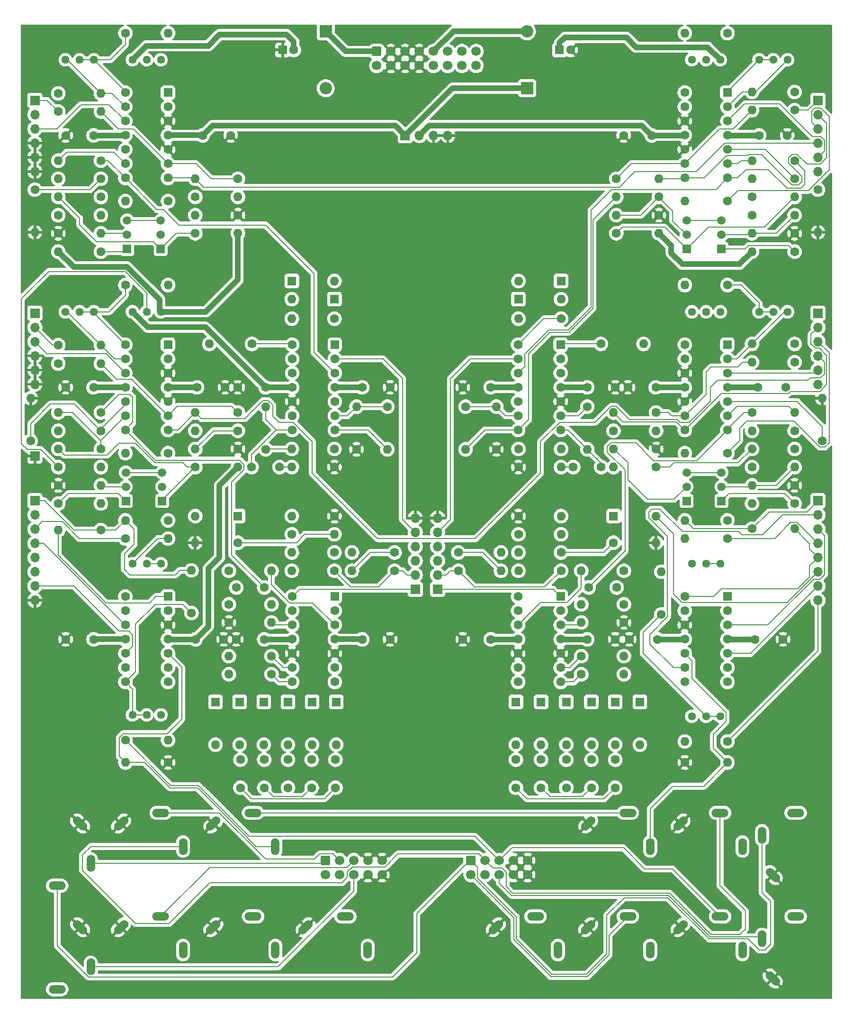
<source format=gtl>
%TF.GenerationSoftware,KiCad,Pcbnew,9.0.0*%
%TF.CreationDate,2025-03-15T21:38:37+01:00*%
%TF.ProjectId,DMH_Dual_VCF_Diode_Ladder_Mk2_PCB_1,444d485f-4475-4616-9c5f-5643465f4469,1*%
%TF.SameCoordinates,Original*%
%TF.FileFunction,Copper,L1,Top*%
%TF.FilePolarity,Positive*%
%FSLAX46Y46*%
G04 Gerber Fmt 4.6, Leading zero omitted, Abs format (unit mm)*
G04 Created by KiCad (PCBNEW 9.0.0) date 2025-03-15 21:38:37*
%MOMM*%
%LPD*%
G01*
G04 APERTURE LIST*
G04 Aperture macros list*
%AMRoundRect*
0 Rectangle with rounded corners*
0 $1 Rounding radius*
0 $2 $3 $4 $5 $6 $7 $8 $9 X,Y pos of 4 corners*
0 Add a 4 corners polygon primitive as box body*
4,1,4,$2,$3,$4,$5,$6,$7,$8,$9,$2,$3,0*
0 Add four circle primitives for the rounded corners*
1,1,$1+$1,$2,$3*
1,1,$1+$1,$4,$5*
1,1,$1+$1,$6,$7*
1,1,$1+$1,$8,$9*
0 Add four rect primitives between the rounded corners*
20,1,$1+$1,$2,$3,$4,$5,0*
20,1,$1+$1,$4,$5,$6,$7,0*
20,1,$1+$1,$6,$7,$8,$9,0*
20,1,$1+$1,$8,$9,$2,$3,0*%
%AMHorizOval*
0 Thick line with rounded ends*
0 $1 width*
0 $2 $3 position (X,Y) of the first rounded end (center of the circle)*
0 $4 $5 position (X,Y) of the second rounded end (center of the circle)*
0 Add line between two ends*
20,1,$1,$2,$3,$4,$5,0*
0 Add two circle primitives to create the rounded ends*
1,1,$1,$2,$3*
1,1,$1,$4,$5*%
G04 Aperture macros list end*
%TA.AperFunction,ComponentPad*%
%ADD10R,1.700000X1.700000*%
%TD*%
%TA.AperFunction,ComponentPad*%
%ADD11O,1.700000X1.700000*%
%TD*%
%TA.AperFunction,ComponentPad*%
%ADD12HorizOval,1.508000X-0.533159X-0.533159X0.533159X0.533159X0*%
%TD*%
%TA.AperFunction,ComponentPad*%
%ADD13O,1.508000X3.016000*%
%TD*%
%TA.AperFunction,ComponentPad*%
%ADD14O,3.016000X1.508000*%
%TD*%
%TA.AperFunction,ComponentPad*%
%ADD15HorizOval,1.508000X-0.533159X0.533159X0.533159X-0.533159X0*%
%TD*%
%TA.AperFunction,ComponentPad*%
%ADD16RoundRect,0.250000X0.550000X0.550000X-0.550000X0.550000X-0.550000X-0.550000X0.550000X-0.550000X0*%
%TD*%
%TA.AperFunction,ComponentPad*%
%ADD17C,1.600000*%
%TD*%
%TA.AperFunction,ComponentPad*%
%ADD18R,1.600000X1.600000*%
%TD*%
%TA.AperFunction,ComponentPad*%
%ADD19O,1.600000X1.600000*%
%TD*%
%TA.AperFunction,ComponentPad*%
%ADD20RoundRect,0.250000X-0.600000X0.600000X-0.600000X-0.600000X0.600000X-0.600000X0.600000X0.600000X0*%
%TD*%
%TA.AperFunction,ComponentPad*%
%ADD21C,1.700000*%
%TD*%
%TA.AperFunction,ComponentPad*%
%ADD22R,1.500000X1.500000*%
%TD*%
%TA.AperFunction,ComponentPad*%
%ADD23C,1.500000*%
%TD*%
%TA.AperFunction,ComponentPad*%
%ADD24C,1.440000*%
%TD*%
%TA.AperFunction,ComponentPad*%
%ADD25R,2.200000X2.200000*%
%TD*%
%TA.AperFunction,ComponentPad*%
%ADD26O,2.200000X2.200000*%
%TD*%
%TA.AperFunction,Conductor*%
%ADD27C,0.200000*%
%TD*%
%TA.AperFunction,Conductor*%
%ADD28C,1.000000*%
%TD*%
G04 APERTURE END LIST*
D10*
%TO.P,J15,1,Pin_1*%
%TO.N,Net-(J15A-Pin_1)*%
X30000000Y-128000000D03*
D11*
%TO.P,J15,2,Pin_2*%
%TO.N,Net-(J15B-Pin_2)*%
X30000000Y-130540000D03*
%TO.P,J15,3,Pin_3*%
%TO.N,/CV Processing/CV1 A Input*%
X30000000Y-133080000D03*
%TO.P,J15,4,Pin_4*%
%TO.N,Net-(J15D-Pin_4)*%
X30000000Y-135620000D03*
%TO.P,J15,5,Pin_5*%
%TO.N,/CV Processing/CV A*%
X30000000Y-138160000D03*
%TO.P,J15,6,Pin_6*%
%TO.N,/CV Processing/CV2 A Input*%
X30000000Y-140700000D03*
%TO.P,J15,7,Pin_7*%
%TO.N,Net-(J15G-Pin_7)*%
X30000000Y-143240000D03*
%TO.P,J15,8,Pin_8*%
%TO.N,GND*%
X30000000Y-145780000D03*
%TD*%
D10*
%TO.P,J17,1,Pin_1*%
%TO.N,Net-(J17A-Pin_1)*%
X30000000Y-94500000D03*
D11*
%TO.P,J17,2,Pin_2*%
%TO.N,/Drive A/Drive CV Input*%
X30000000Y-97040000D03*
%TO.P,J17,3,Pin_3*%
%TO.N,Net-(J17C-Pin_3)*%
X30000000Y-99580000D03*
%TO.P,J17,4,Pin_4*%
%TO.N,GND*%
X30000000Y-102120000D03*
%TO.P,J17,5,Pin_5*%
X30000000Y-104660000D03*
%TO.P,J17,6,Pin_6*%
X30000000Y-107200000D03*
%TD*%
D12*
%TO.P,J6,S*%
%TO.N,GND*%
X78403810Y-204153810D03*
D13*
%TO.P,J6,T*%
%TO.N,/Inputs and Outputs A/Res CV Jack*%
X89500000Y-208250000D03*
D14*
%TO.P,J6,TN*%
%TO.N,Net-(J200-Pin_7)*%
X85500000Y-202250000D03*
%TD*%
D10*
%TO.P,J22,1,Pin_1*%
%TO.N,Net-(J22A-Pin_1)*%
X170000000Y-56500000D03*
D11*
%TO.P,J22,2,Pin_2*%
%TO.N,Net-(J22B-Pin_2)*%
X170000000Y-59040000D03*
%TO.P,J22,3,Pin_3*%
%TO.N,Net-(J22C-Pin_3)*%
X170000000Y-61580000D03*
%TO.P,J22,4,Pin_4*%
%TO.N,/Resonance A CV/Res CV*%
X170000000Y-64120000D03*
%TO.P,J22,5,Pin_5*%
%TO.N,Net-(J22E-Pin_5)*%
X170000000Y-66660000D03*
%TO.P,J22,6,Pin_6*%
%TO.N,/Inputs and Outputs B/Res CV Jack*%
X170000000Y-69200000D03*
%TD*%
D10*
%TO.P,J21,1,Pin_1*%
%TO.N,Net-(J21A-Pin_1)*%
X30000000Y-56500000D03*
D11*
%TO.P,J21,2,Pin_2*%
%TO.N,/Inputs and Outputs A/Res CV Jack*%
X30000000Y-59040000D03*
%TO.P,J21,3,Pin_3*%
%TO.N,Net-(J21C-Pin_3)*%
X30000000Y-61580000D03*
%TO.P,J21,4,Pin_4*%
%TO.N,GND*%
X30000000Y-64120000D03*
%TO.P,J21,5,Pin_5*%
X30000000Y-66660000D03*
%TO.P,J21,6,Pin_6*%
X30000000Y-69200000D03*
%TD*%
D12*
%TO.P,J13,S*%
%TO.N,GND*%
X112403810Y-204153810D03*
D13*
%TO.P,J13,T*%
%TO.N,/Inputs and Outputs B/Res CV Jack*%
X123500000Y-208250000D03*
D14*
%TO.P,J13,TN*%
%TO.N,/Inputs and Outputs A/Res CV Jack*%
X119500000Y-202250000D03*
%TD*%
D12*
%TO.P,J11,S*%
%TO.N,GND*%
X128903810Y-185653810D03*
D13*
%TO.P,J11,T*%
%TO.N,/CV Processing/CV3 B Input*%
X140000000Y-189750000D03*
D14*
%TO.P,J11,TN*%
%TO.N,/Inputs and Outputs A/CV 3 TN*%
X136000000Y-183750000D03*
%TD*%
D12*
%TO.P,J4,S*%
%TO.N,GND*%
X61903810Y-185653810D03*
D13*
%TO.P,J4,T*%
%TO.N,/CV Processing/CV3 A Input*%
X73000000Y-189750000D03*
D14*
%TO.P,J4,TN*%
%TO.N,/Inputs and Outputs A/CV 3 TN*%
X69000000Y-183750000D03*
%TD*%
D10*
%TO.P,J18,1,Pin_1*%
%TO.N,Net-(J18A-Pin_1)*%
X170000000Y-94500000D03*
D11*
%TO.P,J18,2,Pin_2*%
%TO.N,Net-(J18B-Pin_2)*%
X170000000Y-97040000D03*
%TO.P,J18,3,Pin_3*%
%TO.N,Net-(J18C-Pin_3)*%
X170000000Y-99580000D03*
%TO.P,J18,4,Pin_4*%
%TO.N,/Drive A/Drive CV*%
X170000000Y-102120000D03*
%TO.P,J18,5,Pin_5*%
%TO.N,Net-(J18E-Pin_5)*%
X170000000Y-104660000D03*
%TO.P,J18,6,Pin_6*%
%TO.N,/Drive B/Drive CV Input*%
X170000000Y-107200000D03*
%TD*%
D10*
%TO.P,J20,1,Pin_1*%
%TO.N,Net-(J20A-Pin_1)*%
X102000000Y-143800000D03*
D11*
%TO.P,J20,2,Pin_2*%
%TO.N,Net-(J20B-Pin_2)*%
X102000000Y-141260000D03*
%TO.P,J20,3,Pin_3*%
%TO.N,Net-(J20C-Pin_3)*%
X102000000Y-138720000D03*
%TO.P,J20,4,Pin_4*%
%TO.N,Net-(J20D-Pin_4)*%
X102000000Y-136180000D03*
%TO.P,J20,5,Pin_5*%
%TO.N,Net-(D22-K)*%
X102000000Y-133640000D03*
%TO.P,J20,6,Pin_6*%
%TO.N,GND*%
X102000000Y-131100000D03*
%TD*%
D10*
%TO.P,J0,1,Pin_1*%
%TO.N,GND*%
X30000000Y-120000000D03*
%TD*%
D12*
%TO.P,J10,S*%
%TO.N,GND*%
X145403810Y-204153810D03*
D13*
%TO.P,J10,T*%
%TO.N,/CV Processing/CV2 B Input*%
X156500000Y-208250000D03*
D14*
%TO.P,J10,TN*%
%TO.N,/CV Processing/CV2 A Input*%
X152500000Y-202250000D03*
%TD*%
D10*
%TO.P,J19,1,Pin_1*%
%TO.N,Net-(J19A-Pin_1)*%
X98000000Y-143800000D03*
D11*
%TO.P,J19,2,Pin_2*%
%TO.N,Net-(J19B-Pin_2)*%
X98000000Y-141260000D03*
%TO.P,J19,3,Pin_3*%
%TO.N,Net-(J19C-Pin_3)*%
X98000000Y-138720000D03*
%TO.P,J19,4,Pin_4*%
%TO.N,Net-(J19D-Pin_4)*%
X98000000Y-136180000D03*
%TO.P,J19,5,Pin_5*%
%TO.N,Net-(D13-K)*%
X98000000Y-133640000D03*
%TO.P,J19,6,Pin_6*%
%TO.N,GND*%
X98000000Y-131100000D03*
%TD*%
D10*
%TO.P,J23,1,Pin_1*%
%TO.N,+12V*%
X96200000Y-62775000D03*
D11*
%TO.P,J23,2,Pin_2*%
%TO.N,-12V*%
X98740000Y-62775000D03*
%TO.P,J23,3,Pin_3*%
%TO.N,GND*%
X101280000Y-62775000D03*
%TO.P,J23,4,Pin_4*%
X103820000Y-62775000D03*
%TD*%
D10*
%TO.P,J16,1,Pin_1*%
%TO.N,Net-(J16A-Pin_1)*%
X170000000Y-128000000D03*
D11*
%TO.P,J16,2,Pin_2*%
%TO.N,Net-(J16B-Pin_2)*%
X170000000Y-130540000D03*
%TO.P,J16,3,Pin_3*%
%TO.N,Net-(J16C-Pin_3)*%
X170000000Y-133080000D03*
%TO.P,J16,4,Pin_4*%
%TO.N,/CV Processing/CV1 B Input*%
X170000000Y-135620000D03*
%TO.P,J16,5,Pin_5*%
%TO.N,/CV Processing/CV B*%
X170000000Y-138160000D03*
%TO.P,J16,6,Pin_6*%
%TO.N,/CV Processing/Link CV Switch*%
X170000000Y-140700000D03*
%TO.P,J16,7,Pin_7*%
%TO.N,Net-(J16G-Pin_7)*%
X170000000Y-143240000D03*
%TO.P,J16,8,Pin_8*%
%TO.N,/CV Processing/CV2 B Input*%
X170000000Y-145780000D03*
%TD*%
D15*
%TO.P,J8,S*%
%TO.N,GND*%
X161903810Y-194846190D03*
D14*
%TO.P,J8,T*%
%TO.N,/Drive B/Input*%
X166000000Y-183750000D03*
D13*
%TO.P,J8,TN*%
%TO.N,/Drive A/Input*%
X160000000Y-187750000D03*
%TD*%
D12*
%TO.P,J3,S*%
%TO.N,GND*%
X45403810Y-204153810D03*
D13*
%TO.P,J3,T*%
%TO.N,/CV Processing/CV2 A Input*%
X56500000Y-208250000D03*
D14*
%TO.P,J3,TN*%
%TO.N,Net-(J200-Pin_3)*%
X52500000Y-202250000D03*
%TD*%
D12*
%TO.P,J2,S*%
%TO.N,GND*%
X45403810Y-185653810D03*
D13*
%TO.P,J2,T*%
%TO.N,/CV Processing/CV1 A Input*%
X56500000Y-189750000D03*
D14*
%TO.P,J2,TN*%
%TO.N,Net-(J200-Pin_2)*%
X52500000Y-183750000D03*
%TD*%
D12*
%TO.P,J5,S*%
%TO.N,GND*%
X61903810Y-204153810D03*
D13*
%TO.P,J5,T*%
%TO.N,/Drive A/Drive CV Input*%
X73000000Y-208250000D03*
D14*
%TO.P,J5,TN*%
%TO.N,Net-(J200-Pin_6)*%
X69000000Y-202250000D03*
%TD*%
D12*
%TO.P,J12,S*%
%TO.N,GND*%
X128903810Y-204153810D03*
D13*
%TO.P,J12,T*%
%TO.N,/Drive B/Drive CV Input*%
X140000000Y-208250000D03*
D14*
%TO.P,J12,TN*%
%TO.N,/Drive A/Drive CV Input*%
X136000000Y-202250000D03*
%TD*%
D12*
%TO.P,J9,S*%
%TO.N,GND*%
X145403810Y-185653810D03*
D13*
%TO.P,J9,T*%
%TO.N,/CV Processing/CV1 B Input*%
X156500000Y-189750000D03*
D14*
%TO.P,J9,TN*%
%TO.N,/CV Processing/CV1 A Input*%
X152500000Y-183750000D03*
%TD*%
D15*
%TO.P,J14,S*%
%TO.N,GND*%
X161903810Y-213346190D03*
D14*
%TO.P,J14,T*%
%TO.N,/Core Circuit B/Output*%
X166000000Y-202250000D03*
D13*
%TO.P,J14,TN*%
%TO.N,Net-(J210-Pin_8)*%
X160000000Y-206250000D03*
%TD*%
D15*
%TO.P,J1,S*%
%TO.N,GND*%
X38096190Y-185653810D03*
D14*
%TO.P,J1,T*%
%TO.N,/Drive A/Input*%
X34000000Y-196750000D03*
D13*
%TO.P,J1,TN*%
%TO.N,Net-(J200-Pin_1)*%
X40000000Y-192750000D03*
%TD*%
D15*
%TO.P,J7,S*%
%TO.N,GND*%
X38096190Y-204153810D03*
D14*
%TO.P,J7,T*%
%TO.N,/Core Circuit A/Output*%
X34000000Y-215250000D03*
D13*
%TO.P,J7,TN*%
%TO.N,Net-(J200-Pin_8)*%
X40000000Y-211250000D03*
%TD*%
D16*
%TO.P,U2,1*%
%TO.N,Net-(R81-Pad1)*%
X153800000Y-55125000D03*
D17*
%TO.P,U2,2,-*%
%TO.N,Net-(U2A--)*%
X153800000Y-57665000D03*
%TO.P,U2,3,+*%
%TO.N,Net-(J22E-Pin_5)*%
X153800000Y-60205000D03*
%TO.P,U2,4,V+*%
%TO.N,+12V*%
X153800000Y-62745000D03*
%TO.P,U2,5,+*%
%TO.N,Net-(U2B-+)*%
X153800000Y-65285000D03*
%TO.P,U2,6,-*%
%TO.N,Net-(U2B--)*%
X153800000Y-67825000D03*
%TO.P,U2,7*%
%TO.N,/Core Circuit B/Res Input*%
X153800000Y-70365000D03*
%TO.P,U2,8*%
%TO.N,Net-(J22B-Pin_2)*%
X146180000Y-70365000D03*
%TO.P,U2,9,-*%
%TO.N,Net-(U2C--)*%
X146180000Y-67825000D03*
%TO.P,U2,10,+*%
%TO.N,GND*%
X146180000Y-65285000D03*
%TO.P,U2,11,V-*%
%TO.N,-12V*%
X146180000Y-62745000D03*
%TO.P,U2,12,+*%
%TO.N,GND*%
X146180000Y-60205000D03*
%TO.P,U2,13,-*%
%TO.N,Net-(U2D--)*%
X146180000Y-57665000D03*
%TO.P,U2,14*%
X146180000Y-55125000D03*
%TD*%
D18*
%TO.P,D20,1,K*%
%TO.N,Net-(D20-K)*%
X120500000Y-163940000D03*
D19*
%TO.P,D20,2,A*%
%TO.N,Net-(D19-K)*%
X120500000Y-171560000D03*
%TD*%
D20*
%TO.P,J210,1,Pin_1*%
%TO.N,/Drive A/Input*%
X107960000Y-192247500D03*
D21*
%TO.P,J210,2,Pin_2*%
%TO.N,/CV Processing/CV1 A Input*%
X110500000Y-192247500D03*
%TO.P,J210,3,Pin_3*%
%TO.N,/CV Processing/CV2 A Input*%
X113040000Y-192247500D03*
%TO.P,J210,4,Pin_4*%
%TO.N,GND*%
X115580000Y-192247500D03*
%TO.P,J210,5,Pin_5*%
X118120000Y-192247500D03*
%TO.P,J210,6,Pin_6*%
%TO.N,/Drive A/Drive CV Input*%
X107960000Y-194787500D03*
%TO.P,J210,7,Pin_7*%
%TO.N,/Inputs and Outputs A/Res CV Jack*%
X110500000Y-194787500D03*
%TO.P,J210,8,Pin_8*%
%TO.N,Net-(J210-Pin_8)*%
X113040000Y-194787500D03*
%TO.P,J210,9,Pin_9*%
%TO.N,GND*%
X115580000Y-194787500D03*
%TO.P,J210,10,Pin_10*%
X118120000Y-194787500D03*
%TD*%
D16*
%TO.P,U4,1*%
%TO.N,Net-(U4A--)*%
X124000000Y-100125000D03*
D17*
%TO.P,U4,2,-*%
X124000000Y-102665000D03*
%TO.P,U4,3,+*%
%TO.N,Net-(U4A-+)*%
X124000000Y-105205000D03*
%TO.P,U4,4,V+*%
%TO.N,+12V*%
X124000000Y-107745000D03*
%TO.P,U4,5,+*%
%TO.N,GND*%
X124000000Y-110285000D03*
%TO.P,U4,6,-*%
%TO.N,Net-(U4B--)*%
X124000000Y-112825000D03*
%TO.P,U4,7*%
%TO.N,Net-(C34-Pad1)*%
X124000000Y-115365000D03*
%TO.P,U4,8*%
%TO.N,/Core Circuit B/Raw Output*%
X116380000Y-115365000D03*
%TO.P,U4,9,-*%
%TO.N,Net-(U4C--)*%
X116380000Y-112825000D03*
%TO.P,U4,10,+*%
%TO.N,Net-(D18-K)*%
X116380000Y-110285000D03*
%TO.P,U4,11,V-*%
%TO.N,-12V*%
X116380000Y-107745000D03*
%TO.P,U4,12,+*%
%TO.N,/Core Circuit B/Res Input*%
X116380000Y-105205000D03*
%TO.P,U4,13,-*%
%TO.N,Net-(D22-K)*%
X116380000Y-102665000D03*
%TO.P,U4,14*%
%TO.N,Net-(D22-A)*%
X116380000Y-100125000D03*
%TD*%
D18*
%TO.P,D7,1,K*%
%TO.N,Net-(D7-K)*%
X62293750Y-163940000D03*
D19*
%TO.P,D7,2,A*%
%TO.N,Net-(D7-A)*%
X62293750Y-171560000D03*
%TD*%
D22*
%TO.P,Q5,1,C*%
%TO.N,Net-(Q5-C)*%
X52750000Y-128040000D03*
D23*
%TO.P,Q5,2,B*%
%TO.N,Net-(Q5-B)*%
X52750000Y-125500000D03*
%TO.P,Q5,3,E*%
%TO.N,Net-(Q5-E)*%
X52750000Y-122960000D03*
%TD*%
D17*
%TO.P,R105,1*%
%TO.N,Net-(R105-Pad1)*%
X46190000Y-89500000D03*
D19*
%TO.P,R105,2*%
%TO.N,Net-(U9B--)*%
X53810000Y-89500000D03*
%TD*%
D17*
%TO.P,R104,1*%
%TO.N,/Drive A/Drive CV Input*%
X34190000Y-100250000D03*
D19*
%TO.P,R104,2*%
%TO.N,Net-(U9D--)*%
X41810000Y-100250000D03*
%TD*%
D17*
%TO.P,R74,1*%
%TO.N,GND*%
X34190000Y-80250000D03*
D19*
%TO.P,R74,2*%
%TO.N,Net-(Q2-B)*%
X41810000Y-80250000D03*
%TD*%
D18*
%TO.P,D23,1,K*%
%TO.N,Net-(D22-A)*%
X124060000Y-88750000D03*
D19*
%TO.P,D23,2,A*%
%TO.N,Net-(D22-K)*%
X116440000Y-88750000D03*
%TD*%
D17*
%TO.P,C12,1*%
%TO.N,GND*%
X66000000Y-152750000D03*
%TO.P,C12,2*%
%TO.N,-12V*%
X71000000Y-152750000D03*
%TD*%
%TO.P,R59,1*%
%TO.N,Net-(U4B--)*%
X128750000Y-111190000D03*
D19*
%TO.P,R59,2*%
%TO.N,Net-(C34-Pad1)*%
X128750000Y-118810000D03*
%TD*%
D17*
%TO.P,C25,1*%
%TO.N,Net-(D7-K)*%
X66750000Y-174250000D03*
%TO.P,C25,2*%
%TO.N,Net-(D13-A)*%
X66750000Y-179250000D03*
%TD*%
%TO.P,C33,1*%
%TO.N,Net-(D20-K)*%
X116000000Y-174250000D03*
%TO.P,C33,2*%
%TO.N,Net-(D22-A)*%
X116000000Y-179250000D03*
%TD*%
%TO.P,R100,1*%
%TO.N,Net-(U9C--)*%
X41810000Y-118750000D03*
D19*
%TO.P,R100,2*%
%TO.N,Net-(Q5-C)*%
X34190000Y-118750000D03*
%TD*%
D17*
%TO.P,R93,1*%
%TO.N,Net-(U2B-+)*%
X170000000Y-72440000D03*
D19*
%TO.P,R93,2*%
%TO.N,GND*%
X170000000Y-80060000D03*
%TD*%
D17*
%TO.P,R98,1*%
%TO.N,Net-(Q6-C)*%
X34190000Y-128500000D03*
D19*
%TO.P,R98,2*%
%TO.N,+12V*%
X41810000Y-128500000D03*
%TD*%
D22*
%TO.P,Q6,1,C*%
%TO.N,Net-(Q6-C)*%
X46250000Y-128040000D03*
D23*
%TO.P,Q6,2,B*%
%TO.N,Net-(Q6-B)*%
X46250000Y-125500000D03*
%TO.P,Q6,3,E*%
%TO.N,Net-(Q5-E)*%
X46250000Y-122960000D03*
%TD*%
D24*
%TO.P,RV26,1,1*%
%TO.N,-12V*%
X47460000Y-94250000D03*
%TO.P,RV26,2,2*%
%TO.N,Net-(R107-Pad1)*%
X50000000Y-94250000D03*
%TO.P,RV26,3,3*%
%TO.N,+12V*%
X52540000Y-94250000D03*
%TD*%
D17*
%TO.P,R83,1*%
%TO.N,Net-(U2C--)*%
X133940000Y-70500000D03*
D19*
%TO.P,R83,2*%
%TO.N,Net-(J22B-Pin_2)*%
X141560000Y-70500000D03*
%TD*%
D17*
%TO.P,R121,1*%
%TO.N,/Drive B/Drive CV Input*%
X165810000Y-100000000D03*
D19*
%TO.P,R121,2*%
%TO.N,Net-(U10A--)*%
X158190000Y-100000000D03*
%TD*%
D17*
%TO.P,R37,1*%
%TO.N,Net-(R37-Pad1)*%
X72310000Y-159000000D03*
D19*
%TO.P,R37,2*%
%TO.N,Net-(D7-A)*%
X64690000Y-159000000D03*
%TD*%
D17*
%TO.P,R87,1*%
%TO.N,GND*%
X165810000Y-80250000D03*
D19*
%TO.P,R87,2*%
%TO.N,Net-(Q4-B)*%
X158190000Y-80250000D03*
%TD*%
D18*
%TO.P,C1,1*%
%TO.N,+12V*%
X123794888Y-47500000D03*
D17*
%TO.P,C1,2*%
%TO.N,GND*%
X125794888Y-47500000D03*
%TD*%
%TO.P,R92,1*%
%TO.N,Net-(U2B-+)*%
X165810000Y-70500000D03*
D19*
%TO.P,R92,2*%
%TO.N,Net-(Q4-C)*%
X158190000Y-70500000D03*
%TD*%
D17*
%TO.P,R115,1*%
%TO.N,Net-(Q8-C)*%
X165810000Y-128500000D03*
D19*
%TO.P,R115,2*%
%TO.N,+12V*%
X158190000Y-128500000D03*
%TD*%
D17*
%TO.P,R38,1*%
%TO.N,Net-(D13-A)*%
X83560000Y-95500000D03*
D19*
%TO.P,R38,2*%
%TO.N,Net-(D13-K)*%
X75940000Y-95500000D03*
%TD*%
D16*
%TO.P,U1,1*%
%TO.N,Net-(U1A--)*%
X53800000Y-55125000D03*
D17*
%TO.P,U1,2,-*%
X53800000Y-57665000D03*
%TO.P,U1,3,+*%
%TO.N,GND*%
X53800000Y-60205000D03*
%TO.P,U1,4,V+*%
%TO.N,+12V*%
X53800000Y-62745000D03*
%TO.P,U1,5,+*%
%TO.N,GND*%
X53800000Y-65285000D03*
%TO.P,U1,6,-*%
%TO.N,Net-(U1B--)*%
X53800000Y-67825000D03*
%TO.P,U1,7*%
%TO.N,/Resonance A CV/Res CV*%
X53800000Y-70365000D03*
%TO.P,U1,8*%
%TO.N,/Core Circuit A/Res Input*%
X46180000Y-70365000D03*
%TO.P,U1,9,-*%
%TO.N,Net-(U1C--)*%
X46180000Y-67825000D03*
%TO.P,U1,10,+*%
%TO.N,Net-(U1C-+)*%
X46180000Y-65285000D03*
%TO.P,U1,11,V-*%
%TO.N,-12V*%
X46180000Y-62745000D03*
%TO.P,U1,12,+*%
%TO.N,Net-(J21C-Pin_3)*%
X46180000Y-60205000D03*
%TO.P,U1,13,-*%
%TO.N,Net-(U1D--)*%
X46180000Y-57665000D03*
%TO.P,U1,14*%
%TO.N,Net-(R70-Pad1)*%
X46180000Y-55125000D03*
%TD*%
%TO.P,C30,1*%
%TO.N,Net-(J20D-Pin_4)*%
X125000000Y-179250000D03*
%TO.P,C30,2*%
%TO.N,Net-(D18-K)*%
X125000000Y-174250000D03*
%TD*%
%TO.P,R28,1*%
%TO.N,-12V*%
X75940000Y-134000000D03*
D19*
%TO.P,R28,2*%
%TO.N,Net-(D6-K)*%
X83560000Y-134000000D03*
%TD*%
D17*
%TO.P,R142,1*%
%TO.N,Net-(U3B--)*%
X93000000Y-111190000D03*
D19*
%TO.P,R142,2*%
%TO.N,/Core Circuit A/Raw Output*%
X93000000Y-118810000D03*
%TD*%
D22*
%TO.P,Q8,1,C*%
%TO.N,Net-(Q8-C)*%
X152750000Y-128040000D03*
D23*
%TO.P,Q8,2,B*%
%TO.N,Net-(Q8-B)*%
X152750000Y-125500000D03*
%TO.P,Q8,3,E*%
%TO.N,Net-(Q7-E)*%
X152750000Y-122960000D03*
%TD*%
D17*
%TO.P,R21,1*%
%TO.N,/CV Processing/CV2 B Input*%
X153810000Y-171000000D03*
D19*
%TO.P,R21,2*%
%TO.N,Net-(U8B--)*%
X146190000Y-171000000D03*
%TD*%
D18*
%TO.P,D6,1,K*%
%TO.N,Net-(D6-K)*%
X66310000Y-130750000D03*
D19*
%TO.P,D6,2,A*%
%TO.N,/CV Processing/CV A*%
X58690000Y-130750000D03*
%TD*%
D17*
%TO.P,R41,1*%
%TO.N,Net-(U3C--)*%
X71250000Y-118810000D03*
D19*
%TO.P,R41,2*%
%TO.N,Net-(C27-Pad1)*%
X71250000Y-111190000D03*
%TD*%
D17*
%TO.P,R84,1*%
%TO.N,Net-(Q3-B)*%
X141560000Y-73750000D03*
D19*
%TO.P,R84,2*%
%TO.N,/Core Circuit B/Raw Output*%
X133940000Y-73750000D03*
%TD*%
D22*
%TO.P,Q7,1,C*%
%TO.N,Net-(Q7-C)*%
X146500000Y-128040000D03*
D23*
%TO.P,Q7,2,B*%
%TO.N,Net-(Q7-B)*%
X146500000Y-125500000D03*
%TO.P,Q7,3,E*%
%TO.N,Net-(Q7-E)*%
X146500000Y-122960000D03*
%TD*%
D17*
%TO.P,R56,1*%
%TO.N,Net-(D22-A)*%
X124060000Y-95500000D03*
D19*
%TO.P,R56,2*%
%TO.N,Net-(D22-K)*%
X116440000Y-95500000D03*
%TD*%
D17*
%TO.P,R4,1*%
%TO.N,Net-(R4-Pad1)*%
X53810000Y-131500000D03*
D19*
%TO.P,R4,2*%
%TO.N,Net-(J15A-Pin_1)*%
X46190000Y-131500000D03*
%TD*%
D17*
%TO.P,R35,1*%
%TO.N,Net-(U5C--)*%
X72310000Y-155750000D03*
D19*
%TO.P,R35,2*%
%TO.N,Net-(D7-A)*%
X64690000Y-155750000D03*
%TD*%
D24*
%TO.P,RV4,1,1*%
%TO.N,Net-(U7C--)*%
X52540000Y-166250000D03*
%TO.P,RV4,2,2*%
%TO.N,Net-(R7-Pad1)*%
X50000000Y-166250000D03*
%TO.P,RV4,3,3*%
X47460000Y-166250000D03*
%TD*%
D17*
%TO.P,C4,1*%
%TO.N,GND*%
X35500000Y-62750000D03*
%TO.P,C4,2*%
%TO.N,-12V*%
X40500000Y-62750000D03*
%TD*%
%TO.P,R32,1*%
%TO.N,Net-(D6-K)*%
X83560000Y-137250000D03*
D19*
%TO.P,R32,2*%
%TO.N,Net-(U5C--)*%
X75940000Y-137250000D03*
%TD*%
D17*
%TO.P,C32,1*%
%TO.N,Net-(D16-K)*%
X133750000Y-174250000D03*
%TO.P,C32,2*%
%TO.N,Net-(D22-A)*%
X133750000Y-179250000D03*
%TD*%
%TO.P,C22,1*%
%TO.N,Net-(J19C-Pin_3)*%
X71000000Y-179250000D03*
%TO.P,C22,2*%
%TO.N,Net-(D8-K)*%
X71000000Y-174250000D03*
%TD*%
%TO.P,R69,1*%
%TO.N,/Inputs and Outputs A/Res CV Jack*%
X34190000Y-55250000D03*
D19*
%TO.P,R69,2*%
%TO.N,Net-(U1D--)*%
X41810000Y-55250000D03*
%TD*%
D17*
%TO.P,R39,1*%
%TO.N,/Core Circuit A/Raw Output*%
X83560000Y-118750000D03*
D19*
%TO.P,R39,2*%
%TO.N,Net-(U3C--)*%
X75940000Y-118750000D03*
%TD*%
D17*
%TO.P,R127,1*%
%TO.N,Net-(J18C-Pin_3)*%
X153810000Y-119500000D03*
D19*
%TO.P,R127,2*%
%TO.N,Net-(Q7-E)*%
X146190000Y-119500000D03*
%TD*%
D16*
%TO.P,U6,1*%
%TO.N,Net-(J20A-Pin_1)*%
X124000000Y-145125000D03*
D17*
%TO.P,U6,2,-*%
X124000000Y-147665000D03*
%TO.P,U6,3,+*%
%TO.N,Net-(U6A-+)*%
X124000000Y-150205000D03*
%TO.P,U6,4,V+*%
%TO.N,+12V*%
X124000000Y-152745000D03*
%TO.P,U6,5,+*%
%TO.N,GND*%
X124000000Y-155285000D03*
%TO.P,U6,6,-*%
%TO.N,Net-(U6B--)*%
X124000000Y-157825000D03*
%TO.P,U6,7*%
%TO.N,Net-(R55-Pad1)*%
X124000000Y-160365000D03*
%TO.P,U6,8*%
%TO.N,Net-(U6C--)*%
X116380000Y-160365000D03*
%TO.P,U6,9,-*%
X116380000Y-157825000D03*
%TO.P,U6,10,+*%
%TO.N,GND*%
X116380000Y-155285000D03*
%TO.P,U6,11,V-*%
%TO.N,-12V*%
X116380000Y-152745000D03*
%TO.P,U6,12,+*%
%TO.N,Net-(U6D-+)*%
X116380000Y-150205000D03*
%TO.P,U6,13,-*%
%TO.N,Net-(U6D--)*%
X116380000Y-147665000D03*
%TO.P,U6,14*%
%TO.N,Net-(D21-K)*%
X116380000Y-145125000D03*
%TD*%
D18*
%TO.P,D14,1,K*%
%TO.N,Net-(D13-A)*%
X83560000Y-92000000D03*
D19*
%TO.P,D14,2,A*%
%TO.N,Net-(D13-K)*%
X75940000Y-92000000D03*
%TD*%
D24*
%TO.P,RV8,1,1*%
%TO.N,Net-(U8A--)*%
X147450000Y-139250000D03*
%TO.P,RV8,2,2*%
%TO.N,Net-(R19-Pad1)*%
X149990000Y-139250000D03*
%TO.P,RV8,3,3*%
X152530000Y-139250000D03*
%TD*%
D17*
%TO.P,R49,1*%
%TO.N,Net-(J20B-Pin_2)*%
X124060000Y-140500000D03*
D19*
%TO.P,R49,2*%
%TO.N,Net-(U6B--)*%
X116440000Y-140500000D03*
%TD*%
D17*
%TO.P,R73,1*%
%TO.N,GND*%
X66310000Y-77000000D03*
D19*
%TO.P,R73,2*%
%TO.N,Net-(Q1-B)*%
X58690000Y-77000000D03*
%TD*%
D17*
%TO.P,R44,1*%
%TO.N,Net-(C28-Pad2)*%
X135310000Y-146500000D03*
D19*
%TO.P,R44,2*%
%TO.N,Net-(U6A-+)*%
X127690000Y-146500000D03*
%TD*%
D17*
%TO.P,R119,1*%
%TO.N,Net-(U10B-+)*%
X165810000Y-115500000D03*
D19*
%TO.P,R119,2*%
%TO.N,Net-(Q8-C)*%
X158190000Y-115500000D03*
%TD*%
D16*
%TO.P,U5,1*%
%TO.N,Net-(D12-K)*%
X83620000Y-145125000D03*
D17*
%TO.P,U5,2,-*%
%TO.N,Net-(U5A--)*%
X83620000Y-147665000D03*
%TO.P,U5,3,+*%
%TO.N,Net-(U5A-+)*%
X83620000Y-150205000D03*
%TO.P,U5,4,V+*%
%TO.N,+12V*%
X83620000Y-152745000D03*
%TO.P,U5,5,+*%
%TO.N,GND*%
X83620000Y-155285000D03*
%TO.P,U5,6,-*%
%TO.N,Net-(U5B--)*%
X83620000Y-157825000D03*
%TO.P,U5,7*%
X83620000Y-160365000D03*
%TO.P,U5,8*%
%TO.N,Net-(R37-Pad1)*%
X76000000Y-160365000D03*
%TO.P,U5,9,-*%
%TO.N,Net-(U5C--)*%
X76000000Y-157825000D03*
%TO.P,U5,10,+*%
%TO.N,GND*%
X76000000Y-155285000D03*
%TO.P,U5,11,V-*%
%TO.N,-12V*%
X76000000Y-152745000D03*
%TO.P,U5,12,+*%
%TO.N,Net-(U5D-+)*%
X76000000Y-150205000D03*
%TO.P,U5,13,-*%
%TO.N,Net-(J19A-Pin_1)*%
X76000000Y-147665000D03*
%TO.P,U5,14*%
X76000000Y-145125000D03*
%TD*%
%TO.P,C36,1*%
%TO.N,GND*%
X136000000Y-107750000D03*
%TO.P,C36,2*%
%TO.N,-12V*%
X141000000Y-107750000D03*
%TD*%
%TO.P,R36,1*%
%TO.N,Net-(U5A--)*%
X94310000Y-137250000D03*
D19*
%TO.P,R36,2*%
%TO.N,Net-(D12-K)*%
X86690000Y-137250000D03*
%TD*%
D17*
%TO.P,R30,1*%
%TO.N,Net-(D6-K)*%
X66310000Y-135500000D03*
D19*
%TO.P,R30,2*%
%TO.N,GND*%
X58690000Y-135500000D03*
%TD*%
D17*
%TO.P,R125,1*%
%TO.N,GND*%
X141060000Y-118750000D03*
D19*
%TO.P,R125,2*%
%TO.N,Net-(Q7-B)*%
X133440000Y-118750000D03*
%TD*%
D25*
%TO.P,D2,1,K*%
%TO.N,Net-(D2-K)*%
X82000000Y-44170000D03*
D26*
%TO.P,D2,2,A*%
%TO.N,-12V*%
X82000000Y-54330000D03*
%TD*%
D17*
%TO.P,C29,1*%
%TO.N,Net-(J20C-Pin_3)*%
X129500000Y-179250000D03*
%TO.P,C29,2*%
%TO.N,Net-(D17-K)*%
X129500000Y-174250000D03*
%TD*%
%TO.P,R27,1*%
%TO.N,GND*%
X64690000Y-149750000D03*
D19*
%TO.P,R27,2*%
%TO.N,Net-(U5D-+)*%
X72310000Y-149750000D03*
%TD*%
D17*
%TO.P,R91,1*%
%TO.N,Net-(U2B--)*%
X158190000Y-73750000D03*
D19*
%TO.P,R91,2*%
%TO.N,Net-(Q3-C)*%
X165810000Y-73750000D03*
%TD*%
D17*
%TO.P,R134,1*%
%TO.N,GND*%
X146190000Y-174750000D03*
D19*
%TO.P,R134,2*%
%TO.N,/CV Processing/CV3 B Input*%
X153810000Y-174750000D03*
%TD*%
D18*
%TO.P,D21,1,K*%
%TO.N,Net-(D21-K)*%
X116000000Y-163940000D03*
D19*
%TO.P,D21,2,A*%
%TO.N,Net-(D20-K)*%
X116000000Y-171560000D03*
%TD*%
D17*
%TO.P,R102,1*%
%TO.N,Net-(U9C-+)*%
X41810000Y-115500000D03*
D19*
%TO.P,R102,2*%
%TO.N,Net-(Q6-C)*%
X34190000Y-115500000D03*
%TD*%
D17*
%TO.P,C3,1*%
%TO.N,+12V*%
X60000000Y-62750000D03*
%TO.P,C3,2*%
%TO.N,GND*%
X65000000Y-62750000D03*
%TD*%
%TO.P,C19,1*%
%TO.N,+12V*%
X59000000Y-107750000D03*
%TO.P,C19,2*%
%TO.N,GND*%
X64000000Y-107750000D03*
%TD*%
%TO.P,R45,1*%
%TO.N,GND*%
X135310000Y-149750000D03*
D19*
%TO.P,R45,2*%
%TO.N,Net-(U6A-+)*%
X127690000Y-149750000D03*
%TD*%
D17*
%TO.P,R86,1*%
%TO.N,Net-(J22C-Pin_3)*%
X153810000Y-74500000D03*
D19*
%TO.P,R86,2*%
%TO.N,Net-(Q3-E)*%
X146190000Y-74500000D03*
%TD*%
D17*
%TO.P,C20,1*%
%TO.N,GND*%
X35500000Y-107750000D03*
%TO.P,C20,2*%
%TO.N,-12V*%
X40500000Y-107750000D03*
%TD*%
%TO.P,R126,1*%
%TO.N,GND*%
X165810000Y-125250000D03*
D19*
%TO.P,R126,2*%
%TO.N,Net-(Q8-B)*%
X158190000Y-125250000D03*
%TD*%
D16*
%TO.P,U8,1*%
%TO.N,Net-(R19-Pad1)*%
X153800000Y-145125000D03*
D17*
%TO.P,U8,2,-*%
%TO.N,Net-(U8A--)*%
X153800000Y-147665000D03*
%TO.P,U8,3,+*%
%TO.N,Net-(J16C-Pin_3)*%
X153800000Y-150205000D03*
%TO.P,U8,4,V+*%
%TO.N,+12V*%
X153800000Y-152745000D03*
%TO.P,U8,5,+*%
%TO.N,Net-(J16G-Pin_7)*%
X153800000Y-155285000D03*
%TO.P,U8,6,-*%
%TO.N,Net-(U8B--)*%
X153800000Y-157825000D03*
%TO.P,U8,7*%
%TO.N,Net-(R22-Pad1)*%
X153800000Y-160365000D03*
%TO.P,U8,8*%
%TO.N,Net-(J16B-Pin_2)*%
X146180000Y-160365000D03*
%TO.P,U8,9,-*%
X146180000Y-157825000D03*
%TO.P,U8,10,+*%
%TO.N,/CV Processing/CV3 B Input*%
X146180000Y-155285000D03*
%TO.P,U8,11,V-*%
%TO.N,-12V*%
X146180000Y-152745000D03*
%TO.P,U8,12,+*%
%TO.N,GND*%
X146180000Y-150205000D03*
%TO.P,U8,13,-*%
%TO.N,Net-(J16A-Pin_1)*%
X146180000Y-147665000D03*
%TO.P,U8,14*%
%TO.N,/CV Processing/CV B*%
X146180000Y-145125000D03*
%TD*%
%TO.P,R120,1*%
%TO.N,Net-(U10B-+)*%
X170750000Y-117310000D03*
D19*
%TO.P,R120,2*%
%TO.N,GND*%
X170750000Y-109690000D03*
%TD*%
D24*
%TO.P,RV17,1,1*%
%TO.N,-12V*%
X47460000Y-49250000D03*
%TO.P,RV17,2,2*%
%TO.N,Net-(R72-Pad1)*%
X50000000Y-49250000D03*
%TO.P,RV17,3,3*%
%TO.N,+12V*%
X52540000Y-49250000D03*
%TD*%
D17*
%TO.P,R85,1*%
%TO.N,GND*%
X141560000Y-77000000D03*
D19*
%TO.P,R85,2*%
%TO.N,Net-(Q3-B)*%
X133940000Y-77000000D03*
%TD*%
D18*
%TO.P,C2,1*%
%TO.N,GND*%
X74294888Y-47500000D03*
D17*
%TO.P,C2,2*%
%TO.N,-12V*%
X76294888Y-47500000D03*
%TD*%
D18*
%TO.P,D17,1,K*%
%TO.N,Net-(D17-K)*%
X133750000Y-163940000D03*
D19*
%TO.P,D17,2,A*%
%TO.N,Net-(D16-K)*%
X133750000Y-171560000D03*
%TD*%
D18*
%TO.P,D18,1,K*%
%TO.N,Net-(D18-K)*%
X129500000Y-163940000D03*
D19*
%TO.P,D18,2,A*%
%TO.N,Net-(D17-K)*%
X129500000Y-171560000D03*
%TD*%
D17*
%TO.P,C24,1*%
%TO.N,Net-(J19C-Pin_3)*%
X79500000Y-179250000D03*
%TO.P,C24,2*%
%TO.N,Net-(D10-K)*%
X79500000Y-174250000D03*
%TD*%
D16*
%TO.P,U7,1*%
%TO.N,/CV Processing/CV A*%
X53800000Y-145125000D03*
D17*
%TO.P,U7,2,-*%
%TO.N,Net-(J15A-Pin_1)*%
X53800000Y-147665000D03*
%TO.P,U7,3,+*%
%TO.N,GND*%
X53800000Y-150205000D03*
%TO.P,U7,4,V+*%
%TO.N,+12V*%
X53800000Y-152745000D03*
%TO.P,U7,5,+*%
%TO.N,/CV Processing/CV3 A Input*%
X53800000Y-155285000D03*
%TO.P,U7,6,-*%
%TO.N,Net-(J15B-Pin_2)*%
X53800000Y-157825000D03*
%TO.P,U7,7*%
X53800000Y-160365000D03*
%TO.P,U7,8*%
%TO.N,Net-(R7-Pad1)*%
X46180000Y-160365000D03*
%TO.P,U7,9,-*%
%TO.N,Net-(U7C--)*%
X46180000Y-157825000D03*
%TO.P,U7,10,+*%
%TO.N,Net-(J15G-Pin_7)*%
X46180000Y-155285000D03*
%TO.P,U7,11,V-*%
%TO.N,-12V*%
X46180000Y-152745000D03*
%TO.P,U7,12,+*%
%TO.N,Net-(J15D-Pin_4)*%
X46180000Y-150205000D03*
%TO.P,U7,13,-*%
%TO.N,Net-(U7D--)*%
X46180000Y-147665000D03*
%TO.P,U7,14*%
%TO.N,Net-(R4-Pad1)*%
X46180000Y-145125000D03*
%TD*%
%TO.P,R114,1*%
%TO.N,Net-(Q7-C)*%
X141060000Y-122000000D03*
D19*
%TO.P,R114,2*%
%TO.N,+12V*%
X133440000Y-122000000D03*
%TD*%
D18*
%TO.P,D22,1,K*%
%TO.N,Net-(D22-K)*%
X116440000Y-92000000D03*
D19*
%TO.P,D22,2,A*%
%TO.N,Net-(D22-A)*%
X124060000Y-92000000D03*
%TD*%
D17*
%TO.P,R129,1*%
%TO.N,Net-(U10C--)*%
X141060000Y-112250000D03*
D19*
%TO.P,R129,2*%
%TO.N,Net-(J18B-Pin_2)*%
X133440000Y-112250000D03*
%TD*%
D17*
%TO.P,R124,1*%
%TO.N,Net-(R124-Pad1)*%
X158190000Y-122000000D03*
D19*
%TO.P,R124,2*%
%TO.N,Net-(Q8-B)*%
X165810000Y-122000000D03*
%TD*%
D17*
%TO.P,R7,1*%
%TO.N,Net-(R7-Pad1)*%
X58000000Y-148060000D03*
D19*
%TO.P,R7,2*%
%TO.N,Net-(J15A-Pin_1)*%
X58000000Y-140440000D03*
%TD*%
D17*
%TO.P,R64,1*%
%TO.N,/Core Circuit A/Res Input*%
X41810000Y-67250000D03*
D19*
%TO.P,R64,2*%
%TO.N,Net-(U1C--)*%
X34190000Y-67250000D03*
%TD*%
D18*
%TO.P,D12,1,K*%
%TO.N,Net-(D12-K)*%
X83887500Y-163940000D03*
D19*
%TO.P,D12,2,A*%
%TO.N,Net-(D11-K)*%
X83887500Y-171560000D03*
%TD*%
D17*
%TO.P,C16,1*%
%TO.N,GND*%
X35500000Y-152750000D03*
%TO.P,C16,2*%
%TO.N,-12V*%
X40500000Y-152750000D03*
%TD*%
%TO.P,R89,1*%
%TO.N,Net-(Q3-C)*%
X133940000Y-80250000D03*
D19*
%TO.P,R89,2*%
%TO.N,+12V*%
X141560000Y-80250000D03*
%TD*%
D17*
%TO.P,R53,1*%
%TO.N,Net-(U6B--)*%
X127690000Y-155750000D03*
D19*
%TO.P,R53,2*%
%TO.N,Net-(D16-A)*%
X135310000Y-155750000D03*
%TD*%
D25*
%TO.P,D1,1,K*%
%TO.N,+12V*%
X118000000Y-54330000D03*
D26*
%TO.P,D1,2,A*%
%TO.N,Net-(D1-A)*%
X118000000Y-44170000D03*
%TD*%
D17*
%TO.P,C31,1*%
%TO.N,Net-(J20C-Pin_3)*%
X120500000Y-179250000D03*
%TO.P,C31,2*%
%TO.N,Net-(D19-K)*%
X120500000Y-174250000D03*
%TD*%
D24*
%TO.P,RV21,1,1*%
%TO.N,Net-(U2A--)*%
X164550000Y-49250000D03*
%TO.P,RV21,2,2*%
%TO.N,Net-(R81-Pad1)*%
X162010000Y-49250000D03*
%TO.P,RV21,3,3*%
X159470000Y-49250000D03*
%TD*%
D17*
%TO.P,C11,1*%
%TO.N,+12V*%
X88500000Y-152750000D03*
%TO.P,C11,2*%
%TO.N,GND*%
X93500000Y-152750000D03*
%TD*%
D22*
%TO.P,Q2,1,C*%
%TO.N,Net-(Q2-C)*%
X46500000Y-83030000D03*
D23*
%TO.P,Q2,2,B*%
%TO.N,Net-(Q2-B)*%
X46500000Y-80490000D03*
%TO.P,Q2,3,E*%
%TO.N,Net-(Q1-E)*%
X46500000Y-77950000D03*
%TD*%
D20*
%TO.P,J200,1,Pin_1*%
%TO.N,Net-(J200-Pin_1)*%
X81920000Y-192247500D03*
D21*
%TO.P,J200,2,Pin_2*%
%TO.N,Net-(J200-Pin_2)*%
X84460000Y-192247500D03*
%TO.P,J200,3,Pin_3*%
%TO.N,Net-(J200-Pin_3)*%
X87000000Y-192247500D03*
%TO.P,J200,4,Pin_4*%
%TO.N,GND*%
X89540000Y-192247500D03*
%TO.P,J200,5,Pin_5*%
X92080000Y-192247500D03*
%TO.P,J200,6,Pin_6*%
%TO.N,Net-(J200-Pin_6)*%
X81920000Y-194787500D03*
%TO.P,J200,7,Pin_7*%
%TO.N,Net-(J200-Pin_7)*%
X84460000Y-194787500D03*
%TO.P,J200,8,Pin_8*%
%TO.N,Net-(J200-Pin_8)*%
X87000000Y-194787500D03*
%TO.P,J200,9,Pin_9*%
%TO.N,GND*%
X89540000Y-194787500D03*
%TO.P,J200,10,Pin_10*%
X92080000Y-194787500D03*
%TD*%
D24*
%TO.P,RV23,1,1*%
%TO.N,-12V*%
X147450000Y-49250000D03*
%TO.P,RV23,2,2*%
%TO.N,Net-(R88-Pad1)*%
X149990000Y-49250000D03*
%TO.P,RV23,3,3*%
%TO.N,+12V*%
X152530000Y-49250000D03*
%TD*%
D17*
%TO.P,C8,1*%
%TO.N,GND*%
X66250000Y-107750000D03*
%TO.P,C8,2*%
%TO.N,-12V*%
X71250000Y-107750000D03*
%TD*%
%TO.P,R19,1*%
%TO.N,Net-(R19-Pad1)*%
X153810000Y-131500000D03*
D19*
%TO.P,R19,2*%
%TO.N,Net-(J16A-Pin_1)*%
X146190000Y-131500000D03*
%TD*%
D17*
%TO.P,R116,1*%
%TO.N,/Core Circuit B/Input*%
X158190000Y-112250000D03*
D19*
%TO.P,R116,2*%
%TO.N,Net-(U10B--)*%
X165810000Y-112250000D03*
%TD*%
D17*
%TO.P,R29,1*%
%TO.N,Net-(D6-K)*%
X64690000Y-140500000D03*
D19*
%TO.P,R29,2*%
%TO.N,Net-(U5A-+)*%
X72310000Y-140500000D03*
%TD*%
D17*
%TO.P,R103,1*%
%TO.N,Net-(U9C-+)*%
X29250000Y-117310000D03*
D19*
%TO.P,R103,2*%
%TO.N,GND*%
X29250000Y-109690000D03*
%TD*%
D17*
%TO.P,R123,1*%
%TO.N,Net-(Q7-B)*%
X133440000Y-115500000D03*
D19*
%TO.P,R123,2*%
%TO.N,/Drive B/Input*%
X141060000Y-115500000D03*
%TD*%
D17*
%TO.P,R60,1*%
%TO.N,GND*%
X116440000Y-122000000D03*
D19*
%TO.P,R60,2*%
%TO.N,Net-(U4A-+)*%
X124060000Y-122000000D03*
%TD*%
D17*
%TO.P,R26,1*%
%TO.N,Net-(C21-Pad2)*%
X64690000Y-146500000D03*
D19*
%TO.P,R26,2*%
%TO.N,Net-(U5D-+)*%
X72310000Y-146500000D03*
%TD*%
D17*
%TO.P,C26,1*%
%TO.N,Net-(D11-K)*%
X83750000Y-174250000D03*
%TO.P,C26,2*%
%TO.N,Net-(D13-A)*%
X83750000Y-179250000D03*
%TD*%
D24*
%TO.P,RV2,1,1*%
%TO.N,Net-(U7D--)*%
X47460000Y-139250000D03*
%TO.P,RV2,2,2*%
%TO.N,Net-(R4-Pad1)*%
X50000000Y-139250000D03*
%TO.P,RV2,3,3*%
X52540000Y-139250000D03*
%TD*%
D17*
%TO.P,R50,1*%
%TO.N,Net-(D15-K)*%
X124060000Y-137250000D03*
D19*
%TO.P,R50,2*%
%TO.N,Net-(U6B--)*%
X116440000Y-137250000D03*
%TD*%
D17*
%TO.P,R97,1*%
%TO.N,Net-(Q5-C)*%
X58690000Y-122000000D03*
D19*
%TO.P,R97,2*%
%TO.N,+12V*%
X66310000Y-122000000D03*
%TD*%
D16*
%TO.P,U3,1*%
%TO.N,Net-(D13-A)*%
X83620000Y-100125000D03*
D17*
%TO.P,U3,2,-*%
%TO.N,Net-(D13-K)*%
X83620000Y-102665000D03*
%TO.P,U3,3,+*%
%TO.N,/Core Circuit A/Res Input*%
X83620000Y-105205000D03*
%TO.P,U3,4,V+*%
%TO.N,+12V*%
X83620000Y-107745000D03*
%TO.P,U3,5,+*%
%TO.N,Net-(D10-A)*%
X83620000Y-110285000D03*
%TO.P,U3,6,-*%
%TO.N,Net-(U3B--)*%
X83620000Y-112825000D03*
%TO.P,U3,7*%
%TO.N,/Core Circuit A/Raw Output*%
X83620000Y-115365000D03*
%TO.P,U3,8*%
%TO.N,Net-(C27-Pad1)*%
X76000000Y-115365000D03*
%TO.P,U3,9,-*%
%TO.N,Net-(U3C--)*%
X76000000Y-112825000D03*
%TO.P,U3,10,+*%
%TO.N,GND*%
X76000000Y-110285000D03*
%TO.P,U3,11,V-*%
%TO.N,-12V*%
X76000000Y-107745000D03*
%TO.P,U3,12,+*%
%TO.N,Net-(U3D-+)*%
X76000000Y-105205000D03*
%TO.P,U3,13,-*%
%TO.N,Net-(U3D--)*%
X76000000Y-102665000D03*
%TO.P,U3,14*%
X76000000Y-100125000D03*
%TD*%
%TO.P,R65,1*%
%TO.N,Net-(U1C--)*%
X41810000Y-73750000D03*
D19*
%TO.P,R65,2*%
%TO.N,Net-(Q1-C)*%
X34190000Y-73750000D03*
%TD*%
D17*
%TO.P,C7,1*%
%TO.N,+12V*%
X88500000Y-107750000D03*
%TO.P,C7,2*%
%TO.N,GND*%
X93500000Y-107750000D03*
%TD*%
%TO.P,R5,1*%
%TO.N,Net-(J15A-Pin_1)*%
X41810000Y-133250000D03*
D19*
%TO.P,R5,2*%
%TO.N,/CV Processing/CV A*%
X34190000Y-133250000D03*
%TD*%
D17*
%TO.P,R81,1*%
%TO.N,Net-(R81-Pad1)*%
X153810000Y-44500000D03*
D19*
%TO.P,R81,2*%
%TO.N,Net-(U2C--)*%
X146190000Y-44500000D03*
%TD*%
D17*
%TO.P,R57,1*%
%TO.N,/Core Circuit B/Raw Output*%
X116440000Y-118750000D03*
D19*
%TO.P,R57,2*%
%TO.N,Net-(U4B--)*%
X124060000Y-118750000D03*
%TD*%
D17*
%TO.P,R51,1*%
%TO.N,Net-(J20B-Pin_2)*%
X105690000Y-140500000D03*
D19*
%TO.P,R51,2*%
%TO.N,Net-(U6D--)*%
X113310000Y-140500000D03*
%TD*%
D17*
%TO.P,C15,1*%
%TO.N,+12V*%
X58750000Y-152750000D03*
%TO.P,C15,2*%
%TO.N,GND*%
X63750000Y-152750000D03*
%TD*%
D24*
%TO.P,RV24,1,1*%
%TO.N,Net-(U9D--)*%
X35450000Y-94250000D03*
%TO.P,RV24,2,2*%
%TO.N,Net-(R105-Pad1)*%
X37990000Y-94250000D03*
%TO.P,RV24,3,3*%
X40530000Y-94250000D03*
%TD*%
D17*
%TO.P,R68,1*%
%TO.N,Net-(U1C-+)*%
X30000000Y-72440000D03*
D19*
%TO.P,R68,2*%
%TO.N,GND*%
X30000000Y-80060000D03*
%TD*%
D17*
%TO.P,C5,1*%
%TO.N,+12V*%
X159500000Y-62750000D03*
%TO.P,C5,2*%
%TO.N,GND*%
X164500000Y-62750000D03*
%TD*%
%TO.P,R109,1*%
%TO.N,GND*%
X34190000Y-125250000D03*
D19*
%TO.P,R109,2*%
%TO.N,Net-(Q6-B)*%
X41810000Y-125250000D03*
%TD*%
D20*
%TO.P,J100,1a,Pin_1a*%
%TO.N,Net-(D2-K)*%
X91110000Y-47747500D03*
D21*
%TO.P,J100,1b,Pin_1b*%
X91110000Y-50287500D03*
%TO.P,J100,2a,Pin_2a*%
%TO.N,GND*%
X93650000Y-47747500D03*
%TO.P,J100,2b,Pin_2b*%
X93650000Y-50287500D03*
%TO.P,J100,3a,Pin_3a*%
X96190000Y-47747500D03*
%TO.P,J100,3b,Pin_3b*%
X96190000Y-50287500D03*
%TO.P,J100,4a,Pin_4a*%
X98730000Y-47747500D03*
%TO.P,J100,4b,Pin_4b*%
X98730000Y-50287500D03*
%TO.P,J100,5a,Pin_5a*%
%TO.N,Net-(D1-A)*%
X101270000Y-47747500D03*
%TO.P,J100,5b,Pin_5b*%
X101270000Y-50287500D03*
%TO.P,J100,6a,Pin_6a*%
%TO.N,unconnected-(J100-Pin_6a-Pad6a)*%
X103810000Y-47747500D03*
%TO.P,J100,6b,Pin_6b*%
%TO.N,unconnected-(J100-Pin_6b-Pad6b)*%
X103810000Y-50287500D03*
%TO.P,J100,7a,Pin_7a*%
%TO.N,/Inputs and Outputs A/CV 3 TN*%
X106350000Y-47747500D03*
%TO.P,J100,7b,Pin_7b*%
X106350000Y-50287500D03*
%TO.P,J100,8a,Pin_8a*%
%TO.N,/Power/Bus Gate*%
X108890000Y-47747500D03*
%TO.P,J100,8b,Pin_8b*%
X108890000Y-50287500D03*
%TD*%
D17*
%TO.P,R143,1*%
%TO.N,GND*%
X87500000Y-118810000D03*
D19*
%TO.P,R143,2*%
%TO.N,Net-(U3B--)*%
X87500000Y-111190000D03*
%TD*%
D17*
%TO.P,R106,1*%
%TO.N,Net-(Q5-B)*%
X66310000Y-115500000D03*
D19*
%TO.P,R106,2*%
%TO.N,/Drive A/Input*%
X58690000Y-115500000D03*
%TD*%
D17*
%TO.P,C9,1*%
%TO.N,+12V*%
X128750000Y-107750000D03*
%TO.P,C9,2*%
%TO.N,GND*%
X133750000Y-107750000D03*
%TD*%
%TO.P,R78,1*%
%TO.N,Net-(J21A-Pin_1)*%
X34190000Y-58500000D03*
D19*
%TO.P,R78,2*%
%TO.N,Net-(U1B--)*%
X41810000Y-58500000D03*
%TD*%
D17*
%TO.P,R33,1*%
%TO.N,Net-(J19B-Pin_2)*%
X94310000Y-140500000D03*
D19*
%TO.P,R33,2*%
%TO.N,Net-(U5A--)*%
X86690000Y-140500000D03*
%TD*%
D16*
%TO.P,U10,1*%
%TO.N,Net-(R122-Pad1)*%
X153800000Y-100125000D03*
D17*
%TO.P,U10,2,-*%
%TO.N,Net-(U10A--)*%
X153800000Y-102665000D03*
%TO.P,U10,3,+*%
%TO.N,Net-(J18E-Pin_5)*%
X153800000Y-105205000D03*
%TO.P,U10,4,V+*%
%TO.N,+12V*%
X153800000Y-107745000D03*
%TO.P,U10,5,+*%
%TO.N,Net-(U10B-+)*%
X153800000Y-110285000D03*
%TO.P,U10,6,-*%
%TO.N,Net-(U10B--)*%
X153800000Y-112825000D03*
%TO.P,U10,7*%
%TO.N,/Core Circuit B/Input*%
X153800000Y-115365000D03*
%TO.P,U10,8*%
%TO.N,Net-(J18B-Pin_2)*%
X146180000Y-115365000D03*
%TO.P,U10,9,-*%
%TO.N,Net-(U10C--)*%
X146180000Y-112825000D03*
%TO.P,U10,10,+*%
%TO.N,GND*%
X146180000Y-110285000D03*
%TO.P,U10,11,V-*%
%TO.N,-12V*%
X146180000Y-107745000D03*
%TO.P,U10,12,+*%
%TO.N,GND*%
X146180000Y-105205000D03*
%TO.P,U10,13,-*%
%TO.N,Net-(U10D--)*%
X146180000Y-102665000D03*
%TO.P,U10,14*%
X146180000Y-100125000D03*
%TD*%
D24*
%TO.P,RV29,1,1*%
%TO.N,-12V*%
X147460000Y-94250000D03*
%TO.P,RV29,2,2*%
%TO.N,Net-(R124-Pad1)*%
X150000000Y-94250000D03*
%TO.P,RV29,3,3*%
%TO.N,+12V*%
X152540000Y-94250000D03*
%TD*%
D17*
%TO.P,C27,1*%
%TO.N,Net-(C27-Pad1)*%
X68750000Y-122000000D03*
%TO.P,C27,2*%
%TO.N,Net-(U3D-+)*%
X73750000Y-122000000D03*
%TD*%
%TO.P,R22,1*%
%TO.N,Net-(R22-Pad1)*%
X142000000Y-148310000D03*
D19*
%TO.P,R22,2*%
%TO.N,Net-(J16A-Pin_1)*%
X142000000Y-140690000D03*
%TD*%
D18*
%TO.P,D19,1,K*%
%TO.N,Net-(D19-K)*%
X125000000Y-163940000D03*
D19*
%TO.P,D19,2,A*%
%TO.N,Net-(D18-K)*%
X125000000Y-171560000D03*
%TD*%
D17*
%TO.P,R55,1*%
%TO.N,Net-(R55-Pad1)*%
X127690000Y-159000000D03*
D19*
%TO.P,R55,2*%
%TO.N,Net-(D16-A)*%
X135310000Y-159000000D03*
%TD*%
D17*
%TO.P,R63,1*%
%TO.N,Net-(Q2-C)*%
X41810000Y-83500000D03*
D19*
%TO.P,R63,2*%
%TO.N,+12V*%
X34190000Y-83500000D03*
%TD*%
D17*
%TO.P,R67,1*%
%TO.N,Net-(U1C-+)*%
X41810000Y-70500000D03*
D19*
%TO.P,R67,2*%
%TO.N,Net-(Q2-C)*%
X34190000Y-70500000D03*
%TD*%
D17*
%TO.P,R79,1*%
%TO.N,/Inputs and Outputs B/Res CV Jack*%
X165810000Y-55000000D03*
D19*
%TO.P,R79,2*%
%TO.N,Net-(U2A--)*%
X158190000Y-55000000D03*
%TD*%
D17*
%TO.P,C34,1*%
%TO.N,Net-(C34-Pad1)*%
X131250000Y-122000000D03*
%TO.P,C34,2*%
%TO.N,Net-(U4A-+)*%
X126250000Y-122000000D03*
%TD*%
%TO.P,R82,1*%
%TO.N,Net-(J22A-Pin_1)*%
X165810000Y-58250000D03*
D19*
%TO.P,R82,2*%
%TO.N,Net-(U2C--)*%
X158190000Y-58250000D03*
%TD*%
D17*
%TO.P,C28,1*%
%TO.N,/Core Circuit B/Input*%
X129000000Y-143500000D03*
%TO.P,C28,2*%
%TO.N,Net-(C28-Pad2)*%
X134000000Y-143500000D03*
%TD*%
%TO.P,C10,1*%
%TO.N,GND*%
X106500000Y-107750000D03*
%TO.P,C10,2*%
%TO.N,-12V*%
X111500000Y-107750000D03*
%TD*%
%TO.P,C6,1*%
%TO.N,GND*%
X135250000Y-62750000D03*
%TO.P,C6,2*%
%TO.N,-12V*%
X140250000Y-62750000D03*
%TD*%
%TO.P,R52,1*%
%TO.N,GND*%
X116440000Y-130750000D03*
D19*
%TO.P,R52,2*%
%TO.N,Net-(U6D-+)*%
X124060000Y-130750000D03*
%TD*%
D17*
%TO.P,R94,1*%
%TO.N,/Core Circuit B/Res Input*%
X165810000Y-67250000D03*
D19*
%TO.P,R94,2*%
%TO.N,Net-(U2B--)*%
X158190000Y-67250000D03*
%TD*%
D17*
%TO.P,R46,1*%
%TO.N,-12V*%
X116440000Y-134000000D03*
D19*
%TO.P,R46,2*%
%TO.N,Net-(D15-K)*%
X124060000Y-134000000D03*
%TD*%
D17*
%TO.P,C17,1*%
%TO.N,+12V*%
X158750000Y-152750000D03*
%TO.P,C17,2*%
%TO.N,GND*%
X163750000Y-152750000D03*
%TD*%
D24*
%TO.P,RV10,1,1*%
%TO.N,Net-(U8B--)*%
X147450000Y-166500000D03*
%TO.P,RV10,2,2*%
%TO.N,Net-(R22-Pad1)*%
X149990000Y-166500000D03*
%TO.P,RV10,3,3*%
X152530000Y-166500000D03*
%TD*%
D18*
%TO.P,D16,1,K*%
%TO.N,Net-(D16-K)*%
X138150000Y-163940000D03*
D19*
%TO.P,D16,2,A*%
%TO.N,Net-(D16-A)*%
X138150000Y-171560000D03*
%TD*%
D17*
%TO.P,R122,1*%
%TO.N,Net-(R122-Pad1)*%
X153810000Y-89500000D03*
D19*
%TO.P,R122,2*%
%TO.N,Net-(U10C--)*%
X146190000Y-89500000D03*
%TD*%
D17*
%TO.P,R43,1*%
%TO.N,Net-(U3D--)*%
X68810000Y-100000000D03*
D19*
%TO.P,R43,2*%
%TO.N,/Core Circuit A/Output*%
X61190000Y-100000000D03*
%TD*%
D17*
%TO.P,R99,1*%
%TO.N,/Core Circuit A/Input*%
X41810000Y-112250000D03*
D19*
%TO.P,R99,2*%
%TO.N,Net-(U9C--)*%
X34190000Y-112250000D03*
%TD*%
D17*
%TO.P,R70,1*%
%TO.N,Net-(R70-Pad1)*%
X46190000Y-44500000D03*
D19*
%TO.P,R70,2*%
%TO.N,Net-(U1B--)*%
X53810000Y-44500000D03*
%TD*%
D17*
%TO.P,R75,1*%
%TO.N,/Resonance A CV/Res CV*%
X53810000Y-74500000D03*
D19*
%TO.P,R75,2*%
%TO.N,Net-(Q1-E)*%
X46190000Y-74500000D03*
%TD*%
D17*
%TO.P,R112,1*%
%TO.N,Net-(U9B--)*%
X66310000Y-112250000D03*
D19*
%TO.P,R112,2*%
%TO.N,/Drive A/Drive CV*%
X58690000Y-112250000D03*
%TD*%
D17*
%TO.P,R117,1*%
%TO.N,Net-(U10B--)*%
X165810000Y-118750000D03*
D19*
%TO.P,R117,2*%
%TO.N,Net-(Q7-C)*%
X158190000Y-118750000D03*
%TD*%
D17*
%TO.P,C13,1*%
%TO.N,+12V*%
X128750000Y-152750000D03*
%TO.P,C13,2*%
%TO.N,GND*%
X133750000Y-152750000D03*
%TD*%
%TO.P,R61,1*%
%TO.N,Net-(U4A--)*%
X131190000Y-100000000D03*
D19*
%TO.P,R61,2*%
%TO.N,/Core Circuit B/Output*%
X138810000Y-100000000D03*
%TD*%
D17*
%TO.P,R107,1*%
%TO.N,Net-(R107-Pad1)*%
X34190000Y-122000000D03*
D19*
%TO.P,R107,2*%
%TO.N,Net-(Q6-B)*%
X41810000Y-122000000D03*
%TD*%
D17*
%TO.P,R3,1*%
%TO.N,/CV Processing/CV1 A Input*%
X46190000Y-134750000D03*
D19*
%TO.P,R3,2*%
%TO.N,Net-(U7D--)*%
X53810000Y-134750000D03*
%TD*%
D17*
%TO.P,R145,1*%
%TO.N,GND*%
X112500000Y-118810000D03*
D19*
%TO.P,R145,2*%
%TO.N,Net-(U4C--)*%
X112500000Y-111190000D03*
%TD*%
D24*
%TO.P,RV14,1,1*%
%TO.N,Net-(U1D--)*%
X35450000Y-49250000D03*
%TO.P,RV14,2,2*%
%TO.N,Net-(R70-Pad1)*%
X37990000Y-49250000D03*
%TO.P,RV14,3,3*%
X40530000Y-49250000D03*
%TD*%
D17*
%TO.P,R90,1*%
%TO.N,Net-(Q4-C)*%
X165810000Y-83500000D03*
D19*
%TO.P,R90,2*%
%TO.N,+12V*%
X158190000Y-83500000D03*
%TD*%
D17*
%TO.P,R47,1*%
%TO.N,Net-(D15-K)*%
X135310000Y-140500000D03*
D19*
%TO.P,R47,2*%
%TO.N,Net-(U6D-+)*%
X127690000Y-140500000D03*
%TD*%
D17*
%TO.P,R42,1*%
%TO.N,GND*%
X83560000Y-122000000D03*
D19*
%TO.P,R42,2*%
%TO.N,Net-(U3D-+)*%
X75940000Y-122000000D03*
%TD*%
D17*
%TO.P,R110,1*%
%TO.N,/Drive A/Drive CV*%
X53810000Y-119500000D03*
D19*
%TO.P,R110,2*%
%TO.N,Net-(Q5-E)*%
X46190000Y-119500000D03*
%TD*%
D22*
%TO.P,Q1,1,C*%
%TO.N,Net-(Q1-C)*%
X52500000Y-83040000D03*
D23*
%TO.P,Q1,2,B*%
%TO.N,Net-(Q1-B)*%
X52500000Y-80500000D03*
%TO.P,Q1,3,E*%
%TO.N,Net-(Q1-E)*%
X52500000Y-77960000D03*
%TD*%
D17*
%TO.P,R72,1*%
%TO.N,Net-(R72-Pad1)*%
X34190000Y-77000000D03*
D19*
%TO.P,R72,2*%
%TO.N,Net-(Q2-B)*%
X41810000Y-77000000D03*
%TD*%
D17*
%TO.P,R62,1*%
%TO.N,Net-(Q1-C)*%
X58690000Y-80250000D03*
D19*
%TO.P,R62,2*%
%TO.N,+12V*%
X66310000Y-80250000D03*
%TD*%
D24*
%TO.P,RV12,1,1*%
%TO.N,Net-(U10A--)*%
X164540000Y-94250000D03*
%TO.P,RV12,2,2*%
%TO.N,Net-(R122-Pad1)*%
X162000000Y-94250000D03*
%TO.P,RV12,3,3*%
X159460000Y-94250000D03*
%TD*%
D18*
%TO.P,D11,1,K*%
%TO.N,Net-(D11-K)*%
X79568750Y-163940000D03*
D19*
%TO.P,D11,2,A*%
%TO.N,Net-(D10-K)*%
X79568750Y-171560000D03*
%TD*%
D17*
%TO.P,R144,1*%
%TO.N,Net-(U4C--)*%
X107000000Y-111190000D03*
D19*
%TO.P,R144,2*%
%TO.N,/Core Circuit B/Raw Output*%
X107000000Y-118810000D03*
%TD*%
D17*
%TO.P,C35,1*%
%TO.N,+12V*%
X159250000Y-107750000D03*
%TO.P,C35,2*%
%TO.N,GND*%
X164250000Y-107750000D03*
%TD*%
%TO.P,R20,1*%
%TO.N,Net-(J16A-Pin_1)*%
X158190000Y-133000000D03*
D19*
%TO.P,R20,2*%
%TO.N,/CV Processing/CV B*%
X165810000Y-133000000D03*
%TD*%
D22*
%TO.P,Q4,1,C*%
%TO.N,Net-(Q4-C)*%
X152750000Y-83040000D03*
D23*
%TO.P,Q4,2,B*%
%TO.N,Net-(Q4-B)*%
X152750000Y-80500000D03*
%TO.P,Q4,3,E*%
%TO.N,Net-(Q3-E)*%
X152750000Y-77960000D03*
%TD*%
D18*
%TO.P,D15,1,K*%
%TO.N,Net-(D15-K)*%
X133440000Y-130750000D03*
D19*
%TO.P,D15,2,A*%
%TO.N,/CV Processing/Link CV Switch*%
X141060000Y-130750000D03*
%TD*%
D17*
%TO.P,R6,1*%
%TO.N,/CV Processing/CV2 A Input*%
X46190000Y-170750000D03*
D19*
%TO.P,R6,2*%
%TO.N,Net-(U7C--)*%
X53810000Y-170750000D03*
%TD*%
D16*
%TO.P,U9,1*%
%TO.N,Net-(U9A--)*%
X53800000Y-100125000D03*
D17*
%TO.P,U9,2,-*%
X53800000Y-102665000D03*
%TO.P,U9,3,+*%
%TO.N,GND*%
X53800000Y-105205000D03*
%TO.P,U9,4,V+*%
%TO.N,+12V*%
X53800000Y-107745000D03*
%TO.P,U9,5,+*%
%TO.N,GND*%
X53800000Y-110285000D03*
%TO.P,U9,6,-*%
%TO.N,Net-(U9B--)*%
X53800000Y-112825000D03*
%TO.P,U9,7*%
%TO.N,/Drive A/Drive CV*%
X53800000Y-115365000D03*
%TO.P,U9,8*%
%TO.N,/Core Circuit A/Input*%
X46180000Y-115365000D03*
%TO.P,U9,9,-*%
%TO.N,Net-(U9C--)*%
X46180000Y-112825000D03*
%TO.P,U9,10,+*%
%TO.N,Net-(U9C-+)*%
X46180000Y-110285000D03*
%TO.P,U9,11,V-*%
%TO.N,-12V*%
X46180000Y-107745000D03*
%TO.P,U9,12,+*%
%TO.N,Net-(J17C-Pin_3)*%
X46180000Y-105205000D03*
%TO.P,U9,13,-*%
%TO.N,Net-(U9D--)*%
X46180000Y-102665000D03*
%TO.P,U9,14*%
%TO.N,Net-(R105-Pad1)*%
X46180000Y-100125000D03*
%TD*%
%TO.P,C21,1*%
%TO.N,/Core Circuit A/Input*%
X71000000Y-143500000D03*
%TO.P,C21,2*%
%TO.N,Net-(C21-Pad2)*%
X66000000Y-143500000D03*
%TD*%
%TO.P,R71,1*%
%TO.N,Net-(Q1-B)*%
X58690000Y-73750000D03*
D19*
%TO.P,R71,2*%
%TO.N,/Core Circuit A/Raw Output*%
X66310000Y-73750000D03*
%TD*%
D17*
%TO.P,C14,1*%
%TO.N,GND*%
X106500000Y-152750000D03*
%TO.P,C14,2*%
%TO.N,-12V*%
X111500000Y-152750000D03*
%TD*%
%TO.P,R31,1*%
%TO.N,Net-(J19B-Pin_2)*%
X83560000Y-140500000D03*
D19*
%TO.P,R31,2*%
%TO.N,Net-(U5C--)*%
X75940000Y-140500000D03*
%TD*%
D17*
%TO.P,C23,1*%
%TO.N,Net-(J19D-Pin_4)*%
X75250000Y-179250000D03*
%TO.P,C23,2*%
%TO.N,Net-(D10-A)*%
X75250000Y-174250000D03*
%TD*%
%TO.P,R18,1*%
%TO.N,/CV Processing/CV1 B Input*%
X153810000Y-134750000D03*
D19*
%TO.P,R18,2*%
%TO.N,Net-(U8A--)*%
X146190000Y-134750000D03*
%TD*%
D17*
%TO.P,R48,1*%
%TO.N,Net-(D15-K)*%
X133440000Y-135500000D03*
D19*
%TO.P,R48,2*%
%TO.N,GND*%
X141060000Y-135500000D03*
%TD*%
D18*
%TO.P,D8,1,K*%
%TO.N,Net-(D8-K)*%
X66612500Y-163940000D03*
D19*
%TO.P,D8,2,A*%
%TO.N,Net-(D7-K)*%
X66612500Y-171560000D03*
%TD*%
D17*
%TO.P,R88,1*%
%TO.N,Net-(R88-Pad1)*%
X158190000Y-77000000D03*
D19*
%TO.P,R88,2*%
%TO.N,Net-(Q4-B)*%
X165810000Y-77000000D03*
%TD*%
D17*
%TO.P,R108,1*%
%TO.N,GND*%
X66310000Y-118750000D03*
D19*
%TO.P,R108,2*%
%TO.N,Net-(Q5-B)*%
X58690000Y-118750000D03*
%TD*%
D18*
%TO.P,D13,1,K*%
%TO.N,Net-(D13-K)*%
X75940000Y-88750000D03*
D19*
%TO.P,D13,2,A*%
%TO.N,Net-(D13-A)*%
X83560000Y-88750000D03*
%TD*%
D17*
%TO.P,R77,1*%
%TO.N,Net-(U1B--)*%
X66310000Y-70500000D03*
D19*
%TO.P,R77,2*%
%TO.N,/Resonance A CV/Res CV*%
X58690000Y-70500000D03*
%TD*%
D18*
%TO.P,D10,1,K*%
%TO.N,Net-(D10-K)*%
X75250000Y-163940000D03*
D19*
%TO.P,D10,2,A*%
%TO.N,Net-(D10-A)*%
X75250000Y-171560000D03*
%TD*%
D17*
%TO.P,R34,1*%
%TO.N,GND*%
X83560000Y-130750000D03*
D19*
%TO.P,R34,2*%
%TO.N,Net-(U5A-+)*%
X75940000Y-130750000D03*
%TD*%
D17*
%TO.P,R54,1*%
%TO.N,Net-(U6D--)*%
X105690000Y-137250000D03*
D19*
%TO.P,R54,2*%
%TO.N,Net-(D21-K)*%
X113310000Y-137250000D03*
%TD*%
D17*
%TO.P,R133,1*%
%TO.N,GND*%
X53810000Y-174750000D03*
D19*
%TO.P,R133,2*%
%TO.N,/CV Processing/CV3 A Input*%
X46190000Y-174750000D03*
%TD*%
D18*
%TO.P,D9,1,K*%
%TO.N,Net-(D10-A)*%
X70931250Y-163940000D03*
D19*
%TO.P,D9,2,A*%
%TO.N,Net-(D8-K)*%
X70931250Y-171560000D03*
%TD*%
D17*
%TO.P,C18,1*%
%TO.N,GND*%
X136250000Y-152750000D03*
%TO.P,C18,2*%
%TO.N,-12V*%
X141250000Y-152750000D03*
%TD*%
%TO.P,R130,1*%
%TO.N,Net-(J18A-Pin_1)*%
X165810000Y-103250000D03*
D19*
%TO.P,R130,2*%
%TO.N,Net-(U10C--)*%
X158190000Y-103250000D03*
%TD*%
D17*
%TO.P,R113,1*%
%TO.N,Net-(J17A-Pin_1)*%
X34190000Y-103500000D03*
D19*
%TO.P,R113,2*%
%TO.N,Net-(U9B--)*%
X41810000Y-103500000D03*
%TD*%
D22*
%TO.P,Q3,1,C*%
%TO.N,Net-(Q3-C)*%
X146500000Y-83040000D03*
D23*
%TO.P,Q3,2,B*%
%TO.N,Net-(Q3-B)*%
X146500000Y-80500000D03*
%TO.P,Q3,3,E*%
%TO.N,Net-(Q3-E)*%
X146500000Y-77960000D03*
%TD*%
D27*
%TO.N,Net-(J16B-Pin_2)*%
X163660000Y-130540000D02*
X170000000Y-130540000D01*
X156388293Y-134101000D02*
X160099000Y-134101000D01*
X160099000Y-134101000D02*
X163660000Y-130540000D01*
X145750000Y-133500000D02*
X155787293Y-133500000D01*
X155787293Y-133500000D02*
X156388293Y-134101000D01*
X140250000Y-129500000D02*
X141750000Y-129500000D01*
X139750000Y-130000000D02*
X140250000Y-129500000D01*
X141750000Y-129500000D02*
X145750000Y-133500000D01*
X139750000Y-130997050D02*
X139750000Y-130000000D01*
X143101000Y-134348050D02*
X139750000Y-130997050D01*
X143101000Y-148766050D02*
X143101000Y-134348050D01*
X139900000Y-151967050D02*
X143101000Y-148766050D01*
X139900000Y-153600000D02*
X139900000Y-151967050D01*
X144125000Y-157825000D02*
X139900000Y-153600000D01*
X146180000Y-157825000D02*
X144125000Y-157825000D01*
%TO.N,/CV Processing/CV3 B Input*%
X153551000Y-165801000D02*
X147500000Y-159750000D01*
X151250000Y-169750000D02*
X153551000Y-167449000D01*
X153551000Y-167449000D02*
X153551000Y-165801000D01*
X147500000Y-159750000D02*
X147500000Y-156605000D01*
X147500000Y-156605000D02*
X146180000Y-155285000D01*
X151250000Y-172190000D02*
X151250000Y-169750000D01*
X153810000Y-174750000D02*
X151250000Y-172190000D01*
%TO.N,/CV Processing/Link CV Switch*%
X169984314Y-140700000D02*
X170000000Y-140700000D01*
X145724365Y-146225000D02*
X164459314Y-146225000D01*
X144200000Y-144700635D02*
X145724365Y-146225000D01*
X144200000Y-133890000D02*
X144200000Y-144700635D01*
X141060000Y-130750000D02*
X144200000Y-133890000D01*
X164459314Y-146225000D02*
X169984314Y-140700000D01*
%TO.N,/CV Processing/CV A*%
X42717100Y-146250000D02*
X34190000Y-137722900D01*
X34190000Y-137722900D02*
X34190000Y-133250000D01*
X51625000Y-145125000D02*
X50500000Y-146250000D01*
X50500000Y-146250000D02*
X42717100Y-146250000D01*
X53800000Y-145125000D02*
X51625000Y-145125000D01*
%TO.N,Net-(J15D-Pin_4)*%
X31520000Y-135620000D02*
X46105000Y-150205000D01*
X30000000Y-135620000D02*
X31520000Y-135620000D01*
X46105000Y-150205000D02*
X46180000Y-150205000D01*
%TO.N,Net-(D22-K)*%
X107835000Y-102665000D02*
X116380000Y-102665000D01*
X104300000Y-106200000D02*
X107835000Y-102665000D01*
X104300000Y-131340000D02*
X104300000Y-106200000D01*
X102000000Y-133640000D02*
X104300000Y-131340000D01*
%TO.N,Net-(D13-K)*%
X92265000Y-102665000D02*
X83620000Y-102665000D01*
X95700000Y-131340000D02*
X95700000Y-106100000D01*
X95700000Y-106100000D02*
X92265000Y-102665000D01*
X98000000Y-133640000D02*
X95700000Y-131340000D01*
%TO.N,/Core Circuit B/Res Input*%
X151764000Y-72401000D02*
X153800000Y-70365000D01*
X133099000Y-72401000D02*
X151764000Y-72401000D01*
X129400000Y-76100000D02*
X133099000Y-72401000D01*
X125333900Y-97499000D02*
X129400000Y-93432900D01*
X121933900Y-97499000D02*
X125333900Y-97499000D01*
X117600000Y-101832900D02*
X121933900Y-97499000D01*
X129400000Y-93432900D02*
X129400000Y-76100000D01*
X117600000Y-103985000D02*
X117600000Y-101832900D01*
X116380000Y-105205000D02*
X117600000Y-103985000D01*
%TO.N,/Core Circuit B/Raw Output*%
X129801000Y-93266800D02*
X129801000Y-89068800D01*
X129801000Y-89068800D02*
X129801000Y-77889000D01*
X129801000Y-93599000D02*
X129801000Y-93266800D01*
X129566100Y-93833900D02*
X129801000Y-93599000D01*
X129801000Y-77889000D02*
X133940000Y-73750000D01*
X129300000Y-94100000D02*
X129566100Y-93833900D01*
X125734900Y-97665100D02*
X129300000Y-94100000D01*
X125167800Y-97900000D02*
X125500000Y-97900000D01*
X122100000Y-97900000D02*
X125167800Y-97900000D01*
X118250000Y-101750000D02*
X122100000Y-97900000D01*
X118250000Y-113495000D02*
X118250000Y-101750000D01*
X125500000Y-97900000D02*
X125734900Y-97665100D01*
X116380000Y-115365000D02*
X118250000Y-113495000D01*
D28*
%TO.N,+12V*%
X66310000Y-88490000D02*
X66310000Y-80480000D01*
X60550000Y-94250000D02*
X66310000Y-88490000D01*
X52540000Y-94250000D02*
X60550000Y-94250000D01*
D27*
%TO.N,/Core Circuit A/Res Input*%
X53000000Y-76000000D02*
X51815000Y-76000000D01*
X71250000Y-78750000D02*
X55750000Y-78750000D01*
X79900000Y-87400000D02*
X71250000Y-78750000D01*
X79900000Y-101485000D02*
X79900000Y-87400000D01*
X55750000Y-78750000D02*
X53000000Y-76000000D01*
X83620000Y-105205000D02*
X79900000Y-101485000D01*
X51815000Y-76000000D02*
X46180000Y-70365000D01*
%TO.N,/Core Circuit B/Raw Output*%
X110445000Y-115365000D02*
X116380000Y-115365000D01*
X107000000Y-118810000D02*
X110445000Y-115365000D01*
%TO.N,Net-(U4C--)*%
X114135000Y-112825000D02*
X112500000Y-111190000D01*
X116380000Y-112825000D02*
X114135000Y-112825000D01*
X107000000Y-111190000D02*
X112500000Y-111190000D01*
%TO.N,/Core Circuit A/Raw Output*%
X89555000Y-115365000D02*
X83620000Y-115365000D01*
X93000000Y-118810000D02*
X89555000Y-115365000D01*
%TO.N,Net-(U3B--)*%
X87500000Y-111190000D02*
X93000000Y-111190000D01*
D28*
%TO.N,+12V*%
X128750000Y-152750000D02*
X124005000Y-152750000D01*
X63000000Y-138131370D02*
X63000000Y-125310000D01*
X36940000Y-86250000D02*
X34190000Y-83500000D01*
X96200000Y-62775000D02*
X94430000Y-61005000D01*
X155940000Y-85750000D02*
X158190000Y-83500000D01*
X137500000Y-47000000D02*
X150280000Y-47000000D01*
X88495000Y-152745000D02*
X88500000Y-152750000D01*
X46500000Y-86250000D02*
X36940000Y-86250000D01*
X53800000Y-107745000D02*
X58995000Y-107745000D01*
X61745000Y-61005000D02*
X60000000Y-62750000D01*
X63000000Y-125310000D02*
X66310000Y-122000000D01*
X58750000Y-152750000D02*
X53805000Y-152750000D01*
X145750000Y-85750000D02*
X155940000Y-85750000D01*
X52310000Y-92060000D02*
X46500000Y-86250000D01*
X153805000Y-107750000D02*
X153800000Y-107745000D01*
X58995000Y-107745000D02*
X59000000Y-107750000D01*
X104645000Y-54330000D02*
X96200000Y-62775000D01*
X58750000Y-152750000D02*
X61000000Y-150500000D01*
X94430000Y-61005000D02*
X61745000Y-61005000D01*
X52310000Y-94020000D02*
X52310000Y-92060000D01*
X158750000Y-152750000D02*
X153805000Y-152750000D01*
X150280000Y-47000000D02*
X152530000Y-49250000D01*
X153805000Y-62750000D02*
X153800000Y-62745000D01*
X123794888Y-46205112D02*
X124750000Y-45250000D01*
X124005000Y-152750000D02*
X124000000Y-152745000D01*
X135750000Y-45250000D02*
X137500000Y-47000000D01*
X123794888Y-47500000D02*
X123794888Y-46205112D01*
X153805000Y-152750000D02*
X153800000Y-152745000D01*
X61000000Y-140131370D02*
X63000000Y-138131370D01*
X118000000Y-54330000D02*
X104645000Y-54330000D01*
X124750000Y-45250000D02*
X135750000Y-45250000D01*
X143750000Y-82440000D02*
X143750000Y-83750000D01*
X83625000Y-107750000D02*
X83620000Y-107745000D01*
X143750000Y-83750000D02*
X145750000Y-85750000D01*
X159500000Y-62750000D02*
X153805000Y-62750000D01*
X88500000Y-107750000D02*
X83625000Y-107750000D01*
X53800000Y-62745000D02*
X59995000Y-62745000D01*
X83620000Y-152745000D02*
X88495000Y-152745000D01*
X141560000Y-80250000D02*
X143750000Y-82440000D01*
X61000000Y-150500000D02*
X61000000Y-140131370D01*
X53805000Y-152750000D02*
X53800000Y-152745000D01*
X124005000Y-107750000D02*
X124000000Y-107745000D01*
X52540000Y-94250000D02*
X52310000Y-94020000D01*
X159250000Y-107750000D02*
X153805000Y-107750000D01*
X128750000Y-107750000D02*
X124005000Y-107750000D01*
X59995000Y-62745000D02*
X60000000Y-62750000D01*
%TO.N,-12V*%
X100515000Y-61000000D02*
X138500000Y-61000000D01*
X75995000Y-152750000D02*
X76000000Y-152745000D01*
X76000000Y-107745000D02*
X71255000Y-107745000D01*
X49960000Y-46750000D02*
X47460000Y-49250000D01*
X116375000Y-107750000D02*
X116380000Y-107745000D01*
X146175000Y-62750000D02*
X146180000Y-62745000D01*
X116375000Y-152750000D02*
X116380000Y-152745000D01*
X75000000Y-44750000D02*
X63000000Y-44750000D01*
X60500000Y-97000000D02*
X50210000Y-97000000D01*
X71250000Y-107750000D02*
X60500000Y-97000000D01*
X76294888Y-46044888D02*
X75000000Y-44750000D01*
X61000000Y-46750000D02*
X49960000Y-46750000D01*
X46180000Y-107745000D02*
X40505000Y-107745000D01*
X111500000Y-152750000D02*
X116375000Y-152750000D01*
X50210000Y-97000000D02*
X47460000Y-94250000D01*
X46175000Y-152750000D02*
X46180000Y-152745000D01*
X40505000Y-107745000D02*
X40500000Y-107750000D01*
X146175000Y-152750000D02*
X146180000Y-152745000D01*
X111500000Y-107750000D02*
X116375000Y-107750000D01*
X46175000Y-62750000D02*
X46180000Y-62745000D01*
X76294888Y-47500000D02*
X76294888Y-46044888D01*
X71000000Y-152750000D02*
X75995000Y-152750000D01*
X140250000Y-62750000D02*
X146175000Y-62750000D01*
X98740000Y-62775000D02*
X100515000Y-61000000D01*
X46180000Y-152745000D02*
X40505000Y-152745000D01*
X146180000Y-107745000D02*
X141005000Y-107745000D01*
X40500000Y-62750000D02*
X46175000Y-62750000D01*
X71255000Y-107745000D02*
X71250000Y-107750000D01*
X63000000Y-44750000D02*
X61000000Y-46750000D01*
X138500000Y-61000000D02*
X140250000Y-62750000D01*
X141005000Y-107745000D02*
X141000000Y-107750000D01*
X141250000Y-152750000D02*
X146175000Y-152750000D01*
D27*
%TO.N,Net-(J19C-Pin_3)*%
X72600000Y-180850000D02*
X71000000Y-179250000D01*
X77900000Y-180850000D02*
X72600000Y-180850000D01*
X79500000Y-179250000D02*
X77900000Y-180850000D01*
%TO.N,Net-(J20C-Pin_3)*%
X127900000Y-180850000D02*
X129500000Y-179250000D01*
X122100000Y-180850000D02*
X127900000Y-180850000D01*
X120500000Y-179250000D02*
X122100000Y-180850000D01*
%TO.N,Net-(U4A-+)*%
X124060000Y-122000000D02*
X126250000Y-122000000D01*
%TO.N,Net-(C27-Pad1)*%
X73139365Y-115365000D02*
X68750000Y-119754365D01*
X71250000Y-113475635D02*
X73139365Y-115365000D01*
X76000000Y-115365000D02*
X73139365Y-115365000D01*
X68750000Y-119754365D02*
X68750000Y-122000000D01*
X71250000Y-111190000D02*
X71250000Y-113475635D01*
D28*
%TO.N,Net-(D1-A)*%
X118000000Y-44170000D02*
X104847500Y-44170000D01*
X104847500Y-44170000D02*
X101270000Y-47747500D01*
%TO.N,Net-(D2-K)*%
X91110000Y-47747500D02*
X85577500Y-47747500D01*
X85577500Y-47747500D02*
X82000000Y-44170000D01*
D27*
%TO.N,Net-(D6-K)*%
X76750000Y-135500000D02*
X66310000Y-135500000D01*
X78250000Y-134000000D02*
X76750000Y-135500000D01*
X83560000Y-134000000D02*
X78250000Y-134000000D01*
%TO.N,Net-(D13-A)*%
X83750000Y-179250000D02*
X81750000Y-181250000D01*
X68750000Y-181250000D02*
X66750000Y-179250000D01*
X81750000Y-181250000D02*
X68750000Y-181250000D01*
%TO.N,/Drive A/Input*%
X160500000Y-208250000D02*
X161500000Y-207250000D01*
X122415686Y-212600000D02*
X128584314Y-212600000D01*
X93942000Y-213058000D02*
X39563419Y-213058000D01*
X128584314Y-212600000D02*
X132250000Y-208934314D01*
X132250000Y-202000000D02*
X135350000Y-198900000D01*
X98250000Y-208750000D02*
X93942000Y-213058000D01*
X161500000Y-199500000D02*
X160000000Y-198000000D01*
X34000000Y-207494581D02*
X34000000Y-196750000D01*
X107752500Y-192247500D02*
X98250000Y-201750000D01*
X107960000Y-192247500D02*
X109110000Y-193397500D01*
X107960000Y-192247500D02*
X107752500Y-192247500D01*
X109110000Y-193397500D02*
X109110000Y-195371814D01*
X132250000Y-208934314D02*
X132250000Y-202000000D01*
X160000000Y-198000000D02*
X160000000Y-187750000D01*
X116072500Y-202334314D02*
X116072500Y-206256814D01*
X150500000Y-206250000D02*
X157500000Y-206250000D01*
X39563419Y-213058000D02*
X34000000Y-207494581D01*
X143150000Y-198900000D02*
X150500000Y-206250000D01*
X109110000Y-195371814D02*
X116072500Y-202334314D01*
X161500000Y-207250000D02*
X161500000Y-199500000D01*
X157500000Y-206250000D02*
X159500000Y-208250000D01*
X159500000Y-208250000D02*
X160500000Y-208250000D01*
X135350000Y-198900000D02*
X143150000Y-198900000D01*
X116072500Y-206256814D02*
X122415686Y-212600000D01*
X98250000Y-201750000D02*
X98250000Y-208750000D01*
%TO.N,Net-(J200-Pin_1)*%
X81417500Y-192750000D02*
X81920000Y-192247500D01*
X40000000Y-192750000D02*
X81417500Y-192750000D01*
%TO.N,Net-(J200-Pin_2)*%
X80000000Y-192000000D02*
X80902500Y-191097500D01*
X83310000Y-191097500D02*
X84460000Y-192247500D01*
X80902500Y-191097500D02*
X83310000Y-191097500D01*
X63000000Y-183750000D02*
X71250000Y-192000000D01*
X71250000Y-192000000D02*
X80000000Y-192000000D01*
X52500000Y-183750000D02*
X63000000Y-183750000D01*
%TO.N,Net-(J200-Pin_3)*%
X52500000Y-202250000D02*
X61250000Y-193500000D01*
X61250000Y-193500000D02*
X85747500Y-193500000D01*
X85747500Y-193500000D02*
X87000000Y-192247500D01*
%TO.N,/Inputs and Outputs A/CV 3 TN*%
X69000000Y-183750000D02*
X136000000Y-183750000D01*
%TO.N,/CV Processing/CV3 A Input*%
X45782950Y-169600000D02*
X53650000Y-169600000D01*
X54456100Y-179251000D02*
X54551000Y-179251000D01*
X56250000Y-157735000D02*
X53800000Y-155285000D01*
X45089000Y-173649000D02*
X45089000Y-170293950D01*
X69567100Y-189750000D02*
X73000000Y-189750000D01*
X53889000Y-179016100D02*
X54123900Y-179251000D01*
X58933900Y-179251000D02*
X59068100Y-179251000D01*
X58735900Y-179251000D02*
X58933900Y-179251000D01*
X45089000Y-170293950D02*
X45782950Y-169600000D01*
X68160100Y-188343000D02*
X69567100Y-189750000D01*
X59303000Y-179485900D02*
X67925200Y-188108100D01*
X54123900Y-179251000D02*
X54456100Y-179251000D01*
X46190000Y-174750000D02*
X49622900Y-174750000D01*
X56250000Y-167000000D02*
X56250000Y-157735000D01*
X59068100Y-179251000D02*
X59303000Y-179485900D01*
X54551000Y-179251000D02*
X58735900Y-179251000D01*
X53650000Y-169600000D02*
X56250000Y-167000000D01*
X46190000Y-174750000D02*
X45089000Y-173649000D01*
X67925200Y-188108100D02*
X68160100Y-188343000D01*
X49622900Y-174750000D02*
X53889000Y-179016100D01*
%TO.N,Net-(U1C--)*%
X44105000Y-65750000D02*
X46180000Y-67825000D01*
X34190000Y-67250000D02*
X35690000Y-65750000D01*
X35690000Y-65750000D02*
X44105000Y-65750000D01*
%TO.N,Net-(R4-Pad1)*%
X52540000Y-139250000D02*
X50000000Y-139250000D01*
%TO.N,/Drive A/Drive CV Input*%
X33210000Y-100250000D02*
X34190000Y-100250000D01*
X132650000Y-209100000D02*
X132650000Y-205600000D01*
X132650000Y-205600000D02*
X136000000Y-202250000D01*
X115672500Y-206422500D02*
X122250000Y-213000000D01*
X128750000Y-213000000D02*
X132650000Y-209100000D01*
X30000000Y-97040000D02*
X33210000Y-100250000D01*
X107960000Y-194787500D02*
X115672500Y-202500000D01*
X122250000Y-213000000D02*
X128750000Y-213000000D01*
X115672500Y-202500000D02*
X115672500Y-206422500D01*
%TO.N,Net-(U1B--)*%
X58825000Y-67825000D02*
X61500000Y-70500000D01*
X61500000Y-70500000D02*
X66310000Y-70500000D01*
X41810000Y-58500000D02*
X44955000Y-61645000D01*
X44955000Y-61645000D02*
X47620000Y-61645000D01*
X47620000Y-61645000D02*
X53800000Y-67825000D01*
X53800000Y-67825000D02*
X58825000Y-67825000D01*
%TO.N,Net-(R19-Pad1)*%
X149990000Y-139250000D02*
X152530000Y-139250000D01*
%TO.N,Net-(J200-Pin_8)*%
X73500000Y-211250000D02*
X87000000Y-197750000D01*
X40000000Y-211250000D02*
X73500000Y-211250000D01*
X87000000Y-197750000D02*
X87000000Y-194787500D01*
%TO.N,Net-(U2B--)*%
X155675000Y-67825000D02*
X156250000Y-67250000D01*
X153800000Y-67825000D02*
X155675000Y-67825000D01*
X156250000Y-67250000D02*
X158190000Y-67250000D01*
%TO.N,/CV Processing/CV3 B Input*%
X140000000Y-183000000D02*
X140000000Y-189750000D01*
X144000000Y-179000000D02*
X140000000Y-183000000D01*
X149560000Y-179000000D02*
X144000000Y-179000000D01*
X153810000Y-174750000D02*
X149560000Y-179000000D01*
%TO.N,Net-(D22-A)*%
X121000000Y-95500000D02*
X124060000Y-95500000D01*
X116000000Y-179250000D02*
X118000000Y-181250000D01*
X116380000Y-100125000D02*
X116380000Y-100120000D01*
X118000000Y-181250000D02*
X131750000Y-181250000D01*
X131750000Y-181250000D02*
X133750000Y-179250000D01*
X116380000Y-100120000D02*
X121000000Y-95500000D01*
%TO.N,Net-(U5D-+)*%
X76000000Y-150205000D02*
X72765000Y-150205000D01*
X72765000Y-150205000D02*
X72310000Y-149750000D01*
%TO.N,Net-(C34-Pad1)*%
X128750000Y-118810000D02*
X131250000Y-121310000D01*
X124000000Y-115365000D02*
X125305000Y-115365000D01*
X131250000Y-121310000D02*
X131250000Y-122000000D01*
X125305000Y-115365000D02*
X128750000Y-118810000D01*
%TO.N,Net-(J210-Pin_8)*%
X159600000Y-205850000D02*
X160000000Y-206250000D01*
X113040000Y-196290000D02*
X115250000Y-198500000D01*
X113040000Y-194787500D02*
X113040000Y-196290000D01*
X150665686Y-205850000D02*
X159600000Y-205850000D01*
X115250000Y-198500000D02*
X143315686Y-198500000D01*
X143315686Y-198500000D02*
X150665686Y-205850000D01*
%TO.N,Net-(J15A-Pin_1)*%
X37000000Y-133250000D02*
X31750000Y-128000000D01*
X46190000Y-131500000D02*
X47750000Y-133060000D01*
X41810000Y-133250000D02*
X37000000Y-133250000D01*
X47000000Y-141250000D02*
X55095000Y-141250000D01*
X47750000Y-133060000D02*
X47750000Y-135750000D01*
X55095000Y-141250000D02*
X55905000Y-140440000D01*
X55905000Y-140440000D02*
X58000000Y-140440000D01*
X46000000Y-140250000D02*
X47000000Y-141250000D01*
X31750000Y-128000000D02*
X30000000Y-128000000D01*
X47750000Y-135750000D02*
X46000000Y-137500000D01*
X46000000Y-137500000D02*
X46000000Y-140250000D01*
X44440000Y-133250000D02*
X41810000Y-133250000D01*
X46190000Y-131500000D02*
X44440000Y-133250000D01*
%TO.N,Net-(D15-K)*%
X131690000Y-137250000D02*
X133440000Y-135500000D01*
X124060000Y-137250000D02*
X131690000Y-137250000D01*
%TO.N,/CV Processing/CV2 A Input*%
X73437995Y-187942000D02*
X73436995Y-187941000D01*
X54290000Y-178850000D02*
X46190000Y-170750000D01*
X73436995Y-187941000D02*
X72563005Y-187941000D01*
X72562005Y-187942000D02*
X68326200Y-187942000D01*
X59234200Y-178850000D02*
X59100000Y-178850000D01*
X68326200Y-187942000D02*
X59469100Y-179084900D01*
X112997500Y-192247500D02*
X108692000Y-187942000D01*
X59100000Y-178850000D02*
X58902000Y-178850000D01*
X72563005Y-187941000D02*
X72562005Y-187942000D01*
X139000000Y-193750000D02*
X144000000Y-193750000D01*
X113040000Y-192247500D02*
X115287500Y-190000000D01*
X135250000Y-190000000D02*
X139000000Y-193750000D01*
X113040000Y-192247500D02*
X112997500Y-192247500D01*
X58902000Y-178850000D02*
X54290000Y-178850000D01*
X115287500Y-190000000D02*
X135250000Y-190000000D01*
X59469100Y-179084900D02*
X59234200Y-178850000D01*
X144000000Y-193750000D02*
X152500000Y-202250000D01*
X108692000Y-187942000D02*
X73437995Y-187942000D01*
%TO.N,/CV Processing/CV1 A Input*%
X111890000Y-193637500D02*
X110500000Y-192247500D01*
X115415686Y-198100000D02*
X114250000Y-196934314D01*
X92602500Y-193397500D02*
X94902500Y-191097500D01*
X31330000Y-131750000D02*
X34934314Y-131750000D01*
X30000000Y-133080000D02*
X31330000Y-131750000D01*
X157000000Y-204500000D02*
X156050000Y-205450000D01*
X34934314Y-131750000D02*
X37934314Y-134750000D01*
X85850000Y-194311154D02*
X86763654Y-193397500D01*
X38500000Y-194000000D02*
X48000000Y-203500000D01*
X61250000Y-196250000D02*
X84863846Y-196250000D01*
X86763654Y-193397500D02*
X92602500Y-193397500D01*
X152500000Y-196750000D02*
X157000000Y-201250000D01*
X114250000Y-194371154D02*
X113516346Y-193637500D01*
X48000000Y-203500000D02*
X54000000Y-203500000D01*
X143481372Y-198100000D02*
X115415686Y-198100000D01*
X94902500Y-191097500D02*
X109350000Y-191097500D01*
X152500000Y-183750000D02*
X152500000Y-196750000D01*
X109350000Y-191097500D02*
X110500000Y-192247500D01*
X150831372Y-205450000D02*
X143481372Y-198100000D01*
X84863846Y-196250000D02*
X85850000Y-195263846D01*
X37934314Y-134750000D02*
X46190000Y-134750000D01*
X156050000Y-205450000D02*
X150831372Y-205450000D01*
X114250000Y-196934314D02*
X114250000Y-194371154D01*
X54000000Y-203500000D02*
X61250000Y-196250000D01*
X85850000Y-195263846D02*
X85850000Y-194311154D01*
X113516346Y-193637500D02*
X111890000Y-193637500D01*
X38500000Y-191250000D02*
X38500000Y-194000000D01*
X30000000Y-133500000D02*
X30000000Y-133080000D01*
X40000000Y-189750000D02*
X38500000Y-191250000D01*
X56500000Y-189750000D02*
X40000000Y-189750000D01*
X157000000Y-201250000D02*
X157000000Y-204500000D01*
%TO.N,/Core Circuit A/Input*%
X65209000Y-137709000D02*
X65209000Y-124658050D01*
X67411000Y-122456050D02*
X67411000Y-121543950D01*
X41810000Y-112250000D02*
X45060000Y-109000000D01*
X67411000Y-121543950D02*
X66617050Y-120750000D01*
X47500000Y-109500000D02*
X47500000Y-114045000D01*
X51565000Y-120750000D02*
X46180000Y-115365000D01*
X65209000Y-124658050D02*
X67411000Y-122456050D01*
X66617050Y-120750000D02*
X51565000Y-120750000D01*
X47500000Y-114045000D02*
X46180000Y-115365000D01*
X47000000Y-109000000D02*
X47500000Y-109500000D01*
X45060000Y-109000000D02*
X47000000Y-109000000D01*
X71000000Y-143500000D02*
X65209000Y-137709000D01*
%TO.N,Net-(J15G-Pin_7)*%
X46805000Y-151305000D02*
X47500000Y-152000000D01*
X36990000Y-143240000D02*
X45055000Y-151305000D01*
X47500000Y-153965000D02*
X46180000Y-155285000D01*
X45055000Y-151305000D02*
X46805000Y-151305000D01*
X47500000Y-152000000D02*
X47500000Y-153965000D01*
X30000000Y-143240000D02*
X36990000Y-143240000D01*
%TO.N,/CV Processing/CV2 B Input*%
X170000000Y-154810000D02*
X153810000Y-171000000D01*
X170000000Y-145780000D02*
X170000000Y-154810000D01*
%TO.N,/Core Circuit B/Input*%
X135500000Y-137000000D02*
X135500000Y-122500000D01*
X148315000Y-120850000D02*
X153800000Y-115365000D01*
X153800000Y-115200000D02*
X156750000Y-112250000D01*
X132339000Y-119339000D02*
X132339000Y-118293950D01*
X140650000Y-120850000D02*
X148315000Y-120850000D01*
X132339000Y-118293950D02*
X132983950Y-117649000D01*
X137449000Y-117649000D02*
X140650000Y-120850000D01*
X135500000Y-122500000D02*
X132339000Y-119339000D01*
X153800000Y-115365000D02*
X153800000Y-115200000D01*
X129000000Y-143500000D02*
X135500000Y-137000000D01*
X132983950Y-117649000D02*
X137449000Y-117649000D01*
X156750000Y-112250000D02*
X158190000Y-112250000D01*
%TO.N,/CV Processing/CV1 B Input*%
X166280000Y-131900000D02*
X165100000Y-131900000D01*
X162250000Y-134750000D02*
X153810000Y-134750000D01*
X165100000Y-131900000D02*
X162250000Y-134750000D01*
X170000000Y-135620000D02*
X166280000Y-131900000D01*
%TO.N,Net-(Q1-E)*%
X52490000Y-77950000D02*
X52500000Y-77960000D01*
X46500000Y-77950000D02*
X52490000Y-77950000D01*
%TO.N,Net-(Q1-C)*%
X51210000Y-81750000D02*
X52500000Y-83040000D01*
X52500000Y-83040000D02*
X52500000Y-83000000D01*
X34190000Y-73750000D02*
X38000000Y-77560000D01*
X52500000Y-83000000D02*
X55250000Y-80250000D01*
X38000000Y-78691370D02*
X41058630Y-81750000D01*
X55250000Y-80250000D02*
X58690000Y-80250000D01*
X38000000Y-77560000D02*
X38000000Y-78691370D01*
X41058630Y-81750000D02*
X51210000Y-81750000D01*
%TO.N,Net-(Q2-C)*%
X46030000Y-83500000D02*
X46500000Y-83030000D01*
X41810000Y-83500000D02*
X46030000Y-83500000D01*
%TO.N,Net-(Q2-B)*%
X46260000Y-80250000D02*
X46500000Y-80490000D01*
X41810000Y-80250000D02*
X46260000Y-80250000D01*
%TO.N,Net-(Q3-B)*%
X144000000Y-76250000D02*
X144000000Y-78000000D01*
X144000000Y-78000000D02*
X146500000Y-80500000D01*
X138310000Y-77000000D02*
X141560000Y-73750000D01*
X133940000Y-77000000D02*
X138310000Y-77000000D01*
X141560000Y-73750000D02*
X141560000Y-73810000D01*
X141560000Y-73810000D02*
X144000000Y-76250000D01*
%TO.N,Net-(Q3-E)*%
X152750000Y-77960000D02*
X146500000Y-77960000D01*
%TO.N,Net-(Q3-C)*%
X150390000Y-79150000D02*
X160410000Y-79150000D01*
X142610000Y-79150000D02*
X146500000Y-83040000D01*
X135040000Y-79150000D02*
X142610000Y-79150000D01*
X146500000Y-83040000D02*
X150390000Y-79150000D01*
X160410000Y-79150000D02*
X165810000Y-73750000D01*
X133940000Y-80250000D02*
X135040000Y-79150000D01*
%TO.N,Net-(Q4-C)*%
X157595635Y-82400000D02*
X164710000Y-82400000D01*
X156955635Y-83040000D02*
X157595635Y-82400000D01*
X152750000Y-83040000D02*
X156955635Y-83040000D01*
X164710000Y-82400000D02*
X165810000Y-83500000D01*
%TO.N,Net-(Q4-B)*%
X162560000Y-80250000D02*
X165810000Y-77000000D01*
X157940000Y-80500000D02*
X158190000Y-80250000D01*
X152750000Y-80500000D02*
X157940000Y-80500000D01*
X158190000Y-80250000D02*
X162560000Y-80250000D01*
%TO.N,Net-(U5A-+)*%
X83620000Y-150205000D02*
X79665000Y-146250000D01*
X72310000Y-142990635D02*
X72310000Y-140500000D01*
X75569365Y-146250000D02*
X72310000Y-142990635D01*
X79665000Y-146250000D02*
X75569365Y-146250000D01*
%TO.N,Net-(R7-Pad1)*%
X50000000Y-166250000D02*
X47460000Y-166250000D01*
X48000000Y-158545000D02*
X46180000Y-160365000D01*
X48000000Y-150000000D02*
X48000000Y-158545000D01*
X56440000Y-146500000D02*
X51500000Y-146500000D01*
X58000000Y-148060000D02*
X56440000Y-146500000D01*
X46180000Y-160365000D02*
X47460000Y-161645000D01*
X47460000Y-162355000D02*
X47460000Y-166250000D01*
X51500000Y-146500000D02*
X48000000Y-150000000D01*
X47460000Y-161645000D02*
X47460000Y-162355000D01*
%TO.N,Net-(J16G-Pin_7)*%
X157955000Y-155285000D02*
X170000000Y-143240000D01*
X153800000Y-155285000D02*
X157955000Y-155285000D01*
%TO.N,Net-(J16C-Pin_3)*%
X170326346Y-142000000D02*
X171150000Y-141176346D01*
X169250000Y-142000000D02*
X170326346Y-142000000D01*
X171150000Y-134230000D02*
X170000000Y-133080000D01*
X171150000Y-141176346D02*
X171150000Y-134230000D01*
X161045000Y-150205000D02*
X169250000Y-142000000D01*
X153800000Y-150205000D02*
X161045000Y-150205000D01*
%TO.N,Net-(J17C-Pin_3)*%
X32170000Y-101750000D02*
X42725000Y-101750000D01*
X30000000Y-99580000D02*
X32170000Y-101750000D01*
X42725000Y-101750000D02*
X46180000Y-105205000D01*
%TO.N,/Drive A/Drive CV*%
X53800000Y-115365000D02*
X55575000Y-115365000D01*
X55575000Y-115365000D02*
X58690000Y-112250000D01*
%TO.N,Net-(J16A-Pin_1)*%
X147750000Y-133000000D02*
X146250000Y-131500000D01*
X168000000Y-130000000D02*
X170000000Y-128000000D01*
X158190000Y-133000000D02*
X158250000Y-133000000D01*
X161250000Y-130000000D02*
X168000000Y-130000000D01*
X146250000Y-131500000D02*
X146190000Y-131500000D01*
X158190000Y-133000000D02*
X147750000Y-133000000D01*
X158250000Y-133000000D02*
X161250000Y-130000000D01*
%TO.N,Net-(J18C-Pin_3)*%
X172000000Y-101580000D02*
X170000000Y-99580000D01*
X156000000Y-117250000D02*
X156000000Y-115000000D01*
X172000000Y-117615635D02*
X172000000Y-101580000D01*
X171205635Y-118410000D02*
X172000000Y-117615635D01*
X156000000Y-115000000D02*
X157250000Y-113750000D01*
X157250000Y-113750000D02*
X165634365Y-113750000D01*
X153810000Y-119500000D02*
X153810000Y-119440000D01*
X165634365Y-113750000D02*
X170294365Y-118410000D01*
X153810000Y-119440000D02*
X156000000Y-117250000D01*
X170294365Y-118410000D02*
X171205635Y-118410000D01*
%TO.N,Net-(J18B-Pin_2)*%
X168750000Y-99956346D02*
X168750000Y-98290000D01*
X135115000Y-113925000D02*
X144675000Y-113925000D01*
X170326346Y-108500000D02*
X171550000Y-107276346D01*
X146180000Y-115365000D02*
X152695000Y-108850000D01*
X168750000Y-98290000D02*
X170000000Y-97040000D01*
X171550000Y-102043654D02*
X170236346Y-100730000D01*
X144675000Y-113925000D02*
X146115000Y-115365000D01*
X152695000Y-108850000D02*
X164705635Y-108850000D01*
X165055635Y-108500000D02*
X170326346Y-108500000D01*
X164705635Y-108850000D02*
X165055635Y-108500000D01*
X169523654Y-100730000D02*
X168750000Y-99956346D01*
X170236346Y-100730000D02*
X169523654Y-100730000D01*
X133440000Y-112250000D02*
X135115000Y-113925000D01*
X171550000Y-107276346D02*
X171550000Y-102043654D01*
X146115000Y-115365000D02*
X146180000Y-115365000D01*
%TO.N,Net-(U2A--)*%
X158190000Y-55000000D02*
X156465000Y-55000000D01*
X164550000Y-49250000D02*
X158800000Y-55000000D01*
X156465000Y-55000000D02*
X153800000Y-57665000D01*
X158800000Y-55000000D02*
X158190000Y-55000000D01*
%TO.N,/CV Processing/CV B*%
X151375000Y-145125000D02*
X152750000Y-143750000D01*
X166368628Y-143750000D02*
X168500000Y-141618628D01*
X152750000Y-143750000D02*
X166368628Y-143750000D01*
X168500000Y-141618628D02*
X168500000Y-139660000D01*
X168500000Y-136660000D02*
X170000000Y-138160000D01*
X146180000Y-145125000D02*
X151375000Y-145125000D01*
X168500000Y-135690000D02*
X168500000Y-136660000D01*
X168500000Y-139660000D02*
X170000000Y-138160000D01*
X165810000Y-133000000D02*
X168500000Y-135690000D01*
%TO.N,Net-(R22-Pad1)*%
X149990000Y-166500000D02*
X152530000Y-166500000D01*
X139500000Y-156010000D02*
X149990000Y-166500000D01*
X139500000Y-156000000D02*
X139500000Y-156010000D01*
X138750000Y-151560000D02*
X138750000Y-155250000D01*
X142000000Y-148310000D02*
X138750000Y-151560000D01*
X138750000Y-155250000D02*
X139500000Y-156000000D01*
%TO.N,Net-(J19B-Pin_2)*%
X86460000Y-143400000D02*
X83560000Y-140500000D01*
X91410000Y-143400000D02*
X86460000Y-143400000D01*
X94310000Y-140500000D02*
X91410000Y-143400000D01*
X95750000Y-140500000D02*
X94310000Y-140500000D01*
X96510000Y-141260000D02*
X95750000Y-140500000D01*
X98000000Y-141260000D02*
X96510000Y-141260000D01*
%TO.N,Net-(J19A-Pin_1)*%
X76000000Y-145125000D02*
X77325000Y-143800000D01*
X77325000Y-143800000D02*
X98000000Y-143800000D01*
%TO.N,Net-(U3C--)*%
X75940000Y-118750000D02*
X71310000Y-118750000D01*
X71310000Y-118750000D02*
X71250000Y-118810000D01*
%TO.N,Net-(U3D--)*%
X75875000Y-100000000D02*
X76000000Y-100125000D01*
X68810000Y-100000000D02*
X75875000Y-100000000D01*
%TO.N,Net-(U4B--)*%
X127115000Y-112825000D02*
X128750000Y-111190000D01*
X124000000Y-112825000D02*
X127115000Y-112825000D01*
%TO.N,Net-(R37-Pad1)*%
X76000000Y-160365000D02*
X73675000Y-160365000D01*
X73675000Y-160365000D02*
X72310000Y-159000000D01*
%TO.N,Net-(U4A--)*%
X131190000Y-100000000D02*
X124125000Y-100000000D01*
X124125000Y-100000000D02*
X124000000Y-100125000D01*
%TO.N,Net-(U3B--)*%
X83620000Y-112825000D02*
X85865000Y-112825000D01*
X85865000Y-112825000D02*
X87500000Y-111190000D01*
%TO.N,Net-(U6A-+)*%
X124000000Y-150205000D02*
X127235000Y-150205000D01*
X127235000Y-150205000D02*
X127690000Y-149750000D01*
%TO.N,Net-(U3D-+)*%
X73750000Y-122000000D02*
X75940000Y-122000000D01*
%TO.N,Net-(U6D-+)*%
X127690000Y-143635000D02*
X127690000Y-140500000D01*
X116380000Y-150205000D02*
X120360000Y-146225000D01*
X125100000Y-146225000D02*
X127690000Y-143635000D01*
X120360000Y-146225000D02*
X125100000Y-146225000D01*
%TO.N,Net-(U5A--)*%
X94310000Y-137250000D02*
X89940000Y-137250000D01*
X89940000Y-137250000D02*
X86690000Y-140500000D01*
%TO.N,Net-(J20A-Pin_1)*%
X102000000Y-143800000D02*
X122675000Y-143800000D01*
X122675000Y-143800000D02*
X124000000Y-145125000D01*
%TO.N,Net-(U6B--)*%
X125615000Y-157825000D02*
X127690000Y-155750000D01*
X124000000Y-157825000D02*
X125615000Y-157825000D01*
%TO.N,Net-(R55-Pad1)*%
X126325000Y-160365000D02*
X127690000Y-159000000D01*
X124000000Y-160365000D02*
X126325000Y-160365000D01*
%TO.N,Net-(U1D--)*%
X41810000Y-55250000D02*
X35810000Y-49250000D01*
X35810000Y-49250000D02*
X35450000Y-49250000D01*
X41810000Y-55250000D02*
X43765000Y-55250000D01*
X43765000Y-55250000D02*
X46180000Y-57665000D01*
%TO.N,Net-(U5C--)*%
X76000000Y-157825000D02*
X74385000Y-157825000D01*
X74385000Y-157825000D02*
X72310000Y-155750000D01*
%TO.N,Net-(U1C-+)*%
X30000000Y-72440000D02*
X39870000Y-72440000D01*
X39870000Y-72440000D02*
X41810000Y-70500000D01*
%TO.N,Net-(J20B-Pin_2)*%
X105690000Y-140500000D02*
X108590000Y-143400000D01*
X104250000Y-140500000D02*
X105690000Y-140500000D01*
X121160000Y-143400000D02*
X124060000Y-140500000D01*
X108590000Y-143400000D02*
X121160000Y-143400000D01*
X103490000Y-141260000D02*
X104250000Y-140500000D01*
X102000000Y-141260000D02*
X103490000Y-141260000D01*
%TO.N,Net-(J18E-Pin_5)*%
X169455000Y-105205000D02*
X170000000Y-104660000D01*
X153800000Y-105205000D02*
X169455000Y-105205000D01*
%TO.N,Net-(J21C-Pin_3)*%
X46180000Y-60205000D02*
X43237500Y-57262500D01*
X30000000Y-61580000D02*
X33920000Y-61580000D01*
X43237500Y-57262500D02*
X38237500Y-57262500D01*
X33920000Y-61580000D02*
X38237500Y-57262500D01*
%TO.N,Net-(J22C-Pin_3)*%
X168850000Y-60430000D02*
X168850000Y-58400000D01*
X170476346Y-57890000D02*
X172000000Y-59413654D01*
X168850000Y-58400000D02*
X169360000Y-57890000D01*
X169360000Y-57890000D02*
X170476346Y-57890000D01*
X155710000Y-72600000D02*
X153810000Y-74500000D01*
X170000000Y-61580000D02*
X168850000Y-60430000D01*
X172000000Y-59413654D02*
X172000000Y-68884365D01*
X172000000Y-68884365D02*
X168284365Y-72600000D01*
X168284365Y-72600000D02*
X155710000Y-72600000D01*
%TO.N,Net-(J21A-Pin_1)*%
X32190000Y-56500000D02*
X34190000Y-58500000D01*
X30000000Y-56500000D02*
X32190000Y-56500000D01*
%TO.N,/Core Circuit A/Res Input*%
X41810000Y-67250000D02*
X43065000Y-67250000D01*
X43065000Y-67250000D02*
X46180000Y-70365000D01*
%TO.N,Net-(U2C--)*%
X154795000Y-61645000D02*
X158190000Y-58250000D01*
X146180000Y-67825000D02*
X152360000Y-61645000D01*
X152360000Y-61645000D02*
X154795000Y-61645000D01*
X136615000Y-67825000D02*
X146180000Y-67825000D01*
X133940000Y-70500000D02*
X136615000Y-67825000D01*
%TO.N,Net-(U6D--)*%
X105690000Y-137250000D02*
X110060000Y-137250000D01*
X110060000Y-137250000D02*
X113310000Y-140500000D01*
%TO.N,Net-(R81-Pad1)*%
X162010000Y-49250000D02*
X159470000Y-49250000D01*
X153800000Y-55125000D02*
X153800000Y-54920000D01*
X153800000Y-54920000D02*
X159470000Y-49250000D01*
%TO.N,Net-(J22B-Pin_2)*%
X149635000Y-70365000D02*
X153614000Y-66386000D01*
X171551000Y-66736760D02*
X171551000Y-60591000D01*
X159901950Y-66149000D02*
X165353950Y-71601000D01*
X157496950Y-66386000D02*
X157733950Y-66149000D01*
X164709000Y-66793950D02*
X165353950Y-66149000D01*
X167100000Y-71000000D02*
X167100000Y-70097050D01*
X141560000Y-70500000D02*
X146045000Y-70500000D01*
X166499000Y-71601000D02*
X167100000Y-71000000D01*
X146045000Y-70500000D02*
X146180000Y-70365000D01*
X164709000Y-67706050D02*
X164709000Y-66793950D01*
X153614000Y-66386000D02*
X157496950Y-66386000D01*
X166266050Y-66149000D02*
X168017050Y-67900000D01*
X171551000Y-60591000D02*
X170000000Y-59040000D01*
X157733950Y-66149000D02*
X159901950Y-66149000D01*
X165353950Y-66149000D02*
X166266050Y-66149000D01*
X168017050Y-67900000D02*
X170387760Y-67900000D01*
X146180000Y-70365000D02*
X149635000Y-70365000D01*
X167100000Y-70097050D02*
X164709000Y-67706050D01*
X165353950Y-71601000D02*
X166499000Y-71601000D01*
X170387760Y-67900000D02*
X171551000Y-66736760D01*
%TO.N,/Resonance A CV/Res CV*%
X60190000Y-72000000D02*
X58690000Y-70500000D01*
X58555000Y-70365000D02*
X58690000Y-70500000D01*
X134500000Y-72000000D02*
X60190000Y-72000000D01*
X148264365Y-69265000D02*
X137235000Y-69265000D01*
X169935000Y-64185000D02*
X153344365Y-64185000D01*
X137235000Y-69265000D02*
X134500000Y-72000000D01*
X53800000Y-70365000D02*
X58555000Y-70365000D01*
X170000000Y-64120000D02*
X169935000Y-64185000D01*
X153344365Y-64185000D02*
X148264365Y-69265000D01*
%TO.N,Net-(Q5-B)*%
X66310000Y-115500000D02*
X61940000Y-115500000D01*
X61940000Y-115500000D02*
X58690000Y-118750000D01*
%TO.N,/Core Circuit B/Res Input*%
X167600000Y-69040000D02*
X165810000Y-67250000D01*
X164449000Y-72199000D02*
X166901000Y-72199000D01*
X153800000Y-70365000D02*
X155635000Y-70365000D01*
X167600000Y-71500000D02*
X167600000Y-69040000D01*
X161117792Y-68867792D02*
X164449000Y-72199000D01*
X166901000Y-72199000D02*
X167600000Y-71500000D01*
X155635000Y-70365000D02*
X157132208Y-68867792D01*
X157132208Y-68867792D02*
X161117792Y-68867792D01*
%TO.N,Net-(Q5-E)*%
X52750000Y-122960000D02*
X46250000Y-122960000D01*
%TO.N,Net-(U2B-+)*%
X160595000Y-65285000D02*
X165810000Y-70500000D01*
X153800000Y-65285000D02*
X160595000Y-65285000D01*
%TO.N,Net-(Q5-C)*%
X45000000Y-117750000D02*
X42900000Y-119850000D01*
X56450001Y-121200001D02*
X51449315Y-121200001D01*
X57250000Y-122000000D02*
X56450001Y-121200001D01*
X42900000Y-119850000D02*
X35290000Y-119850000D01*
X35290000Y-119850000D02*
X34190000Y-118750000D01*
X52750000Y-127940000D02*
X52750000Y-128040000D01*
X58690000Y-122000000D02*
X57250000Y-122000000D01*
X47999314Y-117750000D02*
X45000000Y-117750000D01*
X51449315Y-121200001D02*
X47999314Y-117750000D01*
X34190000Y-118810000D02*
X34190000Y-118750000D01*
X58690000Y-122000000D02*
X52750000Y-127940000D01*
%TO.N,Net-(Q6-C)*%
X44960000Y-126750000D02*
X46250000Y-128040000D01*
X34190000Y-128500000D02*
X35940000Y-126750000D01*
X35940000Y-126750000D02*
X44960000Y-126750000D01*
%TO.N,Net-(U7D--)*%
X53810000Y-134750000D02*
X51960000Y-134750000D01*
X51960000Y-134750000D02*
X47460000Y-139250000D01*
%TO.N,Net-(Q6-B)*%
X42060000Y-125500000D02*
X41810000Y-125250000D01*
X46250000Y-125500000D02*
X42060000Y-125500000D01*
%TO.N,Net-(Q7-E)*%
X152750000Y-122960000D02*
X146500000Y-122960000D01*
%TO.N,Net-(Q7-C)*%
X141060000Y-122000000D02*
X143500000Y-122000000D01*
X143500000Y-122000000D02*
X144250000Y-121250000D01*
X155690000Y-121250000D02*
X158190000Y-118750000D01*
X144250000Y-121250000D02*
X155690000Y-121250000D01*
%TO.N,Net-(Q7-B)*%
X139500000Y-127750000D02*
X144250000Y-127750000D01*
X136000000Y-121250000D02*
X136000000Y-124250000D01*
X144250000Y-127750000D02*
X146500000Y-125500000D01*
X133440000Y-118750000D02*
X133500000Y-118750000D01*
X136000000Y-124250000D02*
X139500000Y-127750000D01*
X133500000Y-118750000D02*
X136000000Y-121250000D01*
%TO.N,Net-(Q8-C)*%
X164060000Y-126750000D02*
X165810000Y-128500000D01*
X152750000Y-128040000D02*
X154040000Y-126750000D01*
X154040000Y-126750000D02*
X164060000Y-126750000D01*
%TO.N,Net-(Q8-B)*%
X157940000Y-125500000D02*
X158190000Y-125250000D01*
X162560000Y-125250000D02*
X165810000Y-122000000D01*
X158190000Y-125250000D02*
X162560000Y-125250000D01*
X152750000Y-125500000D02*
X157940000Y-125500000D01*
%TO.N,Net-(R70-Pad1)*%
X46190000Y-46560000D02*
X43500000Y-49250000D01*
X40530000Y-49250000D02*
X37990000Y-49250000D01*
X40530000Y-49250000D02*
X46180000Y-54900000D01*
X46190000Y-44500000D02*
X46190000Y-46560000D01*
X43500000Y-49250000D02*
X40530000Y-49250000D01*
X46180000Y-54900000D02*
X46180000Y-55125000D01*
%TO.N,Net-(U9C--)*%
X41810000Y-117310000D02*
X41810000Y-118750000D01*
X36750000Y-112250000D02*
X41810000Y-117310000D01*
X34190000Y-112250000D02*
X36750000Y-112250000D01*
X41810000Y-117195000D02*
X41810000Y-118750000D01*
X46180000Y-112825000D02*
X41810000Y-117195000D01*
%TO.N,Net-(U9C-+)*%
X46180000Y-110285000D02*
X46180000Y-110820000D01*
X29250000Y-114250000D02*
X29250000Y-117310000D01*
X41810000Y-115190000D02*
X41810000Y-115500000D01*
X32750000Y-110750000D02*
X29250000Y-114250000D01*
X41810000Y-115500000D02*
X37060000Y-110750000D01*
X46180000Y-110820000D02*
X41810000Y-115190000D01*
X37060000Y-110750000D02*
X32750000Y-110750000D01*
%TO.N,Net-(U9D--)*%
X35810000Y-94250000D02*
X35450000Y-94250000D01*
X46180000Y-102665000D02*
X44225000Y-102665000D01*
X44225000Y-102665000D02*
X41810000Y-100250000D01*
X41810000Y-100250000D02*
X35810000Y-94250000D01*
%TO.N,Net-(U9B--)*%
X47280000Y-106305000D02*
X44615000Y-106305000D01*
X65210000Y-111150000D02*
X66310000Y-112250000D01*
X53800000Y-112825000D02*
X55475000Y-111150000D01*
X53800000Y-112825000D02*
X47280000Y-106305000D01*
X55475000Y-111150000D02*
X65210000Y-111150000D01*
X44615000Y-106305000D02*
X41810000Y-103500000D01*
%TO.N,Net-(R105-Pad1)*%
X40530000Y-94250000D02*
X37990000Y-94250000D01*
X43250000Y-94250000D02*
X40530000Y-94250000D01*
X46180000Y-100125000D02*
X40530000Y-94475000D01*
X40530000Y-94475000D02*
X40530000Y-94250000D01*
X46190000Y-89500000D02*
X46190000Y-91310000D01*
X46190000Y-91310000D02*
X43250000Y-94250000D01*
%TO.N,Net-(R107-Pad1)*%
X50000000Y-90881370D02*
X50000000Y-94250000D01*
X27600000Y-91900000D02*
X32450000Y-87050000D01*
X34190000Y-122000000D02*
X31040000Y-118850000D01*
X30750000Y-118850000D02*
X28668679Y-118850000D01*
X27600000Y-117781321D02*
X27600000Y-91900000D01*
X32450000Y-87050000D02*
X46168630Y-87050000D01*
X31040000Y-118850000D02*
X30750000Y-118850000D01*
X30900000Y-118850000D02*
X30750000Y-118850000D01*
X46168630Y-87050000D02*
X50000000Y-90881370D01*
X28668679Y-118850000D02*
X27600000Y-117781321D01*
%TO.N,Net-(U10B--)*%
X153800000Y-112825000D02*
X155475000Y-111150000D01*
X164710000Y-111150000D02*
X165810000Y-112250000D01*
X155475000Y-111150000D02*
X164710000Y-111150000D01*
%TO.N,Net-(U10B-+)*%
X166285000Y-110285000D02*
X170750000Y-114750000D01*
X170750000Y-114750000D02*
X170750000Y-117310000D01*
X153800000Y-110285000D02*
X166285000Y-110285000D01*
%TO.N,Net-(U10A--)*%
X158190000Y-100000000D02*
X163940000Y-94250000D01*
X163940000Y-94250000D02*
X164540000Y-94250000D01*
X155525000Y-102665000D02*
X158190000Y-100000000D01*
X153800000Y-102665000D02*
X155525000Y-102665000D01*
%TO.N,Net-(R122-Pad1)*%
X156250000Y-89500000D02*
X159460000Y-92710000D01*
X162000000Y-94250000D02*
X159460000Y-94250000D01*
X153810000Y-89500000D02*
X156250000Y-89500000D01*
X159460000Y-92710000D02*
X159460000Y-94250000D01*
%TO.N,Net-(U10C--)*%
X143250000Y-112250000D02*
X143825000Y-112825000D01*
X143825000Y-112825000D02*
X146180000Y-112825000D01*
X155645000Y-104105000D02*
X150895000Y-104105000D01*
X141060000Y-112250000D02*
X143250000Y-112250000D01*
X150895000Y-104105000D02*
X150000000Y-105000000D01*
X156500000Y-103250000D02*
X155645000Y-104105000D01*
X150000000Y-105000000D02*
X150000000Y-109005000D01*
X158190000Y-103250000D02*
X156500000Y-103250000D01*
X150000000Y-109005000D02*
X146180000Y-112825000D01*
%TO.N,Net-(J22A-Pin_1)*%
X165810000Y-58250000D02*
X168250000Y-58250000D01*
X168250000Y-58250000D02*
X170000000Y-56500000D01*
%TO.N,Net-(J22E-Pin_5)*%
X168970000Y-62970000D02*
X170476346Y-62970000D01*
X163150000Y-57150000D02*
X168970000Y-62970000D01*
X153800000Y-60205000D02*
X156855000Y-57150000D01*
X170476346Y-62970000D02*
X171150000Y-63643654D01*
X156855000Y-57150000D02*
X163150000Y-57150000D01*
X171150000Y-63643654D02*
X171150000Y-65510000D01*
X171150000Y-65510000D02*
X170000000Y-66660000D01*
%TO.N,/Drive A/Drive CV*%
X59790000Y-113350000D02*
X58690000Y-112250000D01*
X67534365Y-113350000D02*
X59790000Y-113350000D01*
X70794365Y-110090000D02*
X67534365Y-113350000D01*
X71705635Y-110090000D02*
X70794365Y-110090000D01*
X73600000Y-114000000D02*
X72500000Y-112900000D01*
X76192050Y-114000000D02*
X73600000Y-114000000D01*
X72500000Y-110884365D02*
X71705635Y-110090000D01*
X79600000Y-117407950D02*
X76192050Y-114000000D01*
X72500000Y-112900000D02*
X72500000Y-110884365D01*
X91291000Y-134791000D02*
X79600000Y-123100000D01*
X120400000Y-117407950D02*
X120400000Y-123100000D01*
X79600000Y-123100000D02*
X79600000Y-117407950D01*
X130134365Y-114000000D02*
X123807950Y-114000000D01*
X120400000Y-123100000D02*
X108709000Y-134791000D01*
X133895635Y-111150000D02*
X132984365Y-111150000D01*
X132984365Y-111150000D02*
X130134365Y-114000000D01*
X136270635Y-113525000D02*
X133895635Y-111150000D01*
X108709000Y-134791000D02*
X91291000Y-134791000D01*
X144840686Y-113525000D02*
X136270635Y-113525000D01*
X145315686Y-114000000D02*
X144840686Y-113525000D01*
X146979314Y-114000000D02*
X145315686Y-114000000D01*
X150750000Y-110229314D02*
X146979314Y-114000000D01*
X168610000Y-106050000D02*
X168160000Y-106500000D01*
X168160000Y-106500000D02*
X152000000Y-106500000D01*
X152000000Y-106500000D02*
X150750000Y-107750000D01*
X170450000Y-106050000D02*
X168610000Y-106050000D01*
X171150000Y-103270000D02*
X171150000Y-105350000D01*
X123807950Y-114000000D02*
X120400000Y-117407950D01*
X171150000Y-105350000D02*
X170450000Y-106050000D01*
X150750000Y-107750000D02*
X150750000Y-110229314D01*
X170000000Y-102120000D02*
X171150000Y-103270000D01*
%TD*%
%TA.AperFunction,Conductor*%
%TO.N,GND*%
G36*
X32963529Y-111488219D02*
G01*
X33019462Y-111530091D01*
X33043879Y-111595555D01*
X33030680Y-111660695D01*
X32984782Y-111750773D01*
X32921522Y-111945465D01*
X32889500Y-112147648D01*
X32889500Y-112352351D01*
X32921522Y-112554534D01*
X32984781Y-112749223D01*
X33031614Y-112841136D01*
X33077712Y-112931609D01*
X33077715Y-112931613D01*
X33198028Y-113097213D01*
X33342786Y-113241971D01*
X33459836Y-113327011D01*
X33508390Y-113362287D01*
X33613696Y-113415943D01*
X33690776Y-113455218D01*
X33690778Y-113455218D01*
X33690781Y-113455220D01*
X33766449Y-113479806D01*
X33885465Y-113518477D01*
X33913555Y-113522926D01*
X34087648Y-113550500D01*
X34087649Y-113550500D01*
X34292351Y-113550500D01*
X34292352Y-113550500D01*
X34494534Y-113518477D01*
X34689219Y-113455220D01*
X34871610Y-113362287D01*
X34999349Y-113269480D01*
X35037213Y-113241971D01*
X35037215Y-113241968D01*
X35037219Y-113241966D01*
X35181966Y-113097219D01*
X35181968Y-113097215D01*
X35181971Y-113097213D01*
X35302284Y-112931614D01*
X35302286Y-112931611D01*
X35302287Y-112931610D01*
X35309117Y-112918204D01*
X35357091Y-112867409D01*
X35419602Y-112850500D01*
X36449903Y-112850500D01*
X36516942Y-112870185D01*
X36537584Y-112886819D01*
X41118449Y-117467684D01*
X41151934Y-117529007D01*
X41146950Y-117598699D01*
X41105078Y-117654632D01*
X41103654Y-117655683D01*
X40962782Y-117758032D01*
X40818028Y-117902786D01*
X40697715Y-118068386D01*
X40604781Y-118250776D01*
X40541522Y-118445465D01*
X40511952Y-118632166D01*
X40509500Y-118647648D01*
X40509500Y-118852352D01*
X40515546Y-118890524D01*
X40541523Y-119054535D01*
X40541524Y-119054542D01*
X40552130Y-119087183D01*
X40554125Y-119157024D01*
X40518044Y-119216857D01*
X40455343Y-119247684D01*
X40434199Y-119249500D01*
X35590097Y-119249500D01*
X35560656Y-119240855D01*
X35530670Y-119234332D01*
X35525654Y-119230577D01*
X35523058Y-119229815D01*
X35502416Y-119213181D01*
X35484077Y-119194842D01*
X35450592Y-119133519D01*
X35453828Y-119068841D01*
X35455530Y-119063603D01*
X35458477Y-119054534D01*
X35490500Y-118852352D01*
X35490500Y-118647648D01*
X35482257Y-118595606D01*
X35458477Y-118445465D01*
X35414715Y-118310781D01*
X35395220Y-118250781D01*
X35395218Y-118250778D01*
X35395218Y-118250776D01*
X35357632Y-118177011D01*
X35302287Y-118068390D01*
X35270092Y-118024077D01*
X35181971Y-117902786D01*
X35037213Y-117758028D01*
X34871613Y-117637715D01*
X34871612Y-117637714D01*
X34871610Y-117637713D01*
X34807886Y-117605244D01*
X34689223Y-117544781D01*
X34494534Y-117481522D01*
X34319995Y-117453878D01*
X34292352Y-117449500D01*
X34087648Y-117449500D01*
X34063329Y-117453351D01*
X33885465Y-117481522D01*
X33690776Y-117544781D01*
X33508386Y-117637715D01*
X33342786Y-117758028D01*
X33198028Y-117902786D01*
X33077715Y-118068386D01*
X32984781Y-118250776D01*
X32921522Y-118445465D01*
X32889500Y-118647648D01*
X32889500Y-118852351D01*
X32921522Y-119054534D01*
X32984781Y-119249223D01*
X33026207Y-119330524D01*
X33077585Y-119431359D01*
X33077715Y-119431613D01*
X33198028Y-119597213D01*
X33342786Y-119741971D01*
X33482409Y-119843411D01*
X33508390Y-119862287D01*
X33624607Y-119921503D01*
X33690776Y-119955218D01*
X33690778Y-119955218D01*
X33690781Y-119955220D01*
X33753603Y-119975632D01*
X33885465Y-120018477D01*
X33986557Y-120034488D01*
X34087648Y-120050500D01*
X34087649Y-120050500D01*
X34292351Y-120050500D01*
X34292352Y-120050500D01*
X34494534Y-120018477D01*
X34508842Y-120013827D01*
X34524054Y-120013392D01*
X34538315Y-120008074D01*
X34558268Y-120012414D01*
X34578682Y-120011831D01*
X34592769Y-120019920D01*
X34606588Y-120022926D01*
X34634842Y-120044077D01*
X34805139Y-120214374D01*
X34805149Y-120214385D01*
X34809479Y-120218715D01*
X34809480Y-120218716D01*
X34921284Y-120330520D01*
X35008095Y-120380639D01*
X35008097Y-120380641D01*
X35041799Y-120400099D01*
X35058215Y-120409577D01*
X35210943Y-120450501D01*
X35210946Y-120450501D01*
X35376653Y-120450501D01*
X35376669Y-120450500D01*
X42813331Y-120450500D01*
X42813347Y-120450501D01*
X42820943Y-120450501D01*
X42979054Y-120450501D01*
X42979057Y-120450501D01*
X43131785Y-120409577D01*
X43181904Y-120380639D01*
X43268716Y-120330520D01*
X43380520Y-120218716D01*
X43380520Y-120218714D01*
X43390728Y-120208507D01*
X43390729Y-120208504D01*
X44832515Y-118766719D01*
X44893837Y-118733235D01*
X44963529Y-118738219D01*
X45019462Y-118780091D01*
X45043879Y-118845555D01*
X45030680Y-118910695D01*
X44984782Y-119000773D01*
X44921522Y-119195465D01*
X44889500Y-119397648D01*
X44889500Y-119602351D01*
X44921522Y-119804534D01*
X44984781Y-119999223D01*
X45077715Y-120181613D01*
X45198028Y-120347213D01*
X45342786Y-120491971D01*
X45459836Y-120577011D01*
X45508390Y-120612287D01*
X45581425Y-120649500D01*
X45690776Y-120705218D01*
X45690778Y-120705218D01*
X45690781Y-120705220D01*
X45773229Y-120732009D01*
X45885465Y-120768477D01*
X45986557Y-120784488D01*
X46087648Y-120800500D01*
X46087649Y-120800500D01*
X46292351Y-120800500D01*
X46292352Y-120800500D01*
X46494534Y-120768477D01*
X46689219Y-120705220D01*
X46871610Y-120612287D01*
X46964590Y-120544732D01*
X47037213Y-120491971D01*
X47037215Y-120491968D01*
X47037219Y-120491966D01*
X47181966Y-120347219D01*
X47181968Y-120347215D01*
X47181971Y-120347213D01*
X47234732Y-120274590D01*
X47302287Y-120181610D01*
X47395220Y-119999219D01*
X47458477Y-119804534D01*
X47490500Y-119602352D01*
X47490500Y-119397648D01*
X47467035Y-119249500D01*
X47458477Y-119195465D01*
X47422621Y-119085114D01*
X47395220Y-119000781D01*
X47395218Y-119000778D01*
X47395218Y-119000776D01*
X47350163Y-118912352D01*
X47302287Y-118818390D01*
X47278986Y-118786319D01*
X47181971Y-118652786D01*
X47091366Y-118562181D01*
X47057881Y-118500858D01*
X47062865Y-118431166D01*
X47104737Y-118375233D01*
X47170201Y-118350816D01*
X47179047Y-118350500D01*
X47699217Y-118350500D01*
X47766256Y-118370185D01*
X47786898Y-118386819D01*
X50964454Y-121564375D01*
X50964464Y-121564386D01*
X50968794Y-121568716D01*
X50968795Y-121568717D01*
X51080599Y-121680521D01*
X51106686Y-121695582D01*
X51128479Y-121708164D01*
X51128478Y-121708164D01*
X51128481Y-121708165D01*
X51217524Y-121759575D01*
X51217525Y-121759575D01*
X51217530Y-121759578D01*
X51370257Y-121800501D01*
X51370258Y-121800501D01*
X51841663Y-121800501D01*
X51908702Y-121820186D01*
X51954457Y-121872990D01*
X51964401Y-121942148D01*
X51935376Y-122005704D01*
X51929344Y-122012182D01*
X51796174Y-122145351D01*
X51796174Y-122145352D01*
X51796172Y-122145354D01*
X51680477Y-122304594D01*
X51677722Y-122308386D01*
X51622392Y-122351051D01*
X51577404Y-122359500D01*
X47422596Y-122359500D01*
X47355557Y-122339815D01*
X47322278Y-122308386D01*
X47319523Y-122304594D01*
X47203828Y-122145354D01*
X47064646Y-122006172D01*
X46905405Y-121890476D01*
X46871087Y-121872990D01*
X46730029Y-121801117D01*
X46542826Y-121740290D01*
X46348422Y-121709500D01*
X46348417Y-121709500D01*
X46151583Y-121709500D01*
X46151578Y-121709500D01*
X45957173Y-121740290D01*
X45769970Y-121801117D01*
X45594594Y-121890476D01*
X45538590Y-121931166D01*
X45435354Y-122006172D01*
X45435352Y-122006174D01*
X45435351Y-122006174D01*
X45296174Y-122145351D01*
X45296174Y-122145352D01*
X45296172Y-122145354D01*
X45289604Y-122154394D01*
X45180476Y-122304594D01*
X45091117Y-122479970D01*
X45030290Y-122667173D01*
X44999500Y-122861577D01*
X44999500Y-123058422D01*
X45030290Y-123252826D01*
X45091117Y-123440029D01*
X45178544Y-123611614D01*
X45180476Y-123615405D01*
X45296172Y-123774646D01*
X45435354Y-123913828D01*
X45594595Y-124029524D01*
X45717992Y-124092397D01*
X45771213Y-124119515D01*
X45822009Y-124167489D01*
X45838804Y-124235310D01*
X45816267Y-124301445D01*
X45771213Y-124340485D01*
X45594594Y-124430476D01*
X45503741Y-124496485D01*
X45435354Y-124546172D01*
X45435352Y-124546174D01*
X45435351Y-124546174D01*
X45296174Y-124685351D01*
X45296174Y-124685352D01*
X45296172Y-124685354D01*
X45186654Y-124836092D01*
X45177722Y-124848386D01*
X45122392Y-124891051D01*
X45077404Y-124899500D01*
X43153633Y-124899500D01*
X43086594Y-124879815D01*
X43040839Y-124827011D01*
X43035702Y-124813819D01*
X43015280Y-124750968D01*
X43015220Y-124750781D01*
X43015218Y-124750778D01*
X43015218Y-124750776D01*
X42981503Y-124684607D01*
X42922287Y-124568390D01*
X42890092Y-124524077D01*
X42801971Y-124402786D01*
X42657213Y-124258028D01*
X42491613Y-124137715D01*
X42491612Y-124137714D01*
X42491610Y-124137713D01*
X42434653Y-124108691D01*
X42309223Y-124044781D01*
X42114534Y-123981522D01*
X41939995Y-123953878D01*
X41912352Y-123949500D01*
X41707648Y-123949500D01*
X41683329Y-123953351D01*
X41505465Y-123981522D01*
X41310776Y-124044781D01*
X41128386Y-124137715D01*
X40962786Y-124258028D01*
X40818028Y-124402786D01*
X40697715Y-124568386D01*
X40604781Y-124750776D01*
X40541522Y-124945465D01*
X40509500Y-125147648D01*
X40509500Y-125352351D01*
X40541522Y-125554534D01*
X40604781Y-125749223D01*
X40697712Y-125931609D01*
X40712974Y-125952615D01*
X40736453Y-126018422D01*
X40720627Y-126086476D01*
X40670521Y-126135170D01*
X40612655Y-126149500D01*
X36026670Y-126149500D01*
X36026654Y-126149499D01*
X36019058Y-126149499D01*
X35860943Y-126149499D01*
X35784579Y-126169961D01*
X35708214Y-126190423D01*
X35708209Y-126190426D01*
X35571290Y-126269475D01*
X35571282Y-126269481D01*
X34634841Y-127205921D01*
X34573518Y-127239406D01*
X34508845Y-127236172D01*
X34494535Y-127231523D01*
X34393443Y-127215511D01*
X34292352Y-127199500D01*
X34087648Y-127199500D01*
X34063329Y-127203351D01*
X33885465Y-127231522D01*
X33690776Y-127294781D01*
X33508386Y-127387715D01*
X33342786Y-127508028D01*
X33198028Y-127652786D01*
X33077715Y-127818386D01*
X32984781Y-128000778D01*
X32952951Y-128098741D01*
X32913513Y-128156417D01*
X32849155Y-128183615D01*
X32780308Y-128171700D01*
X32747339Y-128148104D01*
X32237590Y-127638355D01*
X32237588Y-127638352D01*
X32118717Y-127519481D01*
X32118716Y-127519480D01*
X32031904Y-127469360D01*
X32031904Y-127469359D01*
X32031900Y-127469358D01*
X31981785Y-127440423D01*
X31829057Y-127399499D01*
X31670943Y-127399499D01*
X31663347Y-127399499D01*
X31663331Y-127399500D01*
X31474499Y-127399500D01*
X31407460Y-127379815D01*
X31361705Y-127327011D01*
X31350499Y-127275500D01*
X31350499Y-127102129D01*
X31350498Y-127102123D01*
X31350497Y-127102116D01*
X31344091Y-127042517D01*
X31303039Y-126932452D01*
X31293797Y-126907671D01*
X31293793Y-126907664D01*
X31207547Y-126792455D01*
X31207544Y-126792452D01*
X31092335Y-126706206D01*
X31092328Y-126706202D01*
X30957482Y-126655908D01*
X30957483Y-126655908D01*
X30897883Y-126649501D01*
X30897881Y-126649500D01*
X30897873Y-126649500D01*
X30897864Y-126649500D01*
X29102129Y-126649500D01*
X29102123Y-126649501D01*
X29042516Y-126655908D01*
X28907671Y-126706202D01*
X28907664Y-126706206D01*
X28792455Y-126792452D01*
X28792452Y-126792455D01*
X28706206Y-126907664D01*
X28706202Y-126907671D01*
X28655908Y-127042517D01*
X28649501Y-127102116D01*
X28649501Y-127102123D01*
X28649500Y-127102135D01*
X28649500Y-128897870D01*
X28649501Y-128897876D01*
X28655908Y-128957483D01*
X28706202Y-129092328D01*
X28706206Y-129092335D01*
X28792452Y-129207544D01*
X28792455Y-129207547D01*
X28907664Y-129293793D01*
X28907671Y-129293797D01*
X29039082Y-129342810D01*
X29095016Y-129384681D01*
X29119433Y-129450145D01*
X29104582Y-129518418D01*
X29083431Y-129546673D01*
X28969889Y-129660215D01*
X28844951Y-129832179D01*
X28748444Y-130021585D01*
X28682753Y-130223760D01*
X28649500Y-130433713D01*
X28649500Y-130646286D01*
X28682137Y-130852352D01*
X28682754Y-130856243D01*
X28729717Y-131000781D01*
X28748444Y-131058414D01*
X28844951Y-131247820D01*
X28969890Y-131419786D01*
X29120213Y-131570109D01*
X29292182Y-131695050D01*
X29300946Y-131699516D01*
X29351742Y-131747491D01*
X29368536Y-131815312D01*
X29345998Y-131881447D01*
X29300946Y-131920484D01*
X29292182Y-131924949D01*
X29120213Y-132049890D01*
X28969890Y-132200213D01*
X28844951Y-132372179D01*
X28748444Y-132561585D01*
X28682753Y-132763760D01*
X28649500Y-132973713D01*
X28649500Y-133186286D01*
X28682753Y-133396239D01*
X28682753Y-133396241D01*
X28682754Y-133396243D01*
X28737431Y-133564522D01*
X28748444Y-133598414D01*
X28844951Y-133787820D01*
X28969890Y-133959786D01*
X29120213Y-134110109D01*
X29292182Y-134235050D01*
X29300946Y-134239516D01*
X29351742Y-134287491D01*
X29368536Y-134355312D01*
X29345998Y-134421447D01*
X29300946Y-134460484D01*
X29292182Y-134464949D01*
X29120213Y-134589890D01*
X28969890Y-134740213D01*
X28844951Y-134912179D01*
X28748444Y-135101585D01*
X28682753Y-135303760D01*
X28651177Y-135503126D01*
X28649500Y-135513713D01*
X28649500Y-135726287D01*
X28651984Y-135741971D01*
X28682635Y-135935497D01*
X28682754Y-135936243D01*
X28742043Y-136118716D01*
X28748444Y-136138414D01*
X28844951Y-136327820D01*
X28969890Y-136499786D01*
X29120213Y-136650109D01*
X29292182Y-136775050D01*
X29300946Y-136779516D01*
X29351742Y-136827491D01*
X29368536Y-136895312D01*
X29345998Y-136961447D01*
X29300946Y-137000484D01*
X29292182Y-137004949D01*
X29120213Y-137129890D01*
X28969890Y-137280213D01*
X28844951Y-137452179D01*
X28748444Y-137641585D01*
X28682753Y-137843760D01*
X28649500Y-138053713D01*
X28649500Y-138266286D01*
X28679372Y-138454895D01*
X28682754Y-138476243D01*
X28737431Y-138644522D01*
X28748444Y-138678414D01*
X28844951Y-138867820D01*
X28969890Y-139039786D01*
X29120213Y-139190109D01*
X29292182Y-139315050D01*
X29300946Y-139319516D01*
X29351742Y-139367491D01*
X29368536Y-139435312D01*
X29345998Y-139501447D01*
X29300946Y-139540484D01*
X29292182Y-139544949D01*
X29120213Y-139669890D01*
X28969890Y-139820213D01*
X28844951Y-139992179D01*
X28748444Y-140181585D01*
X28682753Y-140383760D01*
X28650461Y-140587648D01*
X28649500Y-140593713D01*
X28649500Y-140806287D01*
X28659534Y-140869644D01*
X28680057Y-140999219D01*
X28682754Y-141016243D01*
X28744522Y-141206345D01*
X28748444Y-141218414D01*
X28844951Y-141407820D01*
X28969890Y-141579786D01*
X29120213Y-141730109D01*
X29292182Y-141855050D01*
X29300946Y-141859516D01*
X29351742Y-141907491D01*
X29368536Y-141975312D01*
X29345998Y-142041447D01*
X29300946Y-142080484D01*
X29292182Y-142084949D01*
X29120213Y-142209890D01*
X28969890Y-142360213D01*
X28844951Y-142532179D01*
X28748444Y-142721585D01*
X28682753Y-142923760D01*
X28649500Y-143133713D01*
X28649500Y-143346287D01*
X28682754Y-143556243D01*
X28697735Y-143602351D01*
X28748444Y-143758414D01*
X28844951Y-143947820D01*
X28969890Y-144119786D01*
X29120213Y-144270109D01*
X29292179Y-144395048D01*
X29292181Y-144395049D01*
X29292184Y-144395051D01*
X29301493Y-144399794D01*
X29352290Y-144447766D01*
X29369087Y-144515587D01*
X29346552Y-144581722D01*
X29301502Y-144620762D01*
X29292443Y-144625378D01*
X29120540Y-144750272D01*
X29120535Y-144750276D01*
X28970276Y-144900535D01*
X28970272Y-144900540D01*
X28845379Y-145072442D01*
X28748904Y-145261782D01*
X28683242Y-145463870D01*
X28683242Y-145463873D01*
X28672769Y-145530000D01*
X29566988Y-145530000D01*
X29534075Y-145587007D01*
X29500000Y-145714174D01*
X29500000Y-145845826D01*
X29534075Y-145972993D01*
X29566988Y-146030000D01*
X28672769Y-146030000D01*
X28683242Y-146096126D01*
X28683242Y-146096129D01*
X28748904Y-146298217D01*
X28845379Y-146487557D01*
X28970272Y-146659459D01*
X28970276Y-146659464D01*
X29120535Y-146809723D01*
X29120540Y-146809727D01*
X29292442Y-146934620D01*
X29481782Y-147031095D01*
X29683871Y-147096757D01*
X29750000Y-147107231D01*
X29750000Y-146213012D01*
X29807007Y-146245925D01*
X29934174Y-146280000D01*
X30065826Y-146280000D01*
X30192993Y-146245925D01*
X30250000Y-146213012D01*
X30250000Y-147107230D01*
X30316126Y-147096757D01*
X30316129Y-147096757D01*
X30518217Y-147031095D01*
X30707557Y-146934620D01*
X30879459Y-146809727D01*
X30879464Y-146809723D01*
X31029723Y-146659464D01*
X31029727Y-146659459D01*
X31154620Y-146487557D01*
X31251095Y-146298217D01*
X31316757Y-146096129D01*
X31316757Y-146096126D01*
X31327231Y-146030000D01*
X30433012Y-146030000D01*
X30465925Y-145972993D01*
X30500000Y-145845826D01*
X30500000Y-145714174D01*
X30465925Y-145587007D01*
X30433012Y-145530000D01*
X31327231Y-145530000D01*
X31316757Y-145463873D01*
X31316757Y-145463870D01*
X31251095Y-145261782D01*
X31154620Y-145072442D01*
X31029727Y-144900540D01*
X31029723Y-144900535D01*
X30879464Y-144750276D01*
X30879459Y-144750272D01*
X30707555Y-144625377D01*
X30698500Y-144620763D01*
X30647706Y-144572788D01*
X30630912Y-144504966D01*
X30653451Y-144438832D01*
X30698508Y-144399793D01*
X30707816Y-144395051D01*
X30869219Y-144277786D01*
X30879786Y-144270109D01*
X30879788Y-144270106D01*
X30879792Y-144270104D01*
X31030104Y-144119792D01*
X31030106Y-144119788D01*
X31030109Y-144119786D01*
X31117702Y-143999223D01*
X31155051Y-143947816D01*
X31155349Y-143947230D01*
X31175235Y-143908205D01*
X31223209Y-143857409D01*
X31285719Y-143840500D01*
X36689903Y-143840500D01*
X36756942Y-143860185D01*
X36777584Y-143876819D01*
X44433584Y-151532819D01*
X44467069Y-151594142D01*
X44462085Y-151663834D01*
X44420213Y-151719767D01*
X44354749Y-151744184D01*
X44345903Y-151744500D01*
X41368880Y-151744500D01*
X41301841Y-151724815D01*
X41295995Y-151720818D01*
X41294548Y-151719767D01*
X41226771Y-151670524D01*
X41181613Y-151637715D01*
X41181612Y-151637714D01*
X41181610Y-151637713D01*
X41124653Y-151608691D01*
X40999223Y-151544781D01*
X40804534Y-151481522D01*
X40616690Y-151451771D01*
X40602352Y-151449500D01*
X40397648Y-151449500D01*
X40383310Y-151451771D01*
X40195465Y-151481522D01*
X40000776Y-151544781D01*
X39818386Y-151637715D01*
X39652786Y-151758028D01*
X39508028Y-151902786D01*
X39387715Y-152068386D01*
X39294781Y-152250776D01*
X39231522Y-152445465D01*
X39199500Y-152647648D01*
X39199500Y-152852351D01*
X39231522Y-153054534D01*
X39294781Y-153249223D01*
X39336968Y-153332018D01*
X39387585Y-153431359D01*
X39387715Y-153431613D01*
X39508028Y-153597213D01*
X39652786Y-153741971D01*
X39773226Y-153829474D01*
X39818390Y-153862287D01*
X39934607Y-153921503D01*
X40000776Y-153955218D01*
X40000778Y-153955218D01*
X40000781Y-153955220D01*
X40097971Y-153986799D01*
X40195465Y-154018477D01*
X40289028Y-154033296D01*
X40397648Y-154050500D01*
X40397649Y-154050500D01*
X40602351Y-154050500D01*
X40602352Y-154050500D01*
X40804534Y-154018477D01*
X40999219Y-153955220D01*
X41181610Y-153862287D01*
X41309759Y-153769181D01*
X41375565Y-153745702D01*
X41382644Y-153745500D01*
X45304238Y-153745500D01*
X45371277Y-153765185D01*
X45377119Y-153769179D01*
X45498390Y-153857287D01*
X45589840Y-153903883D01*
X45591080Y-153904515D01*
X45641876Y-153952490D01*
X45658671Y-154020311D01*
X45636134Y-154086446D01*
X45591080Y-154125485D01*
X45498386Y-154172715D01*
X45332786Y-154293028D01*
X45188028Y-154437786D01*
X45067715Y-154603386D01*
X44974781Y-154785776D01*
X44911522Y-154980465D01*
X44879500Y-155182648D01*
X44879500Y-155387351D01*
X44911522Y-155589534D01*
X44974781Y-155784223D01*
X45026385Y-155885500D01*
X45067585Y-155966359D01*
X45067715Y-155966613D01*
X45188028Y-156132213D01*
X45332786Y-156276971D01*
X45440259Y-156355053D01*
X45498390Y-156397287D01*
X45589840Y-156443883D01*
X45591080Y-156444515D01*
X45641876Y-156492490D01*
X45658671Y-156560311D01*
X45636134Y-156626446D01*
X45591080Y-156665485D01*
X45498386Y-156712715D01*
X45332786Y-156833028D01*
X45188028Y-156977786D01*
X45067715Y-157143386D01*
X44974781Y-157325776D01*
X44911522Y-157520465D01*
X44879500Y-157722648D01*
X44879500Y-157927351D01*
X44911522Y-158129534D01*
X44974781Y-158324223D01*
X45026385Y-158425499D01*
X45064740Y-158500776D01*
X45067715Y-158506613D01*
X45188028Y-158672213D01*
X45332786Y-158816971D01*
X45443831Y-158897648D01*
X45498390Y-158937287D01*
X45589840Y-158983883D01*
X45591080Y-158984515D01*
X45641876Y-159032490D01*
X45658671Y-159100311D01*
X45636134Y-159166446D01*
X45591080Y-159205485D01*
X45498386Y-159252715D01*
X45332786Y-159373028D01*
X45188028Y-159517786D01*
X45067715Y-159683386D01*
X44974781Y-159865776D01*
X44911522Y-160060465D01*
X44879500Y-160262648D01*
X44879500Y-160467351D01*
X44911522Y-160669534D01*
X44974781Y-160864223D01*
X45067715Y-161046613D01*
X45188028Y-161212213D01*
X45332786Y-161356971D01*
X45487749Y-161469556D01*
X45498390Y-161477287D01*
X45614607Y-161536503D01*
X45680776Y-161570218D01*
X45680778Y-161570218D01*
X45680781Y-161570220D01*
X45785137Y-161604127D01*
X45875465Y-161633477D01*
X45976557Y-161649488D01*
X46077648Y-161665500D01*
X46077649Y-161665500D01*
X46282351Y-161665500D01*
X46282352Y-161665500D01*
X46484534Y-161633477D01*
X46498842Y-161628827D01*
X46568682Y-161626831D01*
X46624842Y-161659077D01*
X46823181Y-161857416D01*
X46856666Y-161918739D01*
X46859500Y-161945097D01*
X46859500Y-165114486D01*
X46839815Y-165181525D01*
X46808386Y-165214804D01*
X46664896Y-165319056D01*
X46529057Y-165454895D01*
X46529057Y-165454896D01*
X46529055Y-165454898D01*
X46480560Y-165521645D01*
X46416135Y-165610318D01*
X46328916Y-165781493D01*
X46269553Y-165964197D01*
X46239500Y-166153945D01*
X46239500Y-166346054D01*
X46269553Y-166535802D01*
X46328916Y-166718506D01*
X46380143Y-166819044D01*
X46416135Y-166889681D01*
X46529055Y-167045102D01*
X46664898Y-167180945D01*
X46820319Y-167293865D01*
X46967222Y-167368716D01*
X46991493Y-167381083D01*
X47082845Y-167410764D01*
X47174199Y-167440447D01*
X47363945Y-167470500D01*
X47363946Y-167470500D01*
X47556054Y-167470500D01*
X47556055Y-167470500D01*
X47745801Y-167440447D01*
X47928509Y-167381082D01*
X48099681Y-167293865D01*
X48255102Y-167180945D01*
X48390945Y-167045102D01*
X48495195Y-166901613D01*
X48550525Y-166858949D01*
X48595513Y-166850500D01*
X48864487Y-166850500D01*
X48931526Y-166870185D01*
X48964804Y-166901613D01*
X49069055Y-167045102D01*
X49204898Y-167180945D01*
X49360319Y-167293865D01*
X49507222Y-167368716D01*
X49531493Y-167381083D01*
X49622845Y-167410764D01*
X49714199Y-167440447D01*
X49903945Y-167470500D01*
X49903946Y-167470500D01*
X50096054Y-167470500D01*
X50096055Y-167470500D01*
X50285801Y-167440447D01*
X50468509Y-167381082D01*
X50639681Y-167293865D01*
X50795102Y-167180945D01*
X50930945Y-167045102D01*
X51043865Y-166889681D01*
X51131082Y-166718509D01*
X51131084Y-166718504D01*
X51152069Y-166653919D01*
X51191506Y-166596243D01*
X51255864Y-166569044D01*
X51324711Y-166580958D01*
X51376187Y-166628202D01*
X51387931Y-166653919D01*
X51408915Y-166718504D01*
X51460143Y-166819044D01*
X51496135Y-166889681D01*
X51609055Y-167045102D01*
X51744898Y-167180945D01*
X51900319Y-167293865D01*
X52047222Y-167368716D01*
X52071493Y-167381083D01*
X52162845Y-167410764D01*
X52254199Y-167440447D01*
X52443945Y-167470500D01*
X52443946Y-167470500D01*
X52636054Y-167470500D01*
X52636055Y-167470500D01*
X52825801Y-167440447D01*
X53008509Y-167381082D01*
X53179681Y-167293865D01*
X53335102Y-167180945D01*
X53470945Y-167045102D01*
X53583865Y-166889681D01*
X53671082Y-166718509D01*
X53730447Y-166535801D01*
X53760500Y-166346055D01*
X53760500Y-166153945D01*
X53730447Y-165964199D01*
X53692817Y-165848386D01*
X53671083Y-165781493D01*
X53640741Y-165721944D01*
X53583865Y-165610319D01*
X53470945Y-165454898D01*
X53335102Y-165319055D01*
X53179681Y-165206135D01*
X53140500Y-165186171D01*
X53008506Y-165118916D01*
X52825802Y-165059553D01*
X52730928Y-165044526D01*
X52636055Y-165029500D01*
X52443945Y-165029500D01*
X52380696Y-165039517D01*
X52254197Y-165059553D01*
X52071493Y-165118916D01*
X51900318Y-165206135D01*
X51811645Y-165270560D01*
X51744898Y-165319055D01*
X51744896Y-165319057D01*
X51744895Y-165319057D01*
X51609057Y-165454895D01*
X51609057Y-165454896D01*
X51609055Y-165454898D01*
X51560560Y-165521645D01*
X51496135Y-165610318D01*
X51408916Y-165781493D01*
X51387931Y-165846081D01*
X51348494Y-165903756D01*
X51284135Y-165930955D01*
X51215289Y-165919041D01*
X51163813Y-165871797D01*
X51152069Y-165846081D01*
X51131083Y-165781493D01*
X51100741Y-165721944D01*
X51043865Y-165610319D01*
X50930945Y-165454898D01*
X50795102Y-165319055D01*
X50639681Y-165206135D01*
X50600500Y-165186171D01*
X50468506Y-165118916D01*
X50285802Y-165059553D01*
X50190928Y-165044526D01*
X50096055Y-165029500D01*
X49903945Y-165029500D01*
X49840696Y-165039517D01*
X49714197Y-165059553D01*
X49531493Y-165118916D01*
X49360318Y-165206135D01*
X49271645Y-165270560D01*
X49204898Y-165319055D01*
X49204896Y-165319057D01*
X49204895Y-165319057D01*
X49069057Y-165454895D01*
X49069057Y-165454896D01*
X49069055Y-165454898D01*
X48985999Y-165569215D01*
X48964805Y-165598386D01*
X48909475Y-165641051D01*
X48864487Y-165649500D01*
X48595513Y-165649500D01*
X48528474Y-165629815D01*
X48495195Y-165598386D01*
X48474001Y-165569215D01*
X48390945Y-165454898D01*
X48255102Y-165319055D01*
X48190960Y-165272453D01*
X48111614Y-165214804D01*
X48068949Y-165159473D01*
X48060500Y-165114486D01*
X48060500Y-161565945D01*
X48060500Y-161565943D01*
X48019577Y-161413216D01*
X47987104Y-161356971D01*
X47940524Y-161276290D01*
X47940521Y-161276286D01*
X47940520Y-161276284D01*
X47828716Y-161164480D01*
X47828715Y-161164479D01*
X47824385Y-161160149D01*
X47824374Y-161160139D01*
X47474077Y-160809842D01*
X47440592Y-160748519D01*
X47443828Y-160683841D01*
X47448477Y-160669534D01*
X47480500Y-160467352D01*
X47480500Y-160262648D01*
X47448477Y-160060466D01*
X47443826Y-160046154D01*
X47441832Y-159976315D01*
X47474075Y-159920159D01*
X48480520Y-158913716D01*
X48559577Y-158776784D01*
X48600501Y-158624057D01*
X48600501Y-158465942D01*
X48600501Y-158458347D01*
X48600500Y-158458329D01*
X48600500Y-150300097D01*
X48620185Y-150233058D01*
X48636819Y-150212416D01*
X51712416Y-147136819D01*
X51773739Y-147103334D01*
X51800097Y-147100500D01*
X52445319Y-147100500D01*
X52512358Y-147120185D01*
X52558113Y-147172989D01*
X52568057Y-147242147D01*
X52563250Y-147262818D01*
X52531523Y-147360461D01*
X52531523Y-147360464D01*
X52499500Y-147562648D01*
X52499500Y-147767351D01*
X52531522Y-147969534D01*
X52594781Y-148164223D01*
X52687715Y-148346613D01*
X52808028Y-148512213D01*
X52952786Y-148656971D01*
X53118385Y-148777284D01*
X53118387Y-148777285D01*
X53118390Y-148777287D01*
X53211080Y-148824515D01*
X53211630Y-148824795D01*
X53262426Y-148872770D01*
X53279221Y-148940591D01*
X53256684Y-149006725D01*
X53211630Y-149045765D01*
X53118644Y-149093143D01*
X53074077Y-149125523D01*
X53074077Y-149125524D01*
X53753554Y-149805000D01*
X53747339Y-149805000D01*
X53645606Y-149832259D01*
X53554394Y-149884920D01*
X53479920Y-149959394D01*
X53427259Y-150050606D01*
X53400000Y-150152339D01*
X53400000Y-150158553D01*
X52720524Y-149479077D01*
X52720523Y-149479077D01*
X52688143Y-149523644D01*
X52595244Y-149705968D01*
X52532009Y-149900582D01*
X52500000Y-150102682D01*
X52500000Y-150307317D01*
X52532009Y-150509417D01*
X52595244Y-150704031D01*
X52688141Y-150886350D01*
X52688147Y-150886359D01*
X52720523Y-150930921D01*
X52720524Y-150930922D01*
X53400000Y-150251446D01*
X53400000Y-150257661D01*
X53427259Y-150359394D01*
X53479920Y-150450606D01*
X53554394Y-150525080D01*
X53645606Y-150577741D01*
X53747339Y-150605000D01*
X53753553Y-150605000D01*
X53074076Y-151284474D01*
X53118652Y-151316861D01*
X53211628Y-151364234D01*
X53262425Y-151412208D01*
X53279220Y-151480029D01*
X53256683Y-151546164D01*
X53211630Y-151585203D01*
X53118388Y-151632713D01*
X52952786Y-151753028D01*
X52808028Y-151897786D01*
X52687715Y-152063386D01*
X52594781Y-152245776D01*
X52531522Y-152440465D01*
X52506951Y-152595606D01*
X52499500Y-152642648D01*
X52499500Y-152847352D01*
X52500292Y-152852351D01*
X52531522Y-153049534D01*
X52594781Y-153244223D01*
X52687715Y-153426613D01*
X52808028Y-153592213D01*
X52952786Y-153736971D01*
X53080108Y-153829474D01*
X53118390Y-153857287D01*
X53209840Y-153903883D01*
X53211080Y-153904515D01*
X53261876Y-153952490D01*
X53278671Y-154020311D01*
X53256134Y-154086446D01*
X53211080Y-154125485D01*
X53118386Y-154172715D01*
X52952786Y-154293028D01*
X52808028Y-154437786D01*
X52687715Y-154603386D01*
X52594781Y-154785776D01*
X52531522Y-154980465D01*
X52499500Y-155182648D01*
X52499500Y-155387351D01*
X52531522Y-155589534D01*
X52594781Y-155784223D01*
X52646385Y-155885500D01*
X52687585Y-155966359D01*
X52687715Y-155966613D01*
X52808028Y-156132213D01*
X52952786Y-156276971D01*
X53060259Y-156355053D01*
X53118390Y-156397287D01*
X53209840Y-156443883D01*
X53211080Y-156444515D01*
X53261876Y-156492490D01*
X53278671Y-156560311D01*
X53256134Y-156626446D01*
X53211080Y-156665485D01*
X53118386Y-156712715D01*
X52952786Y-156833028D01*
X52808028Y-156977786D01*
X52687715Y-157143386D01*
X52594781Y-157325776D01*
X52531522Y-157520465D01*
X52499500Y-157722648D01*
X52499500Y-157927351D01*
X52531522Y-158129534D01*
X52594781Y-158324223D01*
X52646385Y-158425499D01*
X52684740Y-158500776D01*
X52687715Y-158506613D01*
X52808028Y-158672213D01*
X52952786Y-158816971D01*
X53063831Y-158897648D01*
X53118390Y-158937287D01*
X53209840Y-158983883D01*
X53211080Y-158984515D01*
X53261876Y-159032490D01*
X53278671Y-159100311D01*
X53256134Y-159166446D01*
X53211080Y-159205485D01*
X53118386Y-159252715D01*
X52952786Y-159373028D01*
X52808028Y-159517786D01*
X52687715Y-159683386D01*
X52594781Y-159865776D01*
X52531522Y-160060465D01*
X52499500Y-160262648D01*
X52499500Y-160467351D01*
X52531522Y-160669534D01*
X52594781Y-160864223D01*
X52687715Y-161046613D01*
X52808028Y-161212213D01*
X52952786Y-161356971D01*
X53107749Y-161469556D01*
X53118390Y-161477287D01*
X53234607Y-161536503D01*
X53300776Y-161570218D01*
X53300778Y-161570218D01*
X53300781Y-161570220D01*
X53405137Y-161604127D01*
X53495465Y-161633477D01*
X53596557Y-161649488D01*
X53697648Y-161665500D01*
X53697649Y-161665500D01*
X53902351Y-161665500D01*
X53902352Y-161665500D01*
X54104534Y-161633477D01*
X54299219Y-161570220D01*
X54481610Y-161477287D01*
X54574590Y-161409732D01*
X54647213Y-161356971D01*
X54647215Y-161356968D01*
X54647219Y-161356966D01*
X54791966Y-161212219D01*
X54791968Y-161212215D01*
X54791971Y-161212213D01*
X54844732Y-161139590D01*
X54912287Y-161046610D01*
X55005220Y-160864219D01*
X55068477Y-160669534D01*
X55100500Y-160467352D01*
X55100500Y-160262648D01*
X55076684Y-160112284D01*
X55068477Y-160060465D01*
X55005218Y-159865776D01*
X54971503Y-159799607D01*
X54912287Y-159683390D01*
X54904556Y-159672749D01*
X54791971Y-159517786D01*
X54647213Y-159373028D01*
X54481614Y-159252715D01*
X54475006Y-159249348D01*
X54388917Y-159205483D01*
X54338123Y-159157511D01*
X54321328Y-159089690D01*
X54343865Y-159023555D01*
X54388917Y-158984516D01*
X54481610Y-158937287D01*
X54536169Y-158897648D01*
X54647213Y-158816971D01*
X54647215Y-158816968D01*
X54647219Y-158816966D01*
X54791966Y-158672219D01*
X54791968Y-158672215D01*
X54791971Y-158672213D01*
X54844732Y-158599590D01*
X54912287Y-158506610D01*
X55005220Y-158324219D01*
X55068477Y-158129534D01*
X55100500Y-157927352D01*
X55100500Y-157734097D01*
X55120185Y-157667058D01*
X55172989Y-157621303D01*
X55242147Y-157611359D01*
X55305703Y-157640384D01*
X55312181Y-157646416D01*
X55613181Y-157947416D01*
X55646666Y-158008739D01*
X55649500Y-158035097D01*
X55649500Y-166699903D01*
X55629815Y-166766942D01*
X55613181Y-166787584D01*
X53437584Y-168963181D01*
X53376261Y-168996666D01*
X53349903Y-168999500D01*
X45869620Y-168999500D01*
X45869604Y-168999499D01*
X45862008Y-168999499D01*
X45703893Y-168999499D01*
X45627529Y-169019961D01*
X45551164Y-169040423D01*
X45551159Y-169040426D01*
X45414240Y-169119475D01*
X45414232Y-169119481D01*
X44608479Y-169925234D01*
X44590834Y-169955797D01*
X44583376Y-169968716D01*
X44529423Y-170062165D01*
X44488499Y-170214893D01*
X44488499Y-170214895D01*
X44488499Y-170382996D01*
X44488500Y-170383009D01*
X44488500Y-173562330D01*
X44488499Y-173562348D01*
X44488499Y-173728054D01*
X44488498Y-173728054D01*
X44494587Y-173750777D01*
X44529423Y-173880785D01*
X44542123Y-173902781D01*
X44566767Y-173945466D01*
X44608479Y-174017715D01*
X44727349Y-174136585D01*
X44727355Y-174136590D01*
X44895922Y-174305157D01*
X44929407Y-174366480D01*
X44926173Y-174431155D01*
X44921522Y-174445468D01*
X44889500Y-174647648D01*
X44889500Y-174852351D01*
X44921522Y-175054534D01*
X44984781Y-175249223D01*
X45042391Y-175362287D01*
X45077585Y-175431359D01*
X45077715Y-175431613D01*
X45198028Y-175597213D01*
X45342786Y-175741971D01*
X45463226Y-175829474D01*
X45508390Y-175862287D01*
X45624607Y-175921503D01*
X45690776Y-175955218D01*
X45690778Y-175955218D01*
X45690781Y-175955220D01*
X45795137Y-175989127D01*
X45885465Y-176018477D01*
X45986557Y-176034488D01*
X46087648Y-176050500D01*
X46087649Y-176050500D01*
X46292351Y-176050500D01*
X46292352Y-176050500D01*
X46494534Y-176018477D01*
X46689219Y-175955220D01*
X46871610Y-175862287D01*
X46964590Y-175794732D01*
X47037213Y-175741971D01*
X47037215Y-175741968D01*
X47037219Y-175741966D01*
X47181966Y-175597219D01*
X47181968Y-175597215D01*
X47181971Y-175597213D01*
X47302284Y-175431614D01*
X47302285Y-175431613D01*
X47302287Y-175431610D01*
X47309117Y-175418204D01*
X47357091Y-175367409D01*
X47419602Y-175350500D01*
X49322803Y-175350500D01*
X49389842Y-175370185D01*
X49410484Y-175386819D01*
X53408481Y-179384816D01*
X53755184Y-179731520D01*
X53755186Y-179731521D01*
X53755190Y-179731524D01*
X53892109Y-179810573D01*
X53892116Y-179810577D01*
X54044843Y-179851501D01*
X54044845Y-179851501D01*
X54210554Y-179851501D01*
X54210570Y-179851500D01*
X54377043Y-179851500D01*
X54471943Y-179851500D01*
X58656843Y-179851500D01*
X58768002Y-179851500D01*
X58797438Y-179860143D01*
X58827428Y-179866667D01*
X58832444Y-179870422D01*
X58835041Y-179871185D01*
X58855677Y-179887813D01*
X58934284Y-179966420D01*
X58934286Y-179966421D01*
X58941356Y-179973491D01*
X61905684Y-182937819D01*
X61939169Y-182999142D01*
X61934185Y-183068834D01*
X61892313Y-183124767D01*
X61826849Y-183149184D01*
X61818003Y-183149500D01*
X54431318Y-183149500D01*
X54364279Y-183129815D01*
X54330860Y-183095675D01*
X54329808Y-183096440D01*
X54210884Y-182932753D01*
X54071246Y-182793115D01*
X53911503Y-182677057D01*
X53821669Y-182631284D01*
X53735561Y-182587409D01*
X53735558Y-182587408D01*
X53547763Y-182526389D01*
X53352736Y-182495500D01*
X53352731Y-182495500D01*
X51647269Y-182495500D01*
X51647264Y-182495500D01*
X51452236Y-182526389D01*
X51264441Y-182587408D01*
X51088497Y-182677057D01*
X50928753Y-182793115D01*
X50789115Y-182932753D01*
X50673058Y-183092495D01*
X50583408Y-183268441D01*
X50522389Y-183456236D01*
X50491500Y-183651263D01*
X50491500Y-183848736D01*
X50522389Y-184043763D01*
X50583408Y-184231558D01*
X50583409Y-184231561D01*
X50673056Y-184407501D01*
X50673058Y-184407504D01*
X50789115Y-184567246D01*
X50928753Y-184706884D01*
X51078234Y-184815486D01*
X51088499Y-184822944D01*
X51264439Y-184912591D01*
X51360719Y-184943874D01*
X51452236Y-184973610D01*
X51647264Y-185004500D01*
X51647269Y-185004500D01*
X53352736Y-185004500D01*
X53547763Y-184973610D01*
X53735561Y-184912591D01*
X53911501Y-184822944D01*
X54048539Y-184723381D01*
X54071246Y-184706884D01*
X54071248Y-184706881D01*
X54071252Y-184706879D01*
X54210879Y-184567252D01*
X54210881Y-184567248D01*
X54210884Y-184567246D01*
X54329808Y-184403560D01*
X54331238Y-184404599D01*
X54377407Y-184362833D01*
X54431318Y-184350500D01*
X61134332Y-184350500D01*
X61201371Y-184370185D01*
X61247126Y-184422989D01*
X61257070Y-184492147D01*
X61228045Y-184555703D01*
X61222013Y-184562181D01*
X61193874Y-184590320D01*
X61727033Y-185123479D01*
X61373480Y-185477033D01*
X60840321Y-184943874D01*
X60840320Y-184943874D01*
X60414156Y-185370039D01*
X60414155Y-185370041D01*
X60298133Y-185529729D01*
X60208522Y-185705599D01*
X60208521Y-185705602D01*
X60147529Y-185893321D01*
X60116651Y-186088277D01*
X60116651Y-186285660D01*
X60147529Y-186480616D01*
X60208521Y-186668335D01*
X60208522Y-186668338D01*
X60298134Y-186844210D01*
X60324106Y-186879958D01*
X60324107Y-186879958D01*
X60890517Y-186313547D01*
X60907555Y-186377132D01*
X60973381Y-186491147D01*
X61066473Y-186584239D01*
X61180488Y-186650065D01*
X61244069Y-186667101D01*
X60677660Y-187233510D01*
X60677660Y-187233511D01*
X60713415Y-187259488D01*
X60889281Y-187349097D01*
X60889284Y-187349098D01*
X61077003Y-187410090D01*
X61271960Y-187440969D01*
X61469342Y-187440969D01*
X61664298Y-187410090D01*
X61852017Y-187349098D01*
X61852020Y-187349097D01*
X62027890Y-187259486D01*
X62187578Y-187143464D01*
X62187579Y-187143464D01*
X62613745Y-186717298D01*
X62613745Y-186717297D01*
X62080586Y-186184139D01*
X62434139Y-185830586D01*
X62967297Y-186363745D01*
X62967298Y-186363745D01*
X63393463Y-185937579D01*
X63393463Y-185937578D01*
X63509485Y-185777889D01*
X63509489Y-185777883D01*
X63599096Y-185602022D01*
X63635565Y-185489778D01*
X63675002Y-185432102D01*
X63739360Y-185404902D01*
X63808207Y-185416816D01*
X63841178Y-185440413D01*
X70338584Y-191937819D01*
X70372069Y-191999142D01*
X70367085Y-192068834D01*
X70325213Y-192124767D01*
X70259749Y-192149184D01*
X70250903Y-192149500D01*
X41378500Y-192149500D01*
X41311461Y-192129815D01*
X41265706Y-192077011D01*
X41254500Y-192025500D01*
X41254500Y-191897263D01*
X41223610Y-191702236D01*
X41188456Y-191594043D01*
X41162591Y-191514439D01*
X41072944Y-191338499D01*
X41060409Y-191321246D01*
X40956884Y-191178753D01*
X40817246Y-191039115D01*
X40657504Y-190923058D01*
X40657503Y-190923057D01*
X40657501Y-190923056D01*
X40481561Y-190833409D01*
X40481558Y-190833408D01*
X40293764Y-190772390D01*
X40131051Y-190746618D01*
X40119673Y-190741224D01*
X40107116Y-190740326D01*
X40088701Y-190726541D01*
X40067917Y-190716688D01*
X40061262Y-190706001D01*
X40051182Y-190698455D01*
X40043143Y-190676901D01*
X40030986Y-190657377D01*
X40031165Y-190644787D01*
X40026766Y-190632990D01*
X40031655Y-190610513D01*
X40031984Y-190587514D01*
X40039296Y-190575387D01*
X40041618Y-190564717D01*
X40062761Y-190536473D01*
X40212418Y-190386816D01*
X40273740Y-190353334D01*
X40300097Y-190350500D01*
X55121500Y-190350500D01*
X55188539Y-190370185D01*
X55234294Y-190422989D01*
X55245500Y-190474500D01*
X55245500Y-190602736D01*
X55276389Y-190797763D01*
X55319597Y-190930742D01*
X55337409Y-190985561D01*
X55427056Y-191161501D01*
X55427058Y-191161504D01*
X55543115Y-191321246D01*
X55682753Y-191460884D01*
X55804026Y-191548992D01*
X55842499Y-191576944D01*
X56018439Y-191666591D01*
X56123829Y-191700834D01*
X56206236Y-191727610D01*
X56401264Y-191758500D01*
X56401269Y-191758500D01*
X56598736Y-191758500D01*
X56793763Y-191727610D01*
X56824309Y-191717685D01*
X56981561Y-191666591D01*
X57157501Y-191576944D01*
X57282976Y-191485782D01*
X57317246Y-191460884D01*
X57317248Y-191460881D01*
X57317252Y-191460879D01*
X57456879Y-191321252D01*
X57456881Y-191321248D01*
X57456884Y-191321246D01*
X57532334Y-191217396D01*
X57572944Y-191161501D01*
X57662591Y-190985561D01*
X57723610Y-190797763D01*
X57732707Y-190740326D01*
X57754500Y-190602736D01*
X57754500Y-188897263D01*
X57723610Y-188702236D01*
X57697918Y-188623166D01*
X57662591Y-188514439D01*
X57572944Y-188338499D01*
X57565486Y-188328234D01*
X57456884Y-188178753D01*
X57317246Y-188039115D01*
X57157504Y-187923058D01*
X57157503Y-187923057D01*
X57157501Y-187923056D01*
X56981561Y-187833409D01*
X56981558Y-187833408D01*
X56793763Y-187772389D01*
X56598736Y-187741500D01*
X56598731Y-187741500D01*
X56401269Y-187741500D01*
X56401264Y-187741500D01*
X56206236Y-187772389D01*
X56018441Y-187833408D01*
X55842495Y-187923058D01*
X55682753Y-188039115D01*
X55543115Y-188178753D01*
X55427058Y-188338495D01*
X55337408Y-188514441D01*
X55276389Y-188702236D01*
X55245500Y-188897263D01*
X55245500Y-189025500D01*
X55225815Y-189092539D01*
X55173011Y-189138294D01*
X55121500Y-189149500D01*
X39920940Y-189149500D01*
X39880019Y-189160464D01*
X39880019Y-189160465D01*
X39842751Y-189170451D01*
X39768214Y-189190423D01*
X39768209Y-189190426D01*
X39631290Y-189269475D01*
X39631282Y-189269481D01*
X38019481Y-190881282D01*
X38019480Y-190881284D01*
X37983277Y-190943991D01*
X37972484Y-190962685D01*
X37972482Y-190962687D01*
X37940425Y-191018209D01*
X37940424Y-191018210D01*
X37940423Y-191018215D01*
X37899499Y-191170943D01*
X37899499Y-191170945D01*
X37899499Y-191339046D01*
X37899500Y-191339059D01*
X37899500Y-193913330D01*
X37899499Y-193913348D01*
X37899499Y-194079054D01*
X37899498Y-194079054D01*
X37940423Y-194231787D01*
X37944010Y-194237998D01*
X37944013Y-194238003D01*
X38019477Y-194368712D01*
X38019481Y-194368717D01*
X38138349Y-194487585D01*
X38138355Y-194487590D01*
X45820838Y-202170073D01*
X45854323Y-202231396D01*
X45849339Y-202301088D01*
X45807467Y-202357021D01*
X45752556Y-202380227D01*
X45643319Y-202397529D01*
X45455604Y-202458520D01*
X45455598Y-202458522D01*
X45279736Y-202548130D01*
X45279730Y-202548134D01*
X45120044Y-202664153D01*
X44693874Y-203090321D01*
X45227033Y-203623479D01*
X44873480Y-203977033D01*
X44340321Y-203443874D01*
X44340320Y-203443874D01*
X43914156Y-203870039D01*
X43914155Y-203870041D01*
X43798133Y-204029729D01*
X43708522Y-204205599D01*
X43708521Y-204205602D01*
X43647529Y-204393321D01*
X43616651Y-204588277D01*
X43616651Y-204785660D01*
X43647529Y-204980616D01*
X43708521Y-205168335D01*
X43708522Y-205168338D01*
X43798134Y-205344210D01*
X43824106Y-205379958D01*
X43824107Y-205379958D01*
X44390517Y-204813547D01*
X44407555Y-204877132D01*
X44473381Y-204991147D01*
X44566473Y-205084239D01*
X44680488Y-205150065D01*
X44744069Y-205167101D01*
X44177660Y-205733510D01*
X44177660Y-205733511D01*
X44213415Y-205759488D01*
X44389281Y-205849097D01*
X44389284Y-205849098D01*
X44577003Y-205910090D01*
X44771960Y-205940969D01*
X44969342Y-205940969D01*
X45164298Y-205910090D01*
X45352017Y-205849098D01*
X45352020Y-205849097D01*
X45527890Y-205759486D01*
X45687578Y-205643464D01*
X45687579Y-205643464D01*
X45732473Y-205598571D01*
X46113745Y-205217298D01*
X46113745Y-205217297D01*
X45580586Y-204684139D01*
X45934139Y-204330586D01*
X46467297Y-204863745D01*
X46467298Y-204863745D01*
X46742766Y-204588277D01*
X60116651Y-204588277D01*
X60116651Y-204785660D01*
X60147529Y-204980616D01*
X60208521Y-205168335D01*
X60208522Y-205168338D01*
X60298134Y-205344210D01*
X60324106Y-205379958D01*
X60324107Y-205379958D01*
X60890517Y-204813547D01*
X60907555Y-204877132D01*
X60973381Y-204991147D01*
X61066473Y-205084239D01*
X61180488Y-205150065D01*
X61244069Y-205167101D01*
X60677660Y-205733510D01*
X60677660Y-205733511D01*
X60713415Y-205759488D01*
X60889281Y-205849097D01*
X60889284Y-205849098D01*
X61077003Y-205910090D01*
X61271960Y-205940969D01*
X61469342Y-205940969D01*
X61664298Y-205910090D01*
X61852017Y-205849098D01*
X61852020Y-205849097D01*
X62027890Y-205759486D01*
X62187578Y-205643464D01*
X62187579Y-205643464D01*
X62613745Y-205217298D01*
X62613745Y-205217297D01*
X62080586Y-204684139D01*
X62434139Y-204330586D01*
X62967298Y-204863745D01*
X63335319Y-204495724D01*
X63393463Y-204437579D01*
X63393463Y-204437578D01*
X63509485Y-204277889D01*
X63509489Y-204277883D01*
X63599097Y-204102021D01*
X63599099Y-204102015D01*
X63660090Y-203914300D01*
X63690969Y-203719343D01*
X63690969Y-203521959D01*
X63660090Y-203327003D01*
X63599098Y-203139284D01*
X63599097Y-203139281D01*
X63509489Y-202963419D01*
X63509481Y-202963406D01*
X63483511Y-202927661D01*
X63483510Y-202927660D01*
X62917102Y-203494068D01*
X62900066Y-203430488D01*
X62834240Y-203316472D01*
X62741148Y-203223380D01*
X62627132Y-203157554D01*
X62563548Y-203140516D01*
X63129958Y-202574108D01*
X63094208Y-202548134D01*
X62918338Y-202458522D01*
X62918335Y-202458521D01*
X62730616Y-202397529D01*
X62535660Y-202366651D01*
X62338277Y-202366651D01*
X62143319Y-202397529D01*
X61955604Y-202458520D01*
X61955598Y-202458522D01*
X61779736Y-202548130D01*
X61779730Y-202548134D01*
X61620044Y-202664153D01*
X61193874Y-203090321D01*
X61727033Y-203623480D01*
X61373480Y-203977033D01*
X60840321Y-203443874D01*
X60840320Y-203443874D01*
X60414156Y-203870039D01*
X60414155Y-203870041D01*
X60298133Y-204029729D01*
X60208522Y-204205599D01*
X60208521Y-204205602D01*
X60147529Y-204393321D01*
X60116651Y-204588277D01*
X46742766Y-204588277D01*
X46835319Y-204495724D01*
X46893463Y-204437579D01*
X46893463Y-204437578D01*
X47009485Y-204277889D01*
X47009489Y-204277883D01*
X47099097Y-204102021D01*
X47099099Y-204102015D01*
X47160090Y-203914300D01*
X47177392Y-203805064D01*
X47182784Y-203793687D01*
X47183683Y-203781128D01*
X47197467Y-203762713D01*
X47207321Y-203741929D01*
X47218010Y-203735273D01*
X47225555Y-203725195D01*
X47247105Y-203717157D01*
X47266633Y-203704998D01*
X47279222Y-203705177D01*
X47291019Y-203700778D01*
X47313495Y-203705667D01*
X47336495Y-203705996D01*
X47348621Y-203713308D01*
X47359292Y-203715630D01*
X47387546Y-203736781D01*
X47515139Y-203864374D01*
X47515149Y-203864385D01*
X47519479Y-203868715D01*
X47519480Y-203868716D01*
X47631284Y-203980520D01*
X47698767Y-204019481D01*
X47768215Y-204059577D01*
X47920943Y-204100501D01*
X47920946Y-204100501D01*
X48086653Y-204100501D01*
X48086669Y-204100500D01*
X53913331Y-204100500D01*
X53913347Y-204100501D01*
X53920943Y-204100501D01*
X54079054Y-204100501D01*
X54079057Y-204100501D01*
X54231785Y-204059577D01*
X54301233Y-204019481D01*
X54368716Y-203980520D01*
X54480520Y-203868716D01*
X54480520Y-203868714D01*
X54490724Y-203858511D01*
X54490727Y-203858506D01*
X56197970Y-202151263D01*
X66991500Y-202151263D01*
X66991500Y-202348736D01*
X67022389Y-202543763D01*
X67077188Y-202712416D01*
X67083409Y-202731561D01*
X67173056Y-202907501D01*
X67173058Y-202907504D01*
X67289115Y-203067246D01*
X67428753Y-203206884D01*
X67578234Y-203315486D01*
X67588499Y-203322944D01*
X67764439Y-203412591D01*
X67860325Y-203443746D01*
X67952236Y-203473610D01*
X68147264Y-203504500D01*
X68147269Y-203504500D01*
X69852736Y-203504500D01*
X70047763Y-203473610D01*
X70235561Y-203412591D01*
X70411501Y-203322944D01*
X70548539Y-203223381D01*
X70571246Y-203206884D01*
X70571248Y-203206881D01*
X70571252Y-203206879D01*
X70710879Y-203067252D01*
X70826944Y-202907501D01*
X70916591Y-202731561D01*
X70977610Y-202543763D01*
X70998262Y-202413374D01*
X71008500Y-202348736D01*
X71008500Y-202151263D01*
X70977610Y-201956236D01*
X70942914Y-201849453D01*
X70916591Y-201768439D01*
X70826944Y-201592499D01*
X70819486Y-201582234D01*
X70710884Y-201432753D01*
X70571246Y-201293115D01*
X70411504Y-201177058D01*
X70411503Y-201177057D01*
X70411501Y-201177056D01*
X70235561Y-201087409D01*
X70235558Y-201087408D01*
X70047763Y-201026389D01*
X69852736Y-200995500D01*
X69852731Y-200995500D01*
X68147269Y-200995500D01*
X68147264Y-200995500D01*
X67952236Y-201026389D01*
X67764441Y-201087408D01*
X67588495Y-201177058D01*
X67428753Y-201293115D01*
X67289115Y-201432753D01*
X67173058Y-201592495D01*
X67083408Y-201768441D01*
X67022389Y-201956236D01*
X66991500Y-202151263D01*
X56197970Y-202151263D01*
X61462416Y-196886819D01*
X61523739Y-196853334D01*
X61550097Y-196850500D01*
X84777177Y-196850500D01*
X84777193Y-196850501D01*
X84784789Y-196850501D01*
X84942900Y-196850501D01*
X84942903Y-196850501D01*
X85095631Y-196809577D01*
X85163279Y-196770520D01*
X85232562Y-196730520D01*
X85344366Y-196618716D01*
X85344366Y-196618714D01*
X85354570Y-196608511D01*
X85354574Y-196608506D01*
X86059958Y-195903121D01*
X86086952Y-195888381D01*
X86112861Y-195871780D01*
X86117345Y-195871786D01*
X86121279Y-195869638D01*
X86151966Y-195871832D01*
X86182731Y-195871874D01*
X86187858Y-195874399D01*
X86190971Y-195874622D01*
X86214816Y-195886578D01*
X86217715Y-195888446D01*
X86292184Y-195942551D01*
X86337401Y-195965590D01*
X86342679Y-195968992D01*
X86361580Y-195990864D01*
X86382590Y-196010706D01*
X86384350Y-196017213D01*
X86388363Y-196021857D01*
X86391427Y-196043376D01*
X86399500Y-196073218D01*
X86399500Y-197449903D01*
X86379815Y-197516942D01*
X86363181Y-197537584D01*
X80388735Y-203512029D01*
X80327412Y-203545514D01*
X80257720Y-203540530D01*
X80201787Y-203498658D01*
X80178581Y-203443746D01*
X80160090Y-203327003D01*
X80099098Y-203139284D01*
X80099097Y-203139281D01*
X80009489Y-202963419D01*
X80009481Y-202963406D01*
X79983511Y-202927661D01*
X79983510Y-202927660D01*
X79417102Y-203494069D01*
X79400066Y-203430488D01*
X79334240Y-203316472D01*
X79241148Y-203223380D01*
X79127132Y-203157554D01*
X79063548Y-203140516D01*
X79629958Y-202574108D01*
X79594208Y-202548134D01*
X79418338Y-202458522D01*
X79418335Y-202458521D01*
X79230616Y-202397529D01*
X79035660Y-202366651D01*
X78838277Y-202366651D01*
X78643319Y-202397529D01*
X78455604Y-202458520D01*
X78455598Y-202458522D01*
X78279736Y-202548130D01*
X78279730Y-202548134D01*
X78120044Y-202664153D01*
X77693874Y-203090321D01*
X78227033Y-203623480D01*
X77873480Y-203977033D01*
X77340321Y-203443874D01*
X77340320Y-203443874D01*
X76914156Y-203870039D01*
X76914155Y-203870041D01*
X76798133Y-204029729D01*
X76708522Y-204205599D01*
X76708521Y-204205602D01*
X76647529Y-204393321D01*
X76616651Y-204588277D01*
X76616651Y-204785660D01*
X76647529Y-204980616D01*
X76708521Y-205168335D01*
X76708522Y-205168338D01*
X76798134Y-205344210D01*
X76824106Y-205379958D01*
X76824107Y-205379958D01*
X77390517Y-204813547D01*
X77407555Y-204877132D01*
X77473381Y-204991147D01*
X77566473Y-205084239D01*
X77680488Y-205150065D01*
X77744069Y-205167101D01*
X77177660Y-205733510D01*
X77177660Y-205733511D01*
X77213415Y-205759488D01*
X77389281Y-205849097D01*
X77389284Y-205849098D01*
X77577003Y-205910090D01*
X77693746Y-205928581D01*
X77756881Y-205958510D01*
X77793812Y-206017822D01*
X77792814Y-206087684D01*
X77762029Y-206138735D01*
X74406225Y-209494539D01*
X74344902Y-209528024D01*
X74275210Y-209523040D01*
X74219277Y-209481168D01*
X74194860Y-209415704D01*
X74200612Y-209368541D01*
X74223610Y-209297763D01*
X74234260Y-209230520D01*
X74254500Y-209102736D01*
X74254500Y-207397263D01*
X74223610Y-207202236D01*
X74203270Y-207139637D01*
X74162591Y-207014439D01*
X74072944Y-206838499D01*
X74038586Y-206791209D01*
X73956882Y-206678751D01*
X73817246Y-206539115D01*
X73657504Y-206423058D01*
X73657503Y-206423057D01*
X73657501Y-206423056D01*
X73481561Y-206333409D01*
X73481558Y-206333408D01*
X73293763Y-206272389D01*
X73098736Y-206241500D01*
X73098731Y-206241500D01*
X72901269Y-206241500D01*
X72901264Y-206241500D01*
X72706236Y-206272389D01*
X72518441Y-206333408D01*
X72342495Y-206423058D01*
X72182753Y-206539115D01*
X72043119Y-206678749D01*
X72043118Y-206678751D01*
X71927058Y-206838495D01*
X71837408Y-207014441D01*
X71776389Y-207202236D01*
X71745500Y-207397263D01*
X71745500Y-209102736D01*
X71776389Y-209297763D01*
X71831936Y-209468716D01*
X71837409Y-209485561D01*
X71890994Y-209590726D01*
X71927058Y-209661504D01*
X72043115Y-209821246D01*
X72182753Y-209960884D01*
X72332234Y-210069486D01*
X72342499Y-210076944D01*
X72518439Y-210166591D01*
X72628144Y-210202236D01*
X72706236Y-210227610D01*
X72901264Y-210258500D01*
X72901269Y-210258500D01*
X73098736Y-210258500D01*
X73238039Y-210236435D01*
X73293763Y-210227610D01*
X73364540Y-210204612D01*
X73434380Y-210202618D01*
X73494213Y-210238698D01*
X73525042Y-210301399D01*
X73517078Y-210370813D01*
X73490539Y-210410225D01*
X73287584Y-210613181D01*
X73226261Y-210646666D01*
X73199903Y-210649500D01*
X41378500Y-210649500D01*
X41311461Y-210629815D01*
X41265706Y-210577011D01*
X41254500Y-210525500D01*
X41254500Y-210397263D01*
X41223610Y-210202236D01*
X41182899Y-210076941D01*
X41162591Y-210014439D01*
X41072944Y-209838499D01*
X41060409Y-209821246D01*
X40956884Y-209678753D01*
X40817246Y-209539115D01*
X40657504Y-209423058D01*
X40657503Y-209423057D01*
X40657501Y-209423056D01*
X40481561Y-209333409D01*
X40476563Y-209331785D01*
X40293763Y-209272389D01*
X40098736Y-209241500D01*
X40098731Y-209241500D01*
X39901269Y-209241500D01*
X39901264Y-209241500D01*
X39706236Y-209272389D01*
X39518441Y-209333408D01*
X39342495Y-209423058D01*
X39182753Y-209539115D01*
X39043115Y-209678753D01*
X38927058Y-209838495D01*
X38837408Y-210014441D01*
X38776389Y-210202236D01*
X38745500Y-210397263D01*
X38745500Y-211091483D01*
X38725815Y-211158522D01*
X38673011Y-211204277D01*
X38603853Y-211214221D01*
X38540297Y-211185196D01*
X38533819Y-211179164D01*
X34751918Y-207397263D01*
X55245500Y-207397263D01*
X55245500Y-209102736D01*
X55276389Y-209297763D01*
X55331936Y-209468716D01*
X55337409Y-209485561D01*
X55390994Y-209590726D01*
X55427058Y-209661504D01*
X55543115Y-209821246D01*
X55682753Y-209960884D01*
X55832234Y-210069486D01*
X55842499Y-210076944D01*
X56018439Y-210166591D01*
X56128144Y-210202236D01*
X56206236Y-210227610D01*
X56401264Y-210258500D01*
X56401269Y-210258500D01*
X56598736Y-210258500D01*
X56793763Y-210227610D01*
X56981561Y-210166591D01*
X57157501Y-210076944D01*
X57247192Y-210011779D01*
X57317246Y-209960884D01*
X57317248Y-209960881D01*
X57317252Y-209960879D01*
X57456879Y-209821252D01*
X57456881Y-209821248D01*
X57456884Y-209821246D01*
X57507779Y-209751192D01*
X57572944Y-209661501D01*
X57662591Y-209485561D01*
X57723610Y-209297763D01*
X57734260Y-209230521D01*
X57754500Y-209102736D01*
X57754500Y-207397263D01*
X57723610Y-207202236D01*
X57703270Y-207139637D01*
X57662591Y-207014439D01*
X57572944Y-206838499D01*
X57538586Y-206791209D01*
X57456882Y-206678751D01*
X57317246Y-206539115D01*
X57157504Y-206423058D01*
X57157503Y-206423057D01*
X57157501Y-206423056D01*
X56981561Y-206333409D01*
X56981558Y-206333408D01*
X56793763Y-206272389D01*
X56598736Y-206241500D01*
X56598731Y-206241500D01*
X56401269Y-206241500D01*
X56401264Y-206241500D01*
X56206236Y-206272389D01*
X56018441Y-206333408D01*
X55842495Y-206423058D01*
X55682753Y-206539115D01*
X55543119Y-206678749D01*
X55543118Y-206678751D01*
X55427058Y-206838495D01*
X55337408Y-207014441D01*
X55276389Y-207202236D01*
X55245500Y-207397263D01*
X34751918Y-207397263D01*
X34636819Y-207282164D01*
X34603334Y-207220841D01*
X34600500Y-207194483D01*
X34600500Y-203521959D01*
X36309031Y-203521959D01*
X36309031Y-203719342D01*
X36339909Y-203914298D01*
X36400901Y-204102017D01*
X36400902Y-204102020D01*
X36490513Y-204277890D01*
X36606535Y-204437578D01*
X36606535Y-204437579D01*
X37032701Y-204863745D01*
X37565859Y-204330586D01*
X37919412Y-204684139D01*
X37386254Y-205217298D01*
X37812419Y-205643462D01*
X37812421Y-205643463D01*
X37972110Y-205759485D01*
X37972116Y-205759489D01*
X38147978Y-205849097D01*
X38147984Y-205849099D01*
X38335700Y-205910090D01*
X38335699Y-205910090D01*
X38530657Y-205940969D01*
X38728040Y-205940969D01*
X38922996Y-205910090D01*
X39110715Y-205849098D01*
X39110718Y-205849097D01*
X39286590Y-205759485D01*
X39322337Y-205733512D01*
X39322337Y-205733510D01*
X38755929Y-205167102D01*
X38819512Y-205150066D01*
X38933528Y-205084240D01*
X39026620Y-204991148D01*
X39092446Y-204877132D01*
X39109482Y-204813549D01*
X39675890Y-205379957D01*
X39675892Y-205379957D01*
X39701865Y-205344210D01*
X39791477Y-205168338D01*
X39791478Y-205168335D01*
X39852470Y-204980616D01*
X39883349Y-204785660D01*
X39883349Y-204588276D01*
X39852470Y-204393319D01*
X39791479Y-204205604D01*
X39791477Y-204205598D01*
X39701869Y-204029736D01*
X39701865Y-204029730D01*
X39585843Y-203870041D01*
X39585842Y-203870039D01*
X39159679Y-203443874D01*
X39159678Y-203443874D01*
X38626519Y-203977032D01*
X38272965Y-203623479D01*
X38806125Y-203090321D01*
X38379959Y-202664155D01*
X38220270Y-202548133D01*
X38044400Y-202458522D01*
X38044397Y-202458521D01*
X37856678Y-202397529D01*
X37661722Y-202366651D01*
X37464340Y-202366651D01*
X37269383Y-202397529D01*
X37081664Y-202458521D01*
X37081661Y-202458522D01*
X36905789Y-202548134D01*
X36870040Y-202574106D01*
X36870040Y-202574107D01*
X37436451Y-203140518D01*
X37372868Y-203157555D01*
X37258853Y-203223381D01*
X37165761Y-203316473D01*
X37099935Y-203430488D01*
X37082898Y-203494071D01*
X36516487Y-202927660D01*
X36516486Y-202927660D01*
X36490514Y-202963409D01*
X36400902Y-203139281D01*
X36400901Y-203139284D01*
X36339909Y-203327003D01*
X36309031Y-203521959D01*
X34600500Y-203521959D01*
X34600500Y-198128500D01*
X34620185Y-198061461D01*
X34672989Y-198015706D01*
X34724500Y-198004500D01*
X34852736Y-198004500D01*
X35047763Y-197973610D01*
X35235561Y-197912591D01*
X35411501Y-197822944D01*
X35501192Y-197757779D01*
X35571246Y-197706884D01*
X35571248Y-197706881D01*
X35571252Y-197706879D01*
X35710879Y-197567252D01*
X35710881Y-197567248D01*
X35710884Y-197567246D01*
X35796137Y-197449903D01*
X35826944Y-197407501D01*
X35916591Y-197231561D01*
X35977610Y-197043763D01*
X35979489Y-197031900D01*
X36008500Y-196848736D01*
X36008500Y-196651263D01*
X35977610Y-196456236D01*
X35957270Y-196393637D01*
X35916591Y-196268439D01*
X35826944Y-196092499D01*
X35807875Y-196066252D01*
X35710884Y-195932753D01*
X35571246Y-195793115D01*
X35411504Y-195677058D01*
X35411503Y-195677057D01*
X35411501Y-195677056D01*
X35235561Y-195587409D01*
X35235558Y-195587408D01*
X35047763Y-195526389D01*
X34852736Y-195495500D01*
X34852731Y-195495500D01*
X33147269Y-195495500D01*
X33147264Y-195495500D01*
X32952236Y-195526389D01*
X32764441Y-195587408D01*
X32588495Y-195677058D01*
X32428753Y-195793115D01*
X32289115Y-195932753D01*
X32173058Y-196092495D01*
X32083408Y-196268441D01*
X32022389Y-196456236D01*
X31991500Y-196651263D01*
X31991500Y-196848736D01*
X32022389Y-197043763D01*
X32083071Y-197230520D01*
X32083409Y-197231561D01*
X32086481Y-197237590D01*
X32173058Y-197407504D01*
X32289115Y-197567246D01*
X32428753Y-197706884D01*
X32578234Y-197815486D01*
X32588499Y-197822944D01*
X32764439Y-197912591D01*
X32889637Y-197953270D01*
X32952236Y-197973610D01*
X33147264Y-198004500D01*
X33147269Y-198004500D01*
X33275500Y-198004500D01*
X33342539Y-198024185D01*
X33388294Y-198076989D01*
X33399500Y-198128500D01*
X33399500Y-207407911D01*
X33399499Y-207407929D01*
X33399499Y-207573635D01*
X33399498Y-207573635D01*
X33440424Y-207726370D01*
X33440425Y-207726371D01*
X33465314Y-207769479D01*
X33465315Y-207769481D01*
X33519475Y-207863290D01*
X33519481Y-207863298D01*
X33638349Y-207982166D01*
X33638354Y-207982170D01*
X39194703Y-213538520D01*
X39194705Y-213538521D01*
X39194709Y-213538524D01*
X39302056Y-213600500D01*
X39331635Y-213617577D01*
X39484362Y-213658501D01*
X39484364Y-213658501D01*
X39650073Y-213658501D01*
X39650089Y-213658500D01*
X93855331Y-213658500D01*
X93855347Y-213658501D01*
X93862943Y-213658501D01*
X94021054Y-213658501D01*
X94021057Y-213658501D01*
X94173785Y-213617577D01*
X94223904Y-213588639D01*
X94310716Y-213538520D01*
X94422520Y-213426716D01*
X94422520Y-213426714D01*
X94432728Y-213416507D01*
X94432730Y-213416504D01*
X98608506Y-209240728D01*
X98608511Y-209240724D01*
X98618714Y-209230520D01*
X98618716Y-209230520D01*
X98730520Y-209118716D01*
X98739749Y-209102731D01*
X98786969Y-209020944D01*
X98786970Y-209020942D01*
X98809574Y-208981790D01*
X98809575Y-208981789D01*
X98809575Y-208981787D01*
X98809577Y-208981785D01*
X98850501Y-208829057D01*
X98850501Y-208670943D01*
X98850501Y-208663348D01*
X98850500Y-208663330D01*
X98850500Y-204588277D01*
X110616651Y-204588277D01*
X110616651Y-204785660D01*
X110647529Y-204980616D01*
X110708521Y-205168335D01*
X110708522Y-205168338D01*
X110798134Y-205344210D01*
X110824106Y-205379958D01*
X110824107Y-205379958D01*
X111390517Y-204813547D01*
X111407555Y-204877132D01*
X111473381Y-204991147D01*
X111566473Y-205084239D01*
X111680488Y-205150065D01*
X111744069Y-205167101D01*
X111177660Y-205733510D01*
X111177660Y-205733511D01*
X111213415Y-205759488D01*
X111389281Y-205849097D01*
X111389284Y-205849098D01*
X111577003Y-205910090D01*
X111771960Y-205940969D01*
X111969342Y-205940969D01*
X112164298Y-205910090D01*
X112352017Y-205849098D01*
X112352020Y-205849097D01*
X112527890Y-205759486D01*
X112687578Y-205643464D01*
X112687579Y-205643464D01*
X113113745Y-205217298D01*
X112580586Y-204684139D01*
X112934139Y-204330586D01*
X113467298Y-204863745D01*
X113893463Y-204437579D01*
X113893463Y-204437578D01*
X114009485Y-204277889D01*
X114009489Y-204277883D01*
X114099097Y-204102021D01*
X114099099Y-204102015D01*
X114160090Y-203914300D01*
X114190969Y-203719343D01*
X114190969Y-203521959D01*
X114160090Y-203327003D01*
X114099098Y-203139284D01*
X114099097Y-203139281D01*
X114009489Y-202963419D01*
X114009481Y-202963406D01*
X113983511Y-202927661D01*
X113983510Y-202927660D01*
X113417102Y-203494068D01*
X113400066Y-203430488D01*
X113334240Y-203316472D01*
X113241148Y-203223380D01*
X113127132Y-203157554D01*
X113063548Y-203140516D01*
X113629958Y-202574108D01*
X113594208Y-202548134D01*
X113418338Y-202458522D01*
X113418335Y-202458521D01*
X113230616Y-202397529D01*
X113035660Y-202366651D01*
X112838277Y-202366651D01*
X112643319Y-202397529D01*
X112455604Y-202458520D01*
X112455598Y-202458522D01*
X112279736Y-202548130D01*
X112279730Y-202548134D01*
X112120044Y-202664153D01*
X111693874Y-203090321D01*
X112227033Y-203623480D01*
X111873480Y-203977033D01*
X111340321Y-203443874D01*
X111340320Y-203443874D01*
X110914156Y-203870039D01*
X110914155Y-203870041D01*
X110798133Y-204029729D01*
X110708522Y-204205599D01*
X110708521Y-204205602D01*
X110647529Y-204393321D01*
X110616651Y-204588277D01*
X98850500Y-204588277D01*
X98850500Y-202050096D01*
X98870185Y-201983057D01*
X98886814Y-201962420D01*
X106422730Y-194426503D01*
X106484051Y-194393020D01*
X106553743Y-194398004D01*
X106609676Y-194439876D01*
X106634093Y-194505340D01*
X106632882Y-194533584D01*
X106609500Y-194681213D01*
X106609500Y-194893786D01*
X106642735Y-195103627D01*
X106642754Y-195103743D01*
X106673946Y-195199743D01*
X106708444Y-195305914D01*
X106804951Y-195495320D01*
X106929890Y-195667286D01*
X107080213Y-195817609D01*
X107252179Y-195942548D01*
X107252181Y-195942549D01*
X107252184Y-195942551D01*
X107441588Y-196039057D01*
X107643757Y-196104746D01*
X107853713Y-196138000D01*
X107853714Y-196138000D01*
X108066286Y-196138000D01*
X108066287Y-196138000D01*
X108276243Y-196104746D01*
X108318523Y-196091007D01*
X108388362Y-196089011D01*
X108444522Y-196121257D01*
X115035681Y-202712416D01*
X115069166Y-202773739D01*
X115072000Y-202800097D01*
X115072000Y-206335830D01*
X115071999Y-206335848D01*
X115071999Y-206501554D01*
X115071998Y-206501554D01*
X115071999Y-206501557D01*
X115112923Y-206654285D01*
X115112924Y-206654286D01*
X115127046Y-206678748D01*
X115127047Y-206678749D01*
X115191975Y-206791209D01*
X115191981Y-206791217D01*
X115310849Y-206910085D01*
X115310854Y-206910089D01*
X121881284Y-213480520D01*
X121881286Y-213480521D01*
X121881290Y-213480524D01*
X122018209Y-213559573D01*
X122018216Y-213559577D01*
X122170943Y-213600501D01*
X122170945Y-213600501D01*
X122336654Y-213600501D01*
X122336670Y-213600500D01*
X128663331Y-213600500D01*
X128663347Y-213600501D01*
X128670943Y-213600501D01*
X128829054Y-213600501D01*
X128829057Y-213600501D01*
X128981785Y-213559577D01*
X129031904Y-213530639D01*
X129118716Y-213480520D01*
X129230520Y-213368716D01*
X129230520Y-213368714D01*
X129240728Y-213358507D01*
X129240730Y-213358504D01*
X129884895Y-212714339D01*
X160116651Y-212714339D01*
X160116651Y-212911722D01*
X160147529Y-213106678D01*
X160208521Y-213294397D01*
X160208522Y-213294400D01*
X160298133Y-213470270D01*
X160414155Y-213629958D01*
X160414155Y-213629959D01*
X160840321Y-214056125D01*
X161373479Y-213522966D01*
X161727032Y-213876519D01*
X161193874Y-214409678D01*
X161620039Y-214835842D01*
X161620041Y-214835843D01*
X161779730Y-214951865D01*
X161779736Y-214951869D01*
X161955598Y-215041477D01*
X161955604Y-215041479D01*
X162143320Y-215102470D01*
X162143319Y-215102470D01*
X162338277Y-215133349D01*
X162535660Y-215133349D01*
X162730616Y-215102470D01*
X162918335Y-215041478D01*
X162918338Y-215041477D01*
X163094210Y-214951865D01*
X163129957Y-214925892D01*
X163129957Y-214925890D01*
X162563549Y-214359482D01*
X162627132Y-214342446D01*
X162741148Y-214276620D01*
X162834240Y-214183528D01*
X162900066Y-214069512D01*
X162917102Y-214005929D01*
X163483510Y-214572337D01*
X163483512Y-214572337D01*
X163509485Y-214536590D01*
X163599097Y-214360718D01*
X163599098Y-214360715D01*
X163660090Y-214172996D01*
X163690969Y-213978040D01*
X163690969Y-213780656D01*
X163660090Y-213585699D01*
X163599099Y-213397984D01*
X163599097Y-213397978D01*
X163509489Y-213222116D01*
X163509485Y-213222110D01*
X163393463Y-213062421D01*
X163393462Y-213062419D01*
X162967299Y-212636254D01*
X162967298Y-212636254D01*
X162434139Y-213169412D01*
X162080585Y-212815859D01*
X162613745Y-212282701D01*
X162187579Y-211856535D01*
X162027890Y-211740513D01*
X161852020Y-211650902D01*
X161852017Y-211650901D01*
X161664298Y-211589909D01*
X161469342Y-211559031D01*
X161271960Y-211559031D01*
X161077003Y-211589909D01*
X160889284Y-211650901D01*
X160889281Y-211650902D01*
X160713409Y-211740514D01*
X160677660Y-211766486D01*
X160677660Y-211766487D01*
X161244071Y-212332898D01*
X161180488Y-212349935D01*
X161066473Y-212415761D01*
X160973381Y-212508853D01*
X160907555Y-212622868D01*
X160890518Y-212686451D01*
X160324107Y-212120040D01*
X160324106Y-212120040D01*
X160298134Y-212155789D01*
X160208522Y-212331661D01*
X160208521Y-212331664D01*
X160147529Y-212519383D01*
X160116651Y-212714339D01*
X129884895Y-212714339D01*
X133018713Y-209580521D01*
X133018716Y-209580520D01*
X133130520Y-209468716D01*
X133180639Y-209381904D01*
X133209577Y-209331785D01*
X133250501Y-209179057D01*
X133250501Y-209020943D01*
X133250501Y-209020942D01*
X133250501Y-209013348D01*
X133250500Y-209013330D01*
X133250500Y-207397263D01*
X138745500Y-207397263D01*
X138745500Y-209102736D01*
X138776389Y-209297763D01*
X138831936Y-209468716D01*
X138837409Y-209485561D01*
X138890994Y-209590726D01*
X138927058Y-209661504D01*
X139043115Y-209821246D01*
X139182753Y-209960884D01*
X139332234Y-210069486D01*
X139342499Y-210076944D01*
X139518439Y-210166591D01*
X139628144Y-210202236D01*
X139706236Y-210227610D01*
X139901264Y-210258500D01*
X139901269Y-210258500D01*
X140098736Y-210258500D01*
X140293763Y-210227610D01*
X140481561Y-210166591D01*
X140657501Y-210076944D01*
X140747192Y-210011779D01*
X140817246Y-209960884D01*
X140817248Y-209960881D01*
X140817252Y-209960879D01*
X140956879Y-209821252D01*
X140956881Y-209821248D01*
X140956884Y-209821246D01*
X141007779Y-209751192D01*
X141072944Y-209661501D01*
X141162591Y-209485561D01*
X141223610Y-209297763D01*
X141234260Y-209230521D01*
X141254500Y-209102736D01*
X141254500Y-207397263D01*
X141223610Y-207202236D01*
X141203270Y-207139637D01*
X141162591Y-207014439D01*
X141072944Y-206838499D01*
X141038586Y-206791209D01*
X140956882Y-206678751D01*
X140817246Y-206539115D01*
X140657504Y-206423058D01*
X140657503Y-206423057D01*
X140657501Y-206423056D01*
X140481561Y-206333409D01*
X140481558Y-206333408D01*
X140293763Y-206272389D01*
X140098736Y-206241500D01*
X140098731Y-206241500D01*
X139901269Y-206241500D01*
X139901264Y-206241500D01*
X139706236Y-206272389D01*
X139518441Y-206333408D01*
X139342495Y-206423058D01*
X139182753Y-206539115D01*
X139043119Y-206678749D01*
X139043118Y-206678751D01*
X138927058Y-206838495D01*
X138837408Y-207014441D01*
X138776389Y-207202236D01*
X138745500Y-207397263D01*
X133250500Y-207397263D01*
X133250500Y-205900097D01*
X133270185Y-205833058D01*
X133286819Y-205812416D01*
X135558416Y-203540819D01*
X135619739Y-203507334D01*
X135646097Y-203504500D01*
X136852736Y-203504500D01*
X137047763Y-203473610D01*
X137235561Y-203412591D01*
X137411501Y-203322944D01*
X137548539Y-203223381D01*
X137571246Y-203206884D01*
X137571248Y-203206881D01*
X137571252Y-203206879D01*
X137710879Y-203067252D01*
X137710881Y-203067248D01*
X137710884Y-203067246D01*
X137784389Y-202966073D01*
X137826944Y-202907501D01*
X137916591Y-202731561D01*
X137977610Y-202543763D01*
X137998262Y-202413374D01*
X138008500Y-202348736D01*
X138008500Y-202151263D01*
X137977610Y-201956236D01*
X137942914Y-201849453D01*
X137916591Y-201768439D01*
X137826944Y-201592499D01*
X137819486Y-201582234D01*
X137710884Y-201432753D01*
X137571246Y-201293115D01*
X137411504Y-201177058D01*
X137411503Y-201177057D01*
X137411501Y-201177056D01*
X137235561Y-201087409D01*
X137235558Y-201087408D01*
X137047763Y-201026389D01*
X136852736Y-200995500D01*
X136852731Y-200995500D01*
X135147269Y-200995500D01*
X135147264Y-200995500D01*
X134952236Y-201026389D01*
X134764441Y-201087408D01*
X134588495Y-201177058D01*
X134428753Y-201293115D01*
X134289115Y-201432753D01*
X134173058Y-201592495D01*
X134083408Y-201768441D01*
X134022389Y-201956236D01*
X133991500Y-202151263D01*
X133991500Y-202348736D01*
X134022389Y-202543763D01*
X134077188Y-202712416D01*
X134083409Y-202731561D01*
X134118330Y-202800097D01*
X134173055Y-202907500D01*
X134245552Y-203007284D01*
X134269031Y-203073091D01*
X134253205Y-203141144D01*
X134232914Y-203167850D01*
X133062181Y-204338584D01*
X133000858Y-204372069D01*
X132931166Y-204367085D01*
X132875233Y-204325213D01*
X132850816Y-204259749D01*
X132850500Y-204250903D01*
X132850500Y-202300097D01*
X132870185Y-202233058D01*
X132886819Y-202212416D01*
X135562416Y-199536819D01*
X135623739Y-199503334D01*
X135650097Y-199500500D01*
X142849903Y-199500500D01*
X142916942Y-199520185D01*
X142937584Y-199536819D01*
X145617206Y-202216441D01*
X145650691Y-202277764D01*
X145645707Y-202347456D01*
X145603835Y-202403389D01*
X145567843Y-202422053D01*
X145455601Y-202458521D01*
X145455598Y-202458522D01*
X145279736Y-202548130D01*
X145279730Y-202548134D01*
X145120044Y-202664153D01*
X144693874Y-203090321D01*
X145227033Y-203623479D01*
X144873480Y-203977032D01*
X144340321Y-203443874D01*
X144340320Y-203443874D01*
X143914156Y-203870039D01*
X143914155Y-203870041D01*
X143798133Y-204029729D01*
X143708522Y-204205599D01*
X143708521Y-204205602D01*
X143647529Y-204393321D01*
X143616651Y-204588277D01*
X143616651Y-204785660D01*
X143647529Y-204980616D01*
X143708521Y-205168335D01*
X143708522Y-205168338D01*
X143798134Y-205344210D01*
X143824106Y-205379958D01*
X143824107Y-205379958D01*
X144390517Y-204813547D01*
X144407555Y-204877132D01*
X144473381Y-204991147D01*
X144566473Y-205084239D01*
X144680488Y-205150065D01*
X144744069Y-205167101D01*
X144177660Y-205733510D01*
X144177660Y-205733511D01*
X144213415Y-205759488D01*
X144389281Y-205849097D01*
X144389284Y-205849098D01*
X144577003Y-205910090D01*
X144771960Y-205940969D01*
X144969342Y-205940969D01*
X145164298Y-205910090D01*
X145352017Y-205849098D01*
X145352020Y-205849097D01*
X145527890Y-205759486D01*
X145687578Y-205643464D01*
X145687579Y-205643464D01*
X146113745Y-205217298D01*
X146113745Y-205217297D01*
X145580586Y-204684139D01*
X145934139Y-204330586D01*
X146467297Y-204863745D01*
X146467298Y-204863745D01*
X146893463Y-204437579D01*
X146893463Y-204437578D01*
X147009485Y-204277889D01*
X147009489Y-204277883D01*
X147099096Y-204102022D01*
X147135565Y-203989778D01*
X147175002Y-203932102D01*
X147239360Y-203904902D01*
X147308207Y-203916816D01*
X147341175Y-203940411D01*
X150131284Y-206730520D01*
X150131286Y-206730521D01*
X150131290Y-206730524D01*
X150236415Y-206791217D01*
X150268216Y-206809577D01*
X150420943Y-206850501D01*
X150420945Y-206850501D01*
X150586654Y-206850501D01*
X150586670Y-206850500D01*
X155220005Y-206850500D01*
X155287044Y-206870185D01*
X155332799Y-206922989D01*
X155342743Y-206992147D01*
X155337936Y-207012818D01*
X155337409Y-207014437D01*
X155337409Y-207014439D01*
X155326342Y-207048498D01*
X155276389Y-207202236D01*
X155245500Y-207397263D01*
X155245500Y-209102736D01*
X155276389Y-209297763D01*
X155331936Y-209468716D01*
X155337409Y-209485561D01*
X155390994Y-209590726D01*
X155427058Y-209661504D01*
X155543115Y-209821246D01*
X155682753Y-209960884D01*
X155832234Y-210069486D01*
X155842499Y-210076944D01*
X156018439Y-210166591D01*
X156128144Y-210202236D01*
X156206236Y-210227610D01*
X156401264Y-210258500D01*
X156401269Y-210258500D01*
X156598736Y-210258500D01*
X156793763Y-210227610D01*
X156981561Y-210166591D01*
X157157501Y-210076944D01*
X157247192Y-210011779D01*
X157317246Y-209960884D01*
X157317248Y-209960881D01*
X157317252Y-209960879D01*
X157456879Y-209821252D01*
X157456881Y-209821248D01*
X157456884Y-209821246D01*
X157507779Y-209751192D01*
X157572944Y-209661501D01*
X157662591Y-209485561D01*
X157723610Y-209297763D01*
X157734260Y-209230521D01*
X157754500Y-209102736D01*
X157754500Y-207653097D01*
X157774185Y-207586058D01*
X157826989Y-207540303D01*
X157896147Y-207530359D01*
X157959703Y-207559384D01*
X157966181Y-207565416D01*
X159015139Y-208614374D01*
X159015149Y-208614385D01*
X159019479Y-208618715D01*
X159019480Y-208618716D01*
X159131284Y-208730520D01*
X159218095Y-208780639D01*
X159218097Y-208780641D01*
X159256151Y-208802611D01*
X159268215Y-208809577D01*
X159420943Y-208850500D01*
X160413331Y-208850500D01*
X160413347Y-208850501D01*
X160420943Y-208850501D01*
X160579054Y-208850501D01*
X160579057Y-208850501D01*
X160731785Y-208809577D01*
X160781904Y-208780639D01*
X160868716Y-208730520D01*
X160980520Y-208618716D01*
X160980520Y-208618714D01*
X160990728Y-208608507D01*
X160990729Y-208608504D01*
X161980520Y-207618716D01*
X162059577Y-207481784D01*
X162100501Y-207329057D01*
X162100501Y-207170942D01*
X162100501Y-207163347D01*
X162100500Y-207163329D01*
X162100500Y-202151263D01*
X163991500Y-202151263D01*
X163991500Y-202348736D01*
X164022389Y-202543763D01*
X164077188Y-202712416D01*
X164083409Y-202731561D01*
X164173056Y-202907501D01*
X164173058Y-202907504D01*
X164289115Y-203067246D01*
X164428753Y-203206884D01*
X164578234Y-203315486D01*
X164588499Y-203322944D01*
X164764439Y-203412591D01*
X164860325Y-203443746D01*
X164952236Y-203473610D01*
X165147264Y-203504500D01*
X165147269Y-203504500D01*
X166852736Y-203504500D01*
X167047763Y-203473610D01*
X167235561Y-203412591D01*
X167411501Y-203322944D01*
X167548539Y-203223381D01*
X167571246Y-203206884D01*
X167571248Y-203206881D01*
X167571252Y-203206879D01*
X167710879Y-203067252D01*
X167710881Y-203067248D01*
X167710884Y-203067246D01*
X167784389Y-202966073D01*
X167826944Y-202907501D01*
X167916591Y-202731561D01*
X167977610Y-202543763D01*
X167998262Y-202413374D01*
X168008500Y-202348736D01*
X168008500Y-202151263D01*
X167977610Y-201956236D01*
X167942914Y-201849453D01*
X167916591Y-201768439D01*
X167826944Y-201592499D01*
X167819486Y-201582234D01*
X167710884Y-201432753D01*
X167571246Y-201293115D01*
X167411504Y-201177058D01*
X167411503Y-201177057D01*
X167411501Y-201177056D01*
X167235561Y-201087409D01*
X167235558Y-201087408D01*
X167047763Y-201026389D01*
X166852736Y-200995500D01*
X166852731Y-200995500D01*
X165147269Y-200995500D01*
X165147264Y-200995500D01*
X164952236Y-201026389D01*
X164764441Y-201087408D01*
X164588495Y-201177058D01*
X164428753Y-201293115D01*
X164289115Y-201432753D01*
X164173058Y-201592495D01*
X164083408Y-201768441D01*
X164022389Y-201956236D01*
X163991500Y-202151263D01*
X162100500Y-202151263D01*
X162100500Y-199420945D01*
X162100500Y-199420943D01*
X162059577Y-199268216D01*
X162044526Y-199242147D01*
X161980524Y-199131290D01*
X161980521Y-199131286D01*
X161980520Y-199131284D01*
X161868716Y-199019480D01*
X161868715Y-199019479D01*
X161864385Y-199015149D01*
X161864374Y-199015139D01*
X160636819Y-197787584D01*
X160603334Y-197726261D01*
X160600500Y-197699903D01*
X160600500Y-195615666D01*
X160620185Y-195548627D01*
X160672989Y-195502872D01*
X160742147Y-195492928D01*
X160805703Y-195521953D01*
X160812182Y-195527985D01*
X160840321Y-195556124D01*
X161373479Y-195022965D01*
X161727032Y-195376519D01*
X161193874Y-195909678D01*
X161620039Y-196335842D01*
X161620041Y-196335843D01*
X161779730Y-196451865D01*
X161779736Y-196451869D01*
X161955598Y-196541477D01*
X161955604Y-196541479D01*
X162143320Y-196602470D01*
X162143319Y-196602470D01*
X162338277Y-196633349D01*
X162535660Y-196633349D01*
X162730616Y-196602470D01*
X162918335Y-196541478D01*
X162918338Y-196541477D01*
X163094210Y-196451865D01*
X163129957Y-196425892D01*
X163129957Y-196425890D01*
X162563549Y-195859482D01*
X162627132Y-195842446D01*
X162741148Y-195776620D01*
X162834240Y-195683528D01*
X162900066Y-195569512D01*
X162917102Y-195505929D01*
X163483510Y-196072337D01*
X163483512Y-196072337D01*
X163509485Y-196036590D01*
X163599097Y-195860718D01*
X163599098Y-195860715D01*
X163660090Y-195672996D01*
X163690969Y-195478040D01*
X163690969Y-195280656D01*
X163660090Y-195085699D01*
X163599099Y-194897984D01*
X163599097Y-194897978D01*
X163509489Y-194722116D01*
X163509485Y-194722110D01*
X163393463Y-194562421D01*
X163393462Y-194562419D01*
X162967299Y-194136254D01*
X162967298Y-194136254D01*
X162434139Y-194669412D01*
X162080586Y-194315859D01*
X162613745Y-193782701D01*
X162187579Y-193356535D01*
X162027890Y-193240513D01*
X161852020Y-193150902D01*
X161852017Y-193150901D01*
X161664298Y-193089909D01*
X161469342Y-193059031D01*
X161271960Y-193059031D01*
X161077003Y-193089909D01*
X160889284Y-193150901D01*
X160889276Y-193150905D01*
X160780794Y-193206179D01*
X160712125Y-193219075D01*
X160647385Y-193192798D01*
X160607128Y-193135692D01*
X160600500Y-193095694D01*
X160600500Y-189681317D01*
X160620185Y-189614278D01*
X160654326Y-189580863D01*
X160653559Y-189579807D01*
X160657496Y-189576946D01*
X160657501Y-189576944D01*
X160817252Y-189460879D01*
X160956879Y-189321252D01*
X160956881Y-189321248D01*
X160956884Y-189321246D01*
X161007779Y-189251192D01*
X161072944Y-189161501D01*
X161162591Y-188985561D01*
X161223610Y-188797763D01*
X161238740Y-188702236D01*
X161254500Y-188602736D01*
X161254500Y-186897263D01*
X161223610Y-186702236D01*
X161203270Y-186639637D01*
X161162591Y-186514439D01*
X161072944Y-186338499D01*
X161008622Y-186249966D01*
X160956884Y-186178753D01*
X160817246Y-186039115D01*
X160657504Y-185923058D01*
X160657503Y-185923057D01*
X160657501Y-185923056D01*
X160481561Y-185833409D01*
X160481558Y-185833408D01*
X160293763Y-185772389D01*
X160098736Y-185741500D01*
X160098731Y-185741500D01*
X159901269Y-185741500D01*
X159901264Y-185741500D01*
X159706236Y-185772389D01*
X159518441Y-185833408D01*
X159342495Y-185923058D01*
X159182753Y-186039115D01*
X159043115Y-186178753D01*
X158927058Y-186338495D01*
X158837408Y-186514441D01*
X158776389Y-186702236D01*
X158745500Y-186897263D01*
X158745500Y-188602736D01*
X158776389Y-188797763D01*
X158808719Y-188897263D01*
X158837409Y-188985561D01*
X158927056Y-189161501D01*
X158927058Y-189161504D01*
X159043115Y-189321246D01*
X159043121Y-189321252D01*
X159182748Y-189460879D01*
X159342499Y-189576944D01*
X159342503Y-189576946D01*
X159346441Y-189579807D01*
X159345399Y-189581241D01*
X159387159Y-189627390D01*
X159399500Y-189681317D01*
X159399500Y-197913330D01*
X159399499Y-197913348D01*
X159399499Y-198079054D01*
X159399498Y-198079054D01*
X159440424Y-198231789D01*
X159440425Y-198231790D01*
X159461455Y-198268214D01*
X159461456Y-198268216D01*
X159519475Y-198368709D01*
X159519481Y-198368717D01*
X159638349Y-198487585D01*
X159638355Y-198487590D01*
X160863181Y-199712416D01*
X160896666Y-199773739D01*
X160899500Y-199800097D01*
X160899500Y-204355514D01*
X160879815Y-204422553D01*
X160827011Y-204468308D01*
X160757853Y-204478252D01*
X160702615Y-204455833D01*
X160657500Y-204423055D01*
X160567373Y-204377133D01*
X160481561Y-204333409D01*
X160472876Y-204330587D01*
X160293763Y-204272389D01*
X160098736Y-204241500D01*
X160098731Y-204241500D01*
X159901269Y-204241500D01*
X159901264Y-204241500D01*
X159706236Y-204272389D01*
X159518441Y-204333408D01*
X159342495Y-204423058D01*
X159182753Y-204539115D01*
X159043115Y-204678753D01*
X158927058Y-204838495D01*
X158837408Y-205014441D01*
X158788873Y-205163818D01*
X158749435Y-205221494D01*
X158685077Y-205248692D01*
X158670942Y-205249500D01*
X157399096Y-205249500D01*
X157377850Y-205243261D01*
X157355764Y-205241682D01*
X157344980Y-205233609D01*
X157332057Y-205229815D01*
X157317556Y-205213080D01*
X157299830Y-205199811D01*
X157295122Y-205187190D01*
X157286302Y-205177011D01*
X157283150Y-205155094D01*
X157275412Y-205134347D01*
X157278274Y-205121185D01*
X157276358Y-205107853D01*
X157285556Y-205087711D01*
X157290263Y-205066074D01*
X157303533Y-205048347D01*
X157305383Y-205044297D01*
X157311414Y-205037820D01*
X157334795Y-205014439D01*
X157368713Y-204980521D01*
X157368716Y-204980520D01*
X157480520Y-204868716D01*
X157530639Y-204781904D01*
X157559577Y-204731785D01*
X157600501Y-204579057D01*
X157600501Y-204420943D01*
X157600501Y-204413348D01*
X157600500Y-204413330D01*
X157600500Y-201339059D01*
X157600501Y-201339046D01*
X157600501Y-201170945D01*
X157600501Y-201170943D01*
X157559577Y-201018215D01*
X157530639Y-200968095D01*
X157480520Y-200881284D01*
X157368716Y-200769480D01*
X157368715Y-200769479D01*
X157364385Y-200765149D01*
X157364374Y-200765139D01*
X153136819Y-196537584D01*
X153103334Y-196476261D01*
X153100500Y-196449903D01*
X153100500Y-188897263D01*
X155245500Y-188897263D01*
X155245500Y-190602736D01*
X155276389Y-190797763D01*
X155319597Y-190930742D01*
X155337409Y-190985561D01*
X155427056Y-191161501D01*
X155427058Y-191161504D01*
X155543115Y-191321246D01*
X155682753Y-191460884D01*
X155804026Y-191548992D01*
X155842499Y-191576944D01*
X156018439Y-191666591D01*
X156123829Y-191700834D01*
X156206236Y-191727610D01*
X156401264Y-191758500D01*
X156401269Y-191758500D01*
X156598736Y-191758500D01*
X156793763Y-191727610D01*
X156824309Y-191717685D01*
X156981561Y-191666591D01*
X157157501Y-191576944D01*
X157282976Y-191485782D01*
X157317246Y-191460884D01*
X157317248Y-191460881D01*
X157317252Y-191460879D01*
X157456879Y-191321252D01*
X157456881Y-191321248D01*
X157456884Y-191321246D01*
X157532334Y-191217396D01*
X157572944Y-191161501D01*
X157662591Y-190985561D01*
X157723610Y-190797763D01*
X157732707Y-190740326D01*
X157754500Y-190602736D01*
X157754500Y-188897263D01*
X157723610Y-188702236D01*
X157697918Y-188623166D01*
X157662591Y-188514439D01*
X157572944Y-188338499D01*
X157565486Y-188328234D01*
X157456884Y-188178753D01*
X157317246Y-188039115D01*
X157157504Y-187923058D01*
X157157503Y-187923057D01*
X157157501Y-187923056D01*
X156981561Y-187833409D01*
X156981558Y-187833408D01*
X156793763Y-187772389D01*
X156598736Y-187741500D01*
X156598731Y-187741500D01*
X156401269Y-187741500D01*
X156401264Y-187741500D01*
X156206236Y-187772389D01*
X156018441Y-187833408D01*
X155842495Y-187923058D01*
X155682753Y-188039115D01*
X155543115Y-188178753D01*
X155427058Y-188338495D01*
X155337408Y-188514441D01*
X155276389Y-188702236D01*
X155245500Y-188897263D01*
X153100500Y-188897263D01*
X153100500Y-185128500D01*
X153120185Y-185061461D01*
X153172989Y-185015706D01*
X153224500Y-185004500D01*
X153352736Y-185004500D01*
X153547763Y-184973610D01*
X153735561Y-184912591D01*
X153911501Y-184822944D01*
X154048539Y-184723381D01*
X154071246Y-184706884D01*
X154071248Y-184706881D01*
X154071252Y-184706879D01*
X154210879Y-184567252D01*
X154210881Y-184567248D01*
X154210884Y-184567246D01*
X154265446Y-184492147D01*
X154326944Y-184407501D01*
X154416591Y-184231561D01*
X154477610Y-184043763D01*
X154491111Y-183958520D01*
X154508500Y-183848736D01*
X154508500Y-183651263D01*
X163991500Y-183651263D01*
X163991500Y-183848736D01*
X164022389Y-184043763D01*
X164083408Y-184231558D01*
X164083409Y-184231561D01*
X164173056Y-184407501D01*
X164173058Y-184407504D01*
X164289115Y-184567246D01*
X164428753Y-184706884D01*
X164578234Y-184815486D01*
X164588499Y-184822944D01*
X164764439Y-184912591D01*
X164860719Y-184943874D01*
X164952236Y-184973610D01*
X165147264Y-185004500D01*
X165147269Y-185004500D01*
X166852736Y-185004500D01*
X167047763Y-184973610D01*
X167235561Y-184912591D01*
X167411501Y-184822944D01*
X167548539Y-184723381D01*
X167571246Y-184706884D01*
X167571248Y-184706881D01*
X167571252Y-184706879D01*
X167710879Y-184567252D01*
X167710881Y-184567248D01*
X167710884Y-184567246D01*
X167765446Y-184492147D01*
X167826944Y-184407501D01*
X167916591Y-184231561D01*
X167977610Y-184043763D01*
X167991111Y-183958520D01*
X168008500Y-183848736D01*
X168008500Y-183651263D01*
X167977610Y-183456236D01*
X167926877Y-183300097D01*
X167916591Y-183268439D01*
X167826944Y-183092499D01*
X167759117Y-182999142D01*
X167710884Y-182932753D01*
X167571246Y-182793115D01*
X167411503Y-182677057D01*
X167321669Y-182631284D01*
X167235561Y-182587409D01*
X167235558Y-182587408D01*
X167047763Y-182526389D01*
X166852736Y-182495500D01*
X166852731Y-182495500D01*
X165147269Y-182495500D01*
X165147264Y-182495500D01*
X164952236Y-182526389D01*
X164764441Y-182587408D01*
X164588497Y-182677057D01*
X164428753Y-182793115D01*
X164289115Y-182932753D01*
X164173058Y-183092495D01*
X164083408Y-183268441D01*
X164022389Y-183456236D01*
X163991500Y-183651263D01*
X154508500Y-183651263D01*
X154477610Y-183456236D01*
X154426877Y-183300097D01*
X154416591Y-183268439D01*
X154326944Y-183092499D01*
X154259117Y-182999142D01*
X154210884Y-182932753D01*
X154071246Y-182793115D01*
X153911503Y-182677057D01*
X153821669Y-182631284D01*
X153735561Y-182587409D01*
X153735558Y-182587408D01*
X153547763Y-182526389D01*
X153352736Y-182495500D01*
X153352731Y-182495500D01*
X151647269Y-182495500D01*
X151647264Y-182495500D01*
X151452236Y-182526389D01*
X151264441Y-182587408D01*
X151088497Y-182677057D01*
X150928753Y-182793115D01*
X150789115Y-182932753D01*
X150673058Y-183092495D01*
X150583408Y-183268441D01*
X150522389Y-183456236D01*
X150491500Y-183651263D01*
X150491500Y-183848736D01*
X150522389Y-184043763D01*
X150583408Y-184231558D01*
X150583409Y-184231561D01*
X150673056Y-184407501D01*
X150673058Y-184407504D01*
X150789115Y-184567246D01*
X150928753Y-184706884D01*
X151078234Y-184815486D01*
X151088499Y-184822944D01*
X151264439Y-184912591D01*
X151360719Y-184943874D01*
X151452236Y-184973610D01*
X151647264Y-185004500D01*
X151647269Y-185004500D01*
X151775500Y-185004500D01*
X151842539Y-185024185D01*
X151888294Y-185076989D01*
X151899500Y-185128500D01*
X151899500Y-196663330D01*
X151899499Y-196663348D01*
X151899499Y-196829054D01*
X151899498Y-196829054D01*
X151940423Y-196981785D01*
X151969358Y-197031900D01*
X151969359Y-197031904D01*
X151969360Y-197031904D01*
X152019479Y-197118714D01*
X152019481Y-197118717D01*
X152138349Y-197237585D01*
X152138355Y-197237590D01*
X156363181Y-201462416D01*
X156396666Y-201523739D01*
X156399500Y-201550097D01*
X156399500Y-204199903D01*
X156379815Y-204266942D01*
X156363181Y-204287584D01*
X155837584Y-204813181D01*
X155776261Y-204846666D01*
X155749903Y-204849500D01*
X151131470Y-204849500D01*
X151064431Y-204829815D01*
X151043789Y-204813181D01*
X143968962Y-197738355D01*
X143968960Y-197738352D01*
X143850089Y-197619481D01*
X143850081Y-197619475D01*
X143759627Y-197567252D01*
X143759626Y-197567252D01*
X143713157Y-197540423D01*
X143560429Y-197499499D01*
X143402315Y-197499499D01*
X143394719Y-197499499D01*
X143394703Y-197499500D01*
X115715783Y-197499500D01*
X115648744Y-197479815D01*
X115628102Y-197463181D01*
X114886819Y-196721898D01*
X114853334Y-196660575D01*
X114850500Y-196634217D01*
X114850500Y-196133291D01*
X114870185Y-196066252D01*
X114922989Y-196020497D01*
X114992147Y-196010553D01*
X115030796Y-196022807D01*
X115061780Y-196038594D01*
X115263870Y-196104257D01*
X115473754Y-196137500D01*
X115686246Y-196137500D01*
X115896127Y-196104257D01*
X115896130Y-196104257D01*
X116098217Y-196038595D01*
X116287554Y-195942122D01*
X116341716Y-195902770D01*
X116341717Y-195902770D01*
X115709408Y-195270462D01*
X115772993Y-195253425D01*
X115887007Y-195187599D01*
X115980099Y-195094507D01*
X116045925Y-194980493D01*
X116062962Y-194916908D01*
X116695270Y-195549217D01*
X116695270Y-195549216D01*
X116734622Y-195495054D01*
X116739514Y-195485454D01*
X116787488Y-195434657D01*
X116855308Y-195417861D01*
X116921444Y-195440397D01*
X116960486Y-195485454D01*
X116965375Y-195495050D01*
X117004728Y-195549216D01*
X117637037Y-194916908D01*
X117654075Y-194980493D01*
X117719901Y-195094507D01*
X117812993Y-195187599D01*
X117927007Y-195253425D01*
X117990590Y-195270462D01*
X117358282Y-195902769D01*
X117358282Y-195902770D01*
X117412449Y-195942124D01*
X117601782Y-196038595D01*
X117803870Y-196104257D01*
X118013754Y-196137500D01*
X118226246Y-196137500D01*
X118436127Y-196104257D01*
X118436130Y-196104257D01*
X118638217Y-196038595D01*
X118827554Y-195942122D01*
X118881716Y-195902770D01*
X118881717Y-195902770D01*
X118249408Y-195270462D01*
X118312993Y-195253425D01*
X118427007Y-195187599D01*
X118520099Y-195094507D01*
X118585925Y-194980493D01*
X118602962Y-194916908D01*
X119235270Y-195549217D01*
X119235270Y-195549216D01*
X119274622Y-195495054D01*
X119371095Y-195305717D01*
X119436757Y-195103630D01*
X119436757Y-195103627D01*
X119470000Y-194893746D01*
X119470000Y-194681253D01*
X119436757Y-194471372D01*
X119436757Y-194471369D01*
X119371095Y-194269282D01*
X119274624Y-194079949D01*
X119235270Y-194025782D01*
X119235269Y-194025782D01*
X118602962Y-194658090D01*
X118585925Y-194594507D01*
X118520099Y-194480493D01*
X118427007Y-194387401D01*
X118312993Y-194321575D01*
X118249409Y-194304537D01*
X118881716Y-193672228D01*
X118827550Y-193632875D01*
X118817954Y-193627986D01*
X118767157Y-193580012D01*
X118750361Y-193512192D01*
X118772897Y-193446056D01*
X118817954Y-193407014D01*
X118827554Y-193402122D01*
X118881716Y-193362770D01*
X118881717Y-193362770D01*
X118249408Y-192730462D01*
X118312993Y-192713425D01*
X118427007Y-192647599D01*
X118520099Y-192554507D01*
X118585925Y-192440493D01*
X118602962Y-192376908D01*
X119235270Y-193009217D01*
X119235270Y-193009216D01*
X119274622Y-192955054D01*
X119371095Y-192765717D01*
X119436757Y-192563630D01*
X119436757Y-192563627D01*
X119470000Y-192353746D01*
X119470000Y-192141253D01*
X119436757Y-191931372D01*
X119436757Y-191931369D01*
X119371095Y-191729282D01*
X119274624Y-191539949D01*
X119235270Y-191485782D01*
X119235269Y-191485782D01*
X118602962Y-192118090D01*
X118585925Y-192054507D01*
X118520099Y-191940493D01*
X118427007Y-191847401D01*
X118312993Y-191781575D01*
X118249409Y-191764537D01*
X118881716Y-191132228D01*
X118827550Y-191092875D01*
X118638217Y-190996404D01*
X118436129Y-190930742D01*
X118226246Y-190897500D01*
X118013754Y-190897500D01*
X117803872Y-190930742D01*
X117803869Y-190930742D01*
X117601782Y-190996404D01*
X117412439Y-191092880D01*
X117358282Y-191132227D01*
X117358282Y-191132228D01*
X117990591Y-191764537D01*
X117927007Y-191781575D01*
X117812993Y-191847401D01*
X117719901Y-191940493D01*
X117654075Y-192054507D01*
X117637037Y-192118091D01*
X117004728Y-191485782D01*
X117004727Y-191485782D01*
X116965380Y-191539940D01*
X116960483Y-191549551D01*
X116912506Y-191600345D01*
X116844684Y-191617138D01*
X116778550Y-191594598D01*
X116739516Y-191549548D01*
X116734626Y-191539952D01*
X116695270Y-191485782D01*
X116695269Y-191485782D01*
X116062962Y-192118090D01*
X116045925Y-192054507D01*
X115980099Y-191940493D01*
X115887007Y-191847401D01*
X115772993Y-191781575D01*
X115709408Y-191764537D01*
X116341716Y-191132228D01*
X116287550Y-191092875D01*
X116098217Y-190996404D01*
X115896129Y-190930742D01*
X115686246Y-190897500D01*
X115538597Y-190897500D01*
X115517351Y-190891261D01*
X115495263Y-190889682D01*
X115484479Y-190881609D01*
X115471558Y-190877815D01*
X115457058Y-190861081D01*
X115439330Y-190847810D01*
X115434622Y-190835189D01*
X115425803Y-190825011D01*
X115422651Y-190803093D01*
X115414913Y-190782346D01*
X115417775Y-190769185D01*
X115415859Y-190755853D01*
X115425058Y-190735709D01*
X115429765Y-190714073D01*
X115443033Y-190696347D01*
X115444884Y-190692297D01*
X115450916Y-190685819D01*
X115499916Y-190636819D01*
X115561239Y-190603334D01*
X115587597Y-190600500D01*
X134949903Y-190600500D01*
X135016942Y-190620185D01*
X135037584Y-190636819D01*
X138515139Y-194114374D01*
X138515149Y-194114385D01*
X138519479Y-194118715D01*
X138519480Y-194118716D01*
X138631284Y-194230520D01*
X138712031Y-194277139D01*
X138768215Y-194309577D01*
X138920943Y-194350501D01*
X138920946Y-194350501D01*
X139086653Y-194350501D01*
X139086669Y-194350500D01*
X143699903Y-194350500D01*
X143766942Y-194370185D01*
X143787584Y-194386819D01*
X150732914Y-201332149D01*
X150766399Y-201393472D01*
X150761415Y-201463164D01*
X150745552Y-201492714D01*
X150673057Y-201592496D01*
X150583408Y-201768441D01*
X150522389Y-201956236D01*
X150491500Y-202151263D01*
X150491500Y-202348736D01*
X150522389Y-202543763D01*
X150577188Y-202712416D01*
X150583409Y-202731561D01*
X150673056Y-202907501D01*
X150673058Y-202907504D01*
X150789115Y-203067246D01*
X150928753Y-203206884D01*
X151078234Y-203315486D01*
X151088499Y-203322944D01*
X151264439Y-203412591D01*
X151360325Y-203443746D01*
X151452236Y-203473610D01*
X151647264Y-203504500D01*
X151647269Y-203504500D01*
X153352736Y-203504500D01*
X153547763Y-203473610D01*
X153735561Y-203412591D01*
X153911501Y-203322944D01*
X154048539Y-203223381D01*
X154071246Y-203206884D01*
X154071248Y-203206881D01*
X154071252Y-203206879D01*
X154210879Y-203067252D01*
X154210881Y-203067248D01*
X154210884Y-203067246D01*
X154284389Y-202966073D01*
X154326944Y-202907501D01*
X154416591Y-202731561D01*
X154477610Y-202543763D01*
X154498262Y-202413374D01*
X154508500Y-202348736D01*
X154508500Y-202151263D01*
X154477610Y-201956236D01*
X154442914Y-201849453D01*
X154416591Y-201768439D01*
X154326944Y-201592499D01*
X154319486Y-201582234D01*
X154210884Y-201432753D01*
X154071246Y-201293115D01*
X153911504Y-201177058D01*
X153911503Y-201177057D01*
X153911501Y-201177056D01*
X153735561Y-201087409D01*
X153735558Y-201087408D01*
X153547763Y-201026389D01*
X153352736Y-200995500D01*
X153352731Y-200995500D01*
X152146097Y-200995500D01*
X152079058Y-200975815D01*
X152058416Y-200959181D01*
X144487590Y-193388355D01*
X144487588Y-193388352D01*
X144368717Y-193269481D01*
X144368716Y-193269480D01*
X144264915Y-193209551D01*
X144264914Y-193209550D01*
X144240661Y-193195548D01*
X144231785Y-193190423D01*
X144231784Y-193190422D01*
X144231783Y-193190422D01*
X144175881Y-193175443D01*
X144079057Y-193149499D01*
X143920943Y-193149499D01*
X143913347Y-193149499D01*
X143913331Y-193149500D01*
X139300097Y-193149500D01*
X139233058Y-193129815D01*
X139212416Y-193113181D01*
X135737590Y-189638355D01*
X135737588Y-189638352D01*
X135618717Y-189519481D01*
X135618716Y-189519480D01*
X135517215Y-189460879D01*
X135517214Y-189460878D01*
X135481783Y-189440422D01*
X135425881Y-189425443D01*
X135329057Y-189399499D01*
X135170943Y-189399499D01*
X135163347Y-189399499D01*
X135163331Y-189399500D01*
X115374169Y-189399500D01*
X115374153Y-189399499D01*
X115366557Y-189399499D01*
X115208443Y-189399499D01*
X115128510Y-189420917D01*
X115055716Y-189440422D01*
X115020283Y-189460880D01*
X115020282Y-189460879D01*
X114918787Y-189519477D01*
X114918782Y-189519481D01*
X114806978Y-189631286D01*
X113524522Y-190913741D01*
X113463199Y-190947226D01*
X113398523Y-190943991D01*
X113356245Y-190930254D01*
X113216272Y-190908084D01*
X113146287Y-190897000D01*
X112933713Y-190897000D01*
X112863727Y-190908084D01*
X112723755Y-190930254D01*
X112649398Y-190954414D01*
X112579556Y-190956409D01*
X112523399Y-190924164D01*
X109179590Y-187580355D01*
X109179588Y-187580352D01*
X109060717Y-187461481D01*
X109060716Y-187461480D01*
X108973904Y-187411360D01*
X108973904Y-187411359D01*
X108973900Y-187411358D01*
X108923785Y-187382423D01*
X108771057Y-187341499D01*
X108612943Y-187341499D01*
X108605347Y-187341499D01*
X108605331Y-187341500D01*
X73531784Y-187341500D01*
X73531101Y-187341498D01*
X73519542Y-187341434D01*
X73516052Y-187340499D01*
X73357938Y-187340499D01*
X73357934Y-187340500D01*
X72642062Y-187340500D01*
X72483947Y-187340500D01*
X72483481Y-187340500D01*
X72468225Y-187341500D01*
X68626297Y-187341500D01*
X68596856Y-187332855D01*
X68566870Y-187326332D01*
X68561854Y-187322577D01*
X68559258Y-187321815D01*
X68538616Y-187305181D01*
X64884698Y-183651263D01*
X66991500Y-183651263D01*
X66991500Y-183848736D01*
X67022389Y-184043763D01*
X67083408Y-184231558D01*
X67083409Y-184231561D01*
X67173056Y-184407501D01*
X67173058Y-184407504D01*
X67289115Y-184567246D01*
X67428753Y-184706884D01*
X67578234Y-184815486D01*
X67588499Y-184822944D01*
X67764439Y-184912591D01*
X67860719Y-184943874D01*
X67952236Y-184973610D01*
X68147264Y-185004500D01*
X68147269Y-185004500D01*
X69852736Y-185004500D01*
X70047763Y-184973610D01*
X70235561Y-184912591D01*
X70411501Y-184822944D01*
X70548539Y-184723381D01*
X70571246Y-184706884D01*
X70571248Y-184706881D01*
X70571252Y-184706879D01*
X70710879Y-184567252D01*
X70710881Y-184567248D01*
X70710884Y-184567246D01*
X70829808Y-184403560D01*
X70831238Y-184404599D01*
X70877407Y-184362833D01*
X70931318Y-184350500D01*
X128134332Y-184350500D01*
X128201371Y-184370185D01*
X128247126Y-184422989D01*
X128257070Y-184492147D01*
X128228045Y-184555703D01*
X128222013Y-184562181D01*
X128193874Y-184590320D01*
X128727033Y-185123479D01*
X128373480Y-185477033D01*
X127840321Y-184943874D01*
X127840320Y-184943874D01*
X127414156Y-185370039D01*
X127414155Y-185370041D01*
X127298133Y-185529729D01*
X127208522Y-185705599D01*
X127208521Y-185705602D01*
X127147529Y-185893321D01*
X127116651Y-186088277D01*
X127116651Y-186285660D01*
X127147529Y-186480616D01*
X127208521Y-186668335D01*
X127208522Y-186668338D01*
X127298134Y-186844210D01*
X127324106Y-186879958D01*
X127324107Y-186879958D01*
X127890517Y-186313547D01*
X127907555Y-186377132D01*
X127973381Y-186491147D01*
X128066473Y-186584239D01*
X128180488Y-186650065D01*
X128244069Y-186667101D01*
X127677660Y-187233510D01*
X127677660Y-187233511D01*
X127713415Y-187259488D01*
X127889281Y-187349097D01*
X127889284Y-187349098D01*
X128077003Y-187410090D01*
X128271960Y-187440969D01*
X128469342Y-187440969D01*
X128664298Y-187410090D01*
X128852017Y-187349098D01*
X128852020Y-187349097D01*
X129027890Y-187259486D01*
X129187578Y-187143464D01*
X129187579Y-187143464D01*
X129613745Y-186717298D01*
X129080586Y-186184139D01*
X129434139Y-185830586D01*
X129967297Y-186363745D01*
X129967298Y-186363745D01*
X130393463Y-185937579D01*
X130393463Y-185937578D01*
X130509485Y-185777889D01*
X130509489Y-185777883D01*
X130599097Y-185602021D01*
X130599099Y-185602015D01*
X130660090Y-185414300D01*
X130690969Y-185219343D01*
X130690969Y-185021959D01*
X130660090Y-184827003D01*
X130599098Y-184639284D01*
X130599097Y-184639281D01*
X130543820Y-184530795D01*
X130530924Y-184462126D01*
X130557200Y-184397385D01*
X130614307Y-184357128D01*
X130654305Y-184350500D01*
X134068682Y-184350500D01*
X134135721Y-184370185D01*
X134169139Y-184404324D01*
X134170192Y-184403560D01*
X134289115Y-184567246D01*
X134428753Y-184706884D01*
X134578234Y-184815486D01*
X134588499Y-184822944D01*
X134764439Y-184912591D01*
X134860719Y-184943874D01*
X134952236Y-184973610D01*
X135147264Y-185004500D01*
X135147269Y-185004500D01*
X136852736Y-185004500D01*
X137047763Y-184973610D01*
X137235561Y-184912591D01*
X137411501Y-184822944D01*
X137548539Y-184723381D01*
X137571246Y-184706884D01*
X137571248Y-184706881D01*
X137571252Y-184706879D01*
X137710879Y-184567252D01*
X137710881Y-184567248D01*
X137710884Y-184567246D01*
X137765446Y-184492147D01*
X137826944Y-184407501D01*
X137916591Y-184231561D01*
X137977610Y-184043763D01*
X137991111Y-183958520D01*
X138008500Y-183848736D01*
X138008500Y-183651263D01*
X137977610Y-183456236D01*
X137926877Y-183300097D01*
X137916591Y-183268439D01*
X137826944Y-183092499D01*
X137759117Y-182999142D01*
X137710884Y-182932753D01*
X137571246Y-182793115D01*
X137411503Y-182677057D01*
X137321669Y-182631284D01*
X137235561Y-182587409D01*
X137235558Y-182587408D01*
X137047763Y-182526389D01*
X136852736Y-182495500D01*
X136852731Y-182495500D01*
X135147269Y-182495500D01*
X135147264Y-182495500D01*
X134952236Y-182526389D01*
X134764441Y-182587408D01*
X134588497Y-182677057D01*
X134428753Y-182793115D01*
X134289115Y-182932753D01*
X134170192Y-183096440D01*
X134168761Y-183095400D01*
X134122593Y-183137167D01*
X134068682Y-183149500D01*
X70931318Y-183149500D01*
X70864279Y-183129815D01*
X70830860Y-183095675D01*
X70829808Y-183096440D01*
X70710884Y-182932753D01*
X70571246Y-182793115D01*
X70411503Y-182677057D01*
X70321669Y-182631284D01*
X70235561Y-182587409D01*
X70235558Y-182587408D01*
X70047763Y-182526389D01*
X69852736Y-182495500D01*
X69852731Y-182495500D01*
X68147269Y-182495500D01*
X68147264Y-182495500D01*
X67952236Y-182526389D01*
X67764441Y-182587408D01*
X67588497Y-182677057D01*
X67428753Y-182793115D01*
X67289115Y-182932753D01*
X67173058Y-183092495D01*
X67083408Y-183268441D01*
X67022389Y-183456236D01*
X66991500Y-183651263D01*
X64884698Y-183651263D01*
X60381083Y-179147648D01*
X65449500Y-179147648D01*
X65449500Y-179352351D01*
X65481522Y-179554534D01*
X65544781Y-179749223D01*
X65637715Y-179931613D01*
X65758028Y-180097213D01*
X65902786Y-180241971D01*
X66057749Y-180354556D01*
X66068390Y-180362287D01*
X66184607Y-180421503D01*
X66250776Y-180455218D01*
X66250778Y-180455218D01*
X66250781Y-180455220D01*
X66274695Y-180462990D01*
X66445465Y-180518477D01*
X66546557Y-180534488D01*
X66647648Y-180550500D01*
X66647649Y-180550500D01*
X66852351Y-180550500D01*
X66852352Y-180550500D01*
X67054534Y-180518477D01*
X67068842Y-180513827D01*
X67138682Y-180511831D01*
X67194842Y-180544077D01*
X68265139Y-181614374D01*
X68265149Y-181614385D01*
X68269479Y-181618715D01*
X68269480Y-181618716D01*
X68381284Y-181730520D01*
X68468095Y-181780639D01*
X68468097Y-181780641D01*
X68506151Y-181802611D01*
X68518215Y-181809577D01*
X68670943Y-181850500D01*
X81663331Y-181850500D01*
X81663347Y-181850501D01*
X81670943Y-181850501D01*
X81829054Y-181850501D01*
X81829057Y-181850501D01*
X81981785Y-181809577D01*
X82031904Y-181780639D01*
X82118716Y-181730520D01*
X82230520Y-181618716D01*
X82230520Y-181618714D01*
X82240728Y-181608507D01*
X82240730Y-181608504D01*
X83305158Y-180544075D01*
X83366479Y-180510592D01*
X83431151Y-180513825D01*
X83445466Y-180518477D01*
X83647648Y-180550500D01*
X83647649Y-180550500D01*
X83852351Y-180550500D01*
X83852352Y-180550500D01*
X84054534Y-180518477D01*
X84249219Y-180455220D01*
X84431610Y-180362287D01*
X84524590Y-180294732D01*
X84597213Y-180241971D01*
X84597215Y-180241968D01*
X84597219Y-180241966D01*
X84741966Y-180097219D01*
X84741968Y-180097215D01*
X84741971Y-180097213D01*
X84794732Y-180024590D01*
X84862287Y-179931610D01*
X84955220Y-179749219D01*
X85018477Y-179554534D01*
X85050500Y-179352352D01*
X85050500Y-179147648D01*
X114699500Y-179147648D01*
X114699500Y-179352351D01*
X114731522Y-179554534D01*
X114794781Y-179749223D01*
X114887715Y-179931613D01*
X115008028Y-180097213D01*
X115152786Y-180241971D01*
X115307749Y-180354556D01*
X115318390Y-180362287D01*
X115434607Y-180421503D01*
X115500776Y-180455218D01*
X115500778Y-180455218D01*
X115500781Y-180455220D01*
X115524695Y-180462990D01*
X115695465Y-180518477D01*
X115796557Y-180534488D01*
X115897648Y-180550500D01*
X115897649Y-180550500D01*
X116102351Y-180550500D01*
X116102352Y-180550500D01*
X116304534Y-180518477D01*
X116318842Y-180513827D01*
X116388682Y-180511831D01*
X116444842Y-180544077D01*
X117515139Y-181614374D01*
X117515149Y-181614385D01*
X117519479Y-181618715D01*
X117519480Y-181618716D01*
X117631284Y-181730520D01*
X117718095Y-181780639D01*
X117718097Y-181780641D01*
X117756151Y-181802611D01*
X117768215Y-181809577D01*
X117920943Y-181850500D01*
X131663331Y-181850500D01*
X131663347Y-181850501D01*
X131670943Y-181850501D01*
X131829054Y-181850501D01*
X131829057Y-181850501D01*
X131981785Y-181809577D01*
X132031904Y-181780639D01*
X132118716Y-181730520D01*
X132230520Y-181618716D01*
X132230520Y-181618714D01*
X132240728Y-181608507D01*
X132240730Y-181608504D01*
X133305158Y-180544075D01*
X133366479Y-180510592D01*
X133431151Y-180513825D01*
X133445466Y-180518477D01*
X133647648Y-180550500D01*
X133647649Y-180550500D01*
X133852351Y-180550500D01*
X133852352Y-180550500D01*
X134054534Y-180518477D01*
X134249219Y-180455220D01*
X134431610Y-180362287D01*
X134524590Y-180294732D01*
X134597213Y-180241971D01*
X134597215Y-180241968D01*
X134597219Y-180241966D01*
X134741966Y-180097219D01*
X134741968Y-180097215D01*
X134741971Y-180097213D01*
X134794732Y-180024590D01*
X134862287Y-179931610D01*
X134955220Y-179749219D01*
X135018477Y-179554534D01*
X135050500Y-179352352D01*
X135050500Y-179147648D01*
X135018477Y-178945466D01*
X134955220Y-178750781D01*
X134955218Y-178750778D01*
X134955218Y-178750776D01*
X134894333Y-178631284D01*
X134862287Y-178568390D01*
X134826752Y-178519480D01*
X134741971Y-178402786D01*
X134597213Y-178258028D01*
X134431613Y-178137715D01*
X134431612Y-178137714D01*
X134431610Y-178137713D01*
X134374653Y-178108691D01*
X134249223Y-178044781D01*
X134054534Y-177981522D01*
X133879995Y-177953878D01*
X133852352Y-177949500D01*
X133647648Y-177949500D01*
X133623329Y-177953351D01*
X133445465Y-177981522D01*
X133250776Y-178044781D01*
X133068386Y-178137715D01*
X132902786Y-178258028D01*
X132758028Y-178402786D01*
X132637715Y-178568386D01*
X132544781Y-178750776D01*
X132481522Y-178945465D01*
X132449500Y-179147648D01*
X132449500Y-179352351D01*
X132481522Y-179554534D01*
X132486173Y-179568848D01*
X132488165Y-179638690D01*
X132455921Y-179694842D01*
X131537584Y-180613181D01*
X131476261Y-180646666D01*
X131449903Y-180649500D01*
X130134421Y-180649500D01*
X130067382Y-180629815D01*
X130021627Y-180577011D01*
X130011683Y-180507853D01*
X130040708Y-180444297D01*
X130078126Y-180415015D01*
X130089785Y-180409073D01*
X130181610Y-180362287D01*
X130274590Y-180294732D01*
X130347213Y-180241971D01*
X130347215Y-180241968D01*
X130347219Y-180241966D01*
X130491966Y-180097219D01*
X130491968Y-180097215D01*
X130491971Y-180097213D01*
X130544732Y-180024590D01*
X130612287Y-179931610D01*
X130705220Y-179749219D01*
X130768477Y-179554534D01*
X130800500Y-179352352D01*
X130800500Y-179147648D01*
X130768477Y-178945466D01*
X130705220Y-178750781D01*
X130705218Y-178750778D01*
X130705218Y-178750776D01*
X130644333Y-178631284D01*
X130612287Y-178568390D01*
X130576752Y-178519480D01*
X130491971Y-178402786D01*
X130347213Y-178258028D01*
X130181613Y-178137715D01*
X130181612Y-178137714D01*
X130181610Y-178137713D01*
X130124653Y-178108691D01*
X129999223Y-178044781D01*
X129804534Y-177981522D01*
X129629995Y-177953878D01*
X129602352Y-177949500D01*
X129397648Y-177949500D01*
X129373329Y-177953351D01*
X129195465Y-177981522D01*
X129000776Y-178044781D01*
X128818386Y-178137715D01*
X128652786Y-178258028D01*
X128508028Y-178402786D01*
X128387715Y-178568386D01*
X128294781Y-178750776D01*
X128231522Y-178945465D01*
X128199500Y-179147648D01*
X128199500Y-179352352D01*
X128202092Y-179368716D01*
X128231523Y-179554535D01*
X128236172Y-179568845D01*
X128238165Y-179638687D01*
X128205921Y-179694841D01*
X127687584Y-180213181D01*
X127626261Y-180246666D01*
X127599903Y-180249500D01*
X126124691Y-180249500D01*
X126057652Y-180229815D01*
X126011897Y-180177011D01*
X126001953Y-180107853D01*
X126024373Y-180052615D01*
X126081860Y-179973489D01*
X126112287Y-179931610D01*
X126205220Y-179749219D01*
X126268477Y-179554534D01*
X126300500Y-179352352D01*
X126300500Y-179147648D01*
X126268477Y-178945466D01*
X126205220Y-178750781D01*
X126205218Y-178750778D01*
X126205218Y-178750776D01*
X126144333Y-178631284D01*
X126112287Y-178568390D01*
X126076752Y-178519480D01*
X125991971Y-178402786D01*
X125847213Y-178258028D01*
X125681613Y-178137715D01*
X125681612Y-178137714D01*
X125681610Y-178137713D01*
X125624653Y-178108691D01*
X125499223Y-178044781D01*
X125304534Y-177981522D01*
X125129995Y-177953878D01*
X125102352Y-177949500D01*
X124897648Y-177949500D01*
X124873329Y-177953351D01*
X124695465Y-177981522D01*
X124500776Y-178044781D01*
X124318386Y-178137715D01*
X124152786Y-178258028D01*
X124008028Y-178402786D01*
X123887715Y-178568386D01*
X123794781Y-178750776D01*
X123731522Y-178945465D01*
X123699500Y-179147648D01*
X123699500Y-179352351D01*
X123731522Y-179554534D01*
X123794781Y-179749223D01*
X123887715Y-179931613D01*
X123975627Y-180052615D01*
X123999107Y-180118421D01*
X123983281Y-180186475D01*
X123933175Y-180235170D01*
X123875309Y-180249500D01*
X122400098Y-180249500D01*
X122333059Y-180229815D01*
X122312417Y-180213181D01*
X121794077Y-179694841D01*
X121760592Y-179633518D01*
X121763828Y-179568841D01*
X121768477Y-179554534D01*
X121800500Y-179352352D01*
X121800500Y-179147648D01*
X121768477Y-178945466D01*
X121705220Y-178750781D01*
X121705218Y-178750778D01*
X121705218Y-178750776D01*
X121644333Y-178631284D01*
X121612287Y-178568390D01*
X121576752Y-178519480D01*
X121491971Y-178402786D01*
X121347213Y-178258028D01*
X121181613Y-178137715D01*
X121181612Y-178137714D01*
X121181610Y-178137713D01*
X121124653Y-178108691D01*
X120999223Y-178044781D01*
X120804534Y-177981522D01*
X120629995Y-177953878D01*
X120602352Y-177949500D01*
X120397648Y-177949500D01*
X120373329Y-177953351D01*
X120195465Y-177981522D01*
X120000776Y-178044781D01*
X119818386Y-178137715D01*
X119652786Y-178258028D01*
X119508028Y-178402786D01*
X119387715Y-178568386D01*
X119294781Y-178750776D01*
X119231522Y-178945465D01*
X119199500Y-179147648D01*
X119199500Y-179352351D01*
X119231522Y-179554534D01*
X119294781Y-179749223D01*
X119387715Y-179931613D01*
X119508028Y-180097213D01*
X119652786Y-180241971D01*
X119807749Y-180354556D01*
X119818390Y-180362287D01*
X119905042Y-180406438D01*
X119921874Y-180415015D01*
X119972670Y-180462990D01*
X119989465Y-180530811D01*
X119966927Y-180596946D01*
X119912212Y-180640397D01*
X119865579Y-180649500D01*
X118300097Y-180649500D01*
X118233058Y-180629815D01*
X118212416Y-180613181D01*
X117294077Y-179694842D01*
X117260592Y-179633519D01*
X117263828Y-179568841D01*
X117266838Y-179559577D01*
X117268477Y-179554534D01*
X117300500Y-179352352D01*
X117300500Y-179147648D01*
X117268477Y-178945466D01*
X117205220Y-178750781D01*
X117205218Y-178750778D01*
X117205218Y-178750776D01*
X117144333Y-178631284D01*
X117112287Y-178568390D01*
X117076752Y-178519480D01*
X116991971Y-178402786D01*
X116847213Y-178258028D01*
X116681613Y-178137715D01*
X116681612Y-178137714D01*
X116681610Y-178137713D01*
X116624653Y-178108691D01*
X116499223Y-178044781D01*
X116304534Y-177981522D01*
X116129995Y-177953878D01*
X116102352Y-177949500D01*
X115897648Y-177949500D01*
X115873329Y-177953351D01*
X115695465Y-177981522D01*
X115500776Y-178044781D01*
X115318386Y-178137715D01*
X115152786Y-178258028D01*
X115008028Y-178402786D01*
X114887715Y-178568386D01*
X114794781Y-178750776D01*
X114731522Y-178945465D01*
X114699500Y-179147648D01*
X85050500Y-179147648D01*
X85018477Y-178945466D01*
X84955220Y-178750781D01*
X84955218Y-178750778D01*
X84955218Y-178750776D01*
X84894333Y-178631284D01*
X84862287Y-178568390D01*
X84826752Y-178519480D01*
X84741971Y-178402786D01*
X84597213Y-178258028D01*
X84431613Y-178137715D01*
X84431612Y-178137714D01*
X84431610Y-178137713D01*
X84374653Y-178108691D01*
X84249223Y-178044781D01*
X84054534Y-177981522D01*
X83879995Y-177953878D01*
X83852352Y-177949500D01*
X83647648Y-177949500D01*
X83623329Y-177953351D01*
X83445465Y-177981522D01*
X83250776Y-178044781D01*
X83068386Y-178137715D01*
X82902786Y-178258028D01*
X82758028Y-178402786D01*
X82637715Y-178568386D01*
X82544781Y-178750776D01*
X82481522Y-178945465D01*
X82449500Y-179147648D01*
X82449500Y-179352351D01*
X82481522Y-179554534D01*
X82486173Y-179568848D01*
X82488165Y-179638690D01*
X82455921Y-179694842D01*
X81537584Y-180613181D01*
X81476261Y-180646666D01*
X81449903Y-180649500D01*
X80134421Y-180649500D01*
X80067382Y-180629815D01*
X80021627Y-180577011D01*
X80011683Y-180507853D01*
X80040708Y-180444297D01*
X80078126Y-180415015D01*
X80089785Y-180409073D01*
X80181610Y-180362287D01*
X80274590Y-180294732D01*
X80347213Y-180241971D01*
X80347215Y-180241968D01*
X80347219Y-180241966D01*
X80491966Y-180097219D01*
X80491968Y-180097215D01*
X80491971Y-180097213D01*
X80544732Y-180024590D01*
X80612287Y-179931610D01*
X80705220Y-179749219D01*
X80768477Y-179554534D01*
X80800500Y-179352352D01*
X80800500Y-179147648D01*
X80768477Y-178945466D01*
X80705220Y-178750781D01*
X80705218Y-178750778D01*
X80705218Y-178750776D01*
X80644333Y-178631284D01*
X80612287Y-178568390D01*
X80576752Y-178519480D01*
X80491971Y-178402786D01*
X80347213Y-178258028D01*
X80181613Y-178137715D01*
X80181612Y-178137714D01*
X80181610Y-178137713D01*
X80124653Y-178108691D01*
X79999223Y-178044781D01*
X79804534Y-177981522D01*
X79629995Y-177953878D01*
X79602352Y-177949500D01*
X79397648Y-177949500D01*
X79373329Y-177953351D01*
X79195465Y-177981522D01*
X79000776Y-178044781D01*
X78818386Y-178137715D01*
X78652786Y-178258028D01*
X78508028Y-178402786D01*
X78387715Y-178568386D01*
X78294781Y-178750776D01*
X78231522Y-178945465D01*
X78199500Y-179147648D01*
X78199500Y-179352352D01*
X78202092Y-179368716D01*
X78231523Y-179554535D01*
X78236172Y-179568845D01*
X78238165Y-179638687D01*
X78205921Y-179694841D01*
X77687584Y-180213181D01*
X77626261Y-180246666D01*
X77599903Y-180249500D01*
X76374691Y-180249500D01*
X76307652Y-180229815D01*
X76261897Y-180177011D01*
X76251953Y-180107853D01*
X76274373Y-180052615D01*
X76331860Y-179973489D01*
X76362287Y-179931610D01*
X76455220Y-179749219D01*
X76518477Y-179554534D01*
X76550500Y-179352352D01*
X76550500Y-179147648D01*
X76518477Y-178945466D01*
X76455220Y-178750781D01*
X76455218Y-178750778D01*
X76455218Y-178750776D01*
X76394333Y-178631284D01*
X76362287Y-178568390D01*
X76326752Y-178519480D01*
X76241971Y-178402786D01*
X76097213Y-178258028D01*
X75931613Y-178137715D01*
X75931612Y-178137714D01*
X75931610Y-178137713D01*
X75874653Y-178108691D01*
X75749223Y-178044781D01*
X75554534Y-177981522D01*
X75379995Y-177953878D01*
X75352352Y-177949500D01*
X75147648Y-177949500D01*
X75123329Y-177953351D01*
X74945465Y-177981522D01*
X74750776Y-178044781D01*
X74568386Y-178137715D01*
X74402786Y-178258028D01*
X74258028Y-178402786D01*
X74137715Y-178568386D01*
X74044781Y-178750776D01*
X73981522Y-178945465D01*
X73949500Y-179147648D01*
X73949500Y-179352351D01*
X73981522Y-179554534D01*
X74044781Y-179749223D01*
X74137715Y-179931613D01*
X74225627Y-180052615D01*
X74249107Y-180118421D01*
X74233281Y-180186475D01*
X74183175Y-180235170D01*
X74125309Y-180249500D01*
X72900098Y-180249500D01*
X72833059Y-180229815D01*
X72812417Y-180213181D01*
X72294077Y-179694841D01*
X72260592Y-179633518D01*
X72263828Y-179568841D01*
X72268477Y-179554534D01*
X72300500Y-179352352D01*
X72300500Y-179147648D01*
X72268477Y-178945466D01*
X72205220Y-178750781D01*
X72205218Y-178750778D01*
X72205218Y-178750776D01*
X72144333Y-178631284D01*
X72112287Y-178568390D01*
X72076752Y-178519480D01*
X71991971Y-178402786D01*
X71847213Y-178258028D01*
X71681613Y-178137715D01*
X71681612Y-178137714D01*
X71681610Y-178137713D01*
X71624653Y-178108691D01*
X71499223Y-178044781D01*
X71304534Y-177981522D01*
X71129995Y-177953878D01*
X71102352Y-177949500D01*
X70897648Y-177949500D01*
X70873329Y-177953351D01*
X70695465Y-177981522D01*
X70500776Y-178044781D01*
X70318386Y-178137715D01*
X70152786Y-178258028D01*
X70008028Y-178402786D01*
X69887715Y-178568386D01*
X69794781Y-178750776D01*
X69731522Y-178945465D01*
X69699500Y-179147648D01*
X69699500Y-179352351D01*
X69731522Y-179554534D01*
X69794781Y-179749223D01*
X69887715Y-179931613D01*
X70008028Y-180097213D01*
X70152786Y-180241971D01*
X70307749Y-180354556D01*
X70318390Y-180362287D01*
X70405042Y-180406438D01*
X70421874Y-180415015D01*
X70472670Y-180462990D01*
X70489465Y-180530811D01*
X70466927Y-180596946D01*
X70412212Y-180640397D01*
X70365579Y-180649500D01*
X69050097Y-180649500D01*
X68983058Y-180629815D01*
X68962416Y-180613181D01*
X68044077Y-
... [769747 chars truncated]
</source>
